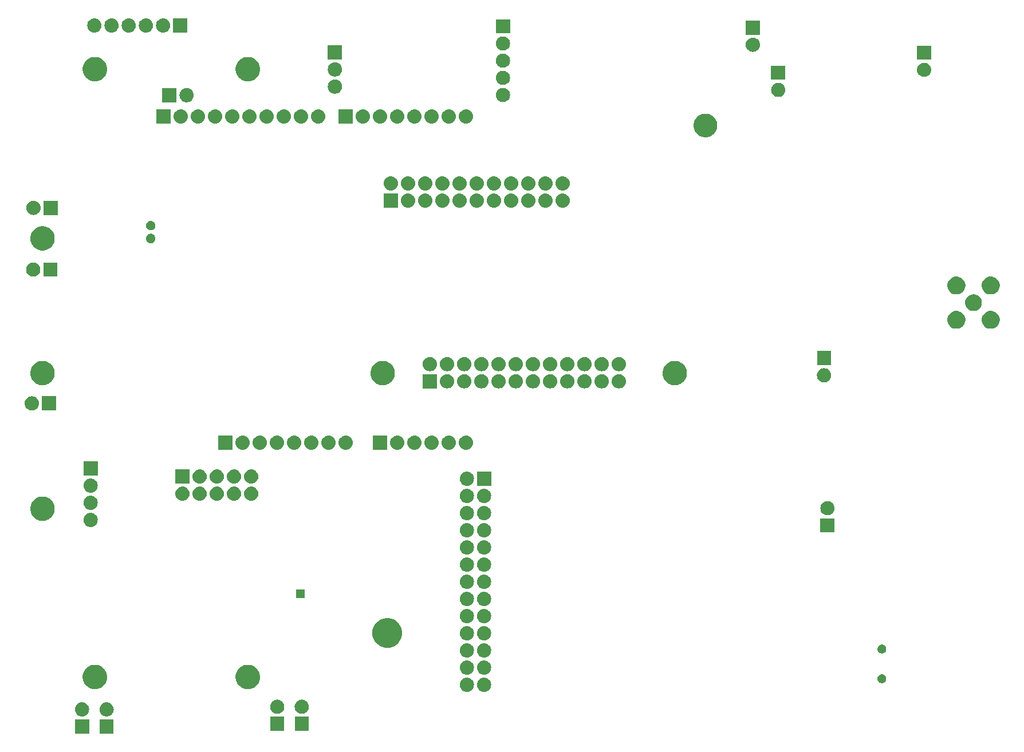
<source format=gbr>
G04 #@! TF.GenerationSoftware,KiCad,Pcbnew,5.0.2-bee76a0~70~ubuntu18.04.1*
G04 #@! TF.CreationDate,2019-03-08T13:42:59+01:00*
G04 #@! TF.ProjectId,BaseCircuit_V2,42617365-4369-4726-9375-69745f56322e,V1*
G04 #@! TF.SameCoordinates,Original*
G04 #@! TF.FileFunction,Soldermask,Bot*
G04 #@! TF.FilePolarity,Negative*
%FSLAX46Y46*%
G04 Gerber Fmt 4.6, Leading zero omitted, Abs format (unit mm)*
G04 Created by KiCad (PCBNEW 5.0.2-bee76a0~70~ubuntu18.04.1) date Fr 08 Mär 2019 13:42:59 CET*
%MOMM*%
%LPD*%
G01*
G04 APERTURE LIST*
%ADD10C,0.100000*%
G04 APERTURE END LIST*
D10*
G36*
X31350000Y-123080000D02*
X29250000Y-123080000D01*
X29250000Y-120980000D01*
X31350000Y-120980000D01*
X31350000Y-123080000D01*
X31350000Y-123080000D01*
G37*
G36*
X27720000Y-123060000D02*
X25620000Y-123060000D01*
X25620000Y-120960000D01*
X27720000Y-120960000D01*
X27720000Y-123060000D01*
X27720000Y-123060000D01*
G37*
G36*
X56580000Y-122670000D02*
X54480000Y-122670000D01*
X54480000Y-120570000D01*
X56580000Y-120570000D01*
X56580000Y-122670000D01*
X56580000Y-122670000D01*
G37*
G36*
X60210000Y-122670000D02*
X58110000Y-122670000D01*
X58110000Y-120570000D01*
X60210000Y-120570000D01*
X60210000Y-122670000D01*
X60210000Y-122670000D01*
G37*
G36*
X30428707Y-118447596D02*
X30505836Y-118455193D01*
X30633199Y-118493828D01*
X30703763Y-118515233D01*
X30886172Y-118612733D01*
X31046054Y-118743946D01*
X31177267Y-118903828D01*
X31274767Y-119086237D01*
X31274767Y-119086238D01*
X31334807Y-119284164D01*
X31355080Y-119490000D01*
X31334807Y-119695836D01*
X31295306Y-119826054D01*
X31274767Y-119893763D01*
X31177267Y-120076172D01*
X31046054Y-120236054D01*
X30886172Y-120367267D01*
X30703763Y-120464767D01*
X30637787Y-120484780D01*
X30505836Y-120524807D01*
X30428707Y-120532403D01*
X30351580Y-120540000D01*
X30248420Y-120540000D01*
X30171293Y-120532403D01*
X30094164Y-120524807D01*
X29962213Y-120484780D01*
X29896237Y-120464767D01*
X29713828Y-120367267D01*
X29553946Y-120236054D01*
X29422733Y-120076172D01*
X29325233Y-119893763D01*
X29304694Y-119826054D01*
X29265193Y-119695836D01*
X29244920Y-119490000D01*
X29265193Y-119284164D01*
X29325233Y-119086238D01*
X29325233Y-119086237D01*
X29422733Y-118903828D01*
X29553946Y-118743946D01*
X29713828Y-118612733D01*
X29896237Y-118515233D01*
X29966801Y-118493828D01*
X30094164Y-118455193D01*
X30171293Y-118447596D01*
X30248420Y-118440000D01*
X30351580Y-118440000D01*
X30428707Y-118447596D01*
X30428707Y-118447596D01*
G37*
G36*
X26798707Y-118427596D02*
X26875836Y-118435193D01*
X27007787Y-118475220D01*
X27073763Y-118495233D01*
X27256172Y-118592733D01*
X27416054Y-118723946D01*
X27547267Y-118883828D01*
X27644767Y-119066237D01*
X27644767Y-119066238D01*
X27704807Y-119264164D01*
X27725080Y-119470000D01*
X27704807Y-119675836D01*
X27698740Y-119695836D01*
X27644767Y-119873763D01*
X27547267Y-120056172D01*
X27416054Y-120216054D01*
X27256172Y-120347267D01*
X27073763Y-120444767D01*
X27007831Y-120464767D01*
X26875836Y-120504807D01*
X26798707Y-120512403D01*
X26721580Y-120520000D01*
X26618420Y-120520000D01*
X26541293Y-120512403D01*
X26464164Y-120504807D01*
X26332169Y-120464767D01*
X26266237Y-120444767D01*
X26083828Y-120347267D01*
X25923946Y-120216054D01*
X25792733Y-120056172D01*
X25695233Y-119873763D01*
X25641260Y-119695836D01*
X25635193Y-119675836D01*
X25614920Y-119470000D01*
X25635193Y-119264164D01*
X25695233Y-119066238D01*
X25695233Y-119066237D01*
X25792733Y-118883828D01*
X25923946Y-118723946D01*
X26083828Y-118592733D01*
X26266237Y-118495233D01*
X26332213Y-118475220D01*
X26464164Y-118435193D01*
X26541293Y-118427596D01*
X26618420Y-118420000D01*
X26721580Y-118420000D01*
X26798707Y-118427596D01*
X26798707Y-118427596D01*
G37*
G36*
X55658707Y-118037597D02*
X55735836Y-118045193D01*
X55867787Y-118085220D01*
X55933763Y-118105233D01*
X56116172Y-118202733D01*
X56276054Y-118333946D01*
X56407267Y-118493828D01*
X56504767Y-118676237D01*
X56504767Y-118676238D01*
X56564807Y-118874164D01*
X56585080Y-119080000D01*
X56564807Y-119285836D01*
X56524780Y-119417787D01*
X56504767Y-119483763D01*
X56407267Y-119666172D01*
X56276054Y-119826054D01*
X56116172Y-119957267D01*
X55933763Y-120054767D01*
X55867787Y-120074780D01*
X55735836Y-120114807D01*
X55658707Y-120122404D01*
X55581580Y-120130000D01*
X55478420Y-120130000D01*
X55401293Y-120122404D01*
X55324164Y-120114807D01*
X55192213Y-120074780D01*
X55126237Y-120054767D01*
X54943828Y-119957267D01*
X54783946Y-119826054D01*
X54652733Y-119666172D01*
X54555233Y-119483763D01*
X54535220Y-119417787D01*
X54495193Y-119285836D01*
X54474920Y-119080000D01*
X54495193Y-118874164D01*
X54555233Y-118676238D01*
X54555233Y-118676237D01*
X54652733Y-118493828D01*
X54783946Y-118333946D01*
X54943828Y-118202733D01*
X55126237Y-118105233D01*
X55192213Y-118085220D01*
X55324164Y-118045193D01*
X55401293Y-118037597D01*
X55478420Y-118030000D01*
X55581580Y-118030000D01*
X55658707Y-118037597D01*
X55658707Y-118037597D01*
G37*
G36*
X59288707Y-118037597D02*
X59365836Y-118045193D01*
X59497787Y-118085220D01*
X59563763Y-118105233D01*
X59746172Y-118202733D01*
X59906054Y-118333946D01*
X60037267Y-118493828D01*
X60134767Y-118676237D01*
X60134767Y-118676238D01*
X60194807Y-118874164D01*
X60215080Y-119080000D01*
X60194807Y-119285836D01*
X60154780Y-119417787D01*
X60134767Y-119483763D01*
X60037267Y-119666172D01*
X59906054Y-119826054D01*
X59746172Y-119957267D01*
X59563763Y-120054767D01*
X59497787Y-120074780D01*
X59365836Y-120114807D01*
X59288707Y-120122404D01*
X59211580Y-120130000D01*
X59108420Y-120130000D01*
X59031293Y-120122404D01*
X58954164Y-120114807D01*
X58822213Y-120074780D01*
X58756237Y-120054767D01*
X58573828Y-119957267D01*
X58413946Y-119826054D01*
X58282733Y-119666172D01*
X58185233Y-119483763D01*
X58165220Y-119417787D01*
X58125193Y-119285836D01*
X58104920Y-119080000D01*
X58125193Y-118874164D01*
X58185233Y-118676238D01*
X58185233Y-118676237D01*
X58282733Y-118493828D01*
X58413946Y-118333946D01*
X58573828Y-118202733D01*
X58756237Y-118105233D01*
X58822213Y-118085220D01*
X58954164Y-118045193D01*
X59031293Y-118037597D01*
X59108420Y-118030000D01*
X59211580Y-118030000D01*
X59288707Y-118037597D01*
X59288707Y-118037597D01*
G37*
G36*
X83694707Y-114781596D02*
X83771836Y-114789193D01*
X83903787Y-114829220D01*
X83969763Y-114849233D01*
X84152172Y-114946733D01*
X84312054Y-115077946D01*
X84443267Y-115237828D01*
X84540767Y-115420237D01*
X84540767Y-115420238D01*
X84600807Y-115618164D01*
X84621080Y-115824000D01*
X84600807Y-116029836D01*
X84560780Y-116161787D01*
X84540767Y-116227763D01*
X84443267Y-116410172D01*
X84312054Y-116570054D01*
X84152172Y-116701267D01*
X83969763Y-116798767D01*
X83903787Y-116818780D01*
X83771836Y-116858807D01*
X83694707Y-116866403D01*
X83617580Y-116874000D01*
X83514420Y-116874000D01*
X83437293Y-116866403D01*
X83360164Y-116858807D01*
X83228213Y-116818780D01*
X83162237Y-116798767D01*
X82979828Y-116701267D01*
X82819946Y-116570054D01*
X82688733Y-116410172D01*
X82591233Y-116227763D01*
X82571220Y-116161787D01*
X82531193Y-116029836D01*
X82510920Y-115824000D01*
X82531193Y-115618164D01*
X82591233Y-115420238D01*
X82591233Y-115420237D01*
X82688733Y-115237828D01*
X82819946Y-115077946D01*
X82979828Y-114946733D01*
X83162237Y-114849233D01*
X83228213Y-114829220D01*
X83360164Y-114789193D01*
X83437293Y-114781596D01*
X83514420Y-114774000D01*
X83617580Y-114774000D01*
X83694707Y-114781596D01*
X83694707Y-114781596D01*
G37*
G36*
X86234707Y-114781596D02*
X86311836Y-114789193D01*
X86443787Y-114829220D01*
X86509763Y-114849233D01*
X86692172Y-114946733D01*
X86852054Y-115077946D01*
X86983267Y-115237828D01*
X87080767Y-115420237D01*
X87080767Y-115420238D01*
X87140807Y-115618164D01*
X87161080Y-115824000D01*
X87140807Y-116029836D01*
X87100780Y-116161787D01*
X87080767Y-116227763D01*
X86983267Y-116410172D01*
X86852054Y-116570054D01*
X86692172Y-116701267D01*
X86509763Y-116798767D01*
X86443787Y-116818780D01*
X86311836Y-116858807D01*
X86234707Y-116866403D01*
X86157580Y-116874000D01*
X86054420Y-116874000D01*
X85977293Y-116866403D01*
X85900164Y-116858807D01*
X85768213Y-116818780D01*
X85702237Y-116798767D01*
X85519828Y-116701267D01*
X85359946Y-116570054D01*
X85228733Y-116410172D01*
X85131233Y-116227763D01*
X85111220Y-116161787D01*
X85071193Y-116029836D01*
X85050920Y-115824000D01*
X85071193Y-115618164D01*
X85131233Y-115420238D01*
X85131233Y-115420237D01*
X85228733Y-115237828D01*
X85359946Y-115077946D01*
X85519828Y-114946733D01*
X85702237Y-114849233D01*
X85768213Y-114829220D01*
X85900164Y-114789193D01*
X85977293Y-114781596D01*
X86054420Y-114774000D01*
X86157580Y-114774000D01*
X86234707Y-114781596D01*
X86234707Y-114781596D01*
G37*
G36*
X28984122Y-112927115D02*
X29100041Y-112950173D01*
X29427620Y-113085861D01*
X29718511Y-113280228D01*
X29722436Y-113282851D01*
X29973149Y-113533564D01*
X29973151Y-113533567D01*
X30076182Y-113687763D01*
X30170140Y-113828382D01*
X30305827Y-114155960D01*
X30375000Y-114503714D01*
X30375000Y-114858286D01*
X30348297Y-114992528D01*
X30305827Y-115206041D01*
X30170139Y-115533620D01*
X30140145Y-115578509D01*
X29973149Y-115828436D01*
X29722436Y-116079149D01*
X29722433Y-116079151D01*
X29427620Y-116276139D01*
X29100041Y-116411827D01*
X28984122Y-116434885D01*
X28752286Y-116481000D01*
X28397714Y-116481000D01*
X28165878Y-116434885D01*
X28049959Y-116411827D01*
X27722380Y-116276139D01*
X27427567Y-116079151D01*
X27427564Y-116079149D01*
X27176851Y-115828436D01*
X27009855Y-115578509D01*
X26979861Y-115533620D01*
X26844173Y-115206041D01*
X26801703Y-114992528D01*
X26775000Y-114858286D01*
X26775000Y-114503714D01*
X26844173Y-114155960D01*
X26979860Y-113828382D01*
X27073819Y-113687763D01*
X27176849Y-113533567D01*
X27176851Y-113533564D01*
X27427564Y-113282851D01*
X27431489Y-113280228D01*
X27722380Y-113085861D01*
X28049959Y-112950173D01*
X28165878Y-112927115D01*
X28397714Y-112881000D01*
X28752286Y-112881000D01*
X28984122Y-112927115D01*
X28984122Y-112927115D01*
G37*
G36*
X51590122Y-112927115D02*
X51706041Y-112950173D01*
X52033620Y-113085861D01*
X52324511Y-113280228D01*
X52328436Y-113282851D01*
X52579149Y-113533564D01*
X52579151Y-113533567D01*
X52682182Y-113687763D01*
X52776140Y-113828382D01*
X52911827Y-114155960D01*
X52981000Y-114503714D01*
X52981000Y-114858286D01*
X52954297Y-114992528D01*
X52911827Y-115206041D01*
X52776139Y-115533620D01*
X52746145Y-115578509D01*
X52579149Y-115828436D01*
X52328436Y-116079149D01*
X52328433Y-116079151D01*
X52033620Y-116276139D01*
X51706041Y-116411827D01*
X51590122Y-116434885D01*
X51358286Y-116481000D01*
X51003714Y-116481000D01*
X50771878Y-116434885D01*
X50655959Y-116411827D01*
X50328380Y-116276139D01*
X50033567Y-116079151D01*
X50033564Y-116079149D01*
X49782851Y-115828436D01*
X49615855Y-115578509D01*
X49585861Y-115533620D01*
X49450173Y-115206041D01*
X49407703Y-114992528D01*
X49381000Y-114858286D01*
X49381000Y-114503714D01*
X49450173Y-114155960D01*
X49585860Y-113828382D01*
X49679819Y-113687763D01*
X49782849Y-113533567D01*
X49782851Y-113533564D01*
X50033564Y-113282851D01*
X50037489Y-113280228D01*
X50328380Y-113085861D01*
X50655959Y-112950173D01*
X50771878Y-112927115D01*
X51003714Y-112881000D01*
X51358286Y-112881000D01*
X51590122Y-112927115D01*
X51590122Y-112927115D01*
G37*
G36*
X145065594Y-114295162D02*
X145107454Y-114303488D01*
X145142101Y-114317839D01*
X145225746Y-114352486D01*
X145332210Y-114423623D01*
X145422742Y-114514155D01*
X145493879Y-114620619D01*
X145542877Y-114738912D01*
X145567856Y-114864488D01*
X145567856Y-114992530D01*
X145542877Y-115118106D01*
X145493879Y-115236399D01*
X145422742Y-115342863D01*
X145332210Y-115433395D01*
X145225746Y-115504532D01*
X145142101Y-115539179D01*
X145107454Y-115553530D01*
X145065594Y-115561856D01*
X144981877Y-115578509D01*
X144853835Y-115578509D01*
X144770118Y-115561856D01*
X144728258Y-115553530D01*
X144693611Y-115539179D01*
X144609966Y-115504532D01*
X144503502Y-115433395D01*
X144412970Y-115342863D01*
X144341833Y-115236399D01*
X144292835Y-115118106D01*
X144267856Y-114992530D01*
X144267856Y-114864488D01*
X144292835Y-114738912D01*
X144341833Y-114620619D01*
X144412970Y-114514155D01*
X144503502Y-114423623D01*
X144609966Y-114352486D01*
X144693611Y-114317839D01*
X144728258Y-114303488D01*
X144770118Y-114295162D01*
X144853835Y-114278509D01*
X144981877Y-114278509D01*
X145065594Y-114295162D01*
X145065594Y-114295162D01*
G37*
G36*
X86234707Y-112241596D02*
X86311836Y-112249193D01*
X86443787Y-112289220D01*
X86509763Y-112309233D01*
X86692172Y-112406733D01*
X86852054Y-112537946D01*
X86983267Y-112697828D01*
X87080767Y-112880237D01*
X87080767Y-112880238D01*
X87140807Y-113078164D01*
X87161080Y-113284000D01*
X87140807Y-113489836D01*
X87127542Y-113533564D01*
X87080767Y-113687763D01*
X86983267Y-113870172D01*
X86852054Y-114030054D01*
X86692172Y-114161267D01*
X86509763Y-114258767D01*
X86444681Y-114278509D01*
X86311836Y-114318807D01*
X86234707Y-114326403D01*
X86157580Y-114334000D01*
X86054420Y-114334000D01*
X85977293Y-114326403D01*
X85900164Y-114318807D01*
X85767319Y-114278509D01*
X85702237Y-114258767D01*
X85519828Y-114161267D01*
X85359946Y-114030054D01*
X85228733Y-113870172D01*
X85131233Y-113687763D01*
X85084458Y-113533564D01*
X85071193Y-113489836D01*
X85050920Y-113284000D01*
X85071193Y-113078164D01*
X85131233Y-112880238D01*
X85131233Y-112880237D01*
X85228733Y-112697828D01*
X85359946Y-112537946D01*
X85519828Y-112406733D01*
X85702237Y-112309233D01*
X85768213Y-112289220D01*
X85900164Y-112249193D01*
X85977293Y-112241596D01*
X86054420Y-112234000D01*
X86157580Y-112234000D01*
X86234707Y-112241596D01*
X86234707Y-112241596D01*
G37*
G36*
X83694707Y-112241596D02*
X83771836Y-112249193D01*
X83903787Y-112289220D01*
X83969763Y-112309233D01*
X84152172Y-112406733D01*
X84312054Y-112537946D01*
X84443267Y-112697828D01*
X84540767Y-112880237D01*
X84540767Y-112880238D01*
X84600807Y-113078164D01*
X84621080Y-113284000D01*
X84600807Y-113489836D01*
X84587542Y-113533564D01*
X84540767Y-113687763D01*
X84443267Y-113870172D01*
X84312054Y-114030054D01*
X84152172Y-114161267D01*
X83969763Y-114258767D01*
X83904681Y-114278509D01*
X83771836Y-114318807D01*
X83694707Y-114326403D01*
X83617580Y-114334000D01*
X83514420Y-114334000D01*
X83437293Y-114326403D01*
X83360164Y-114318807D01*
X83227319Y-114278509D01*
X83162237Y-114258767D01*
X82979828Y-114161267D01*
X82819946Y-114030054D01*
X82688733Y-113870172D01*
X82591233Y-113687763D01*
X82544458Y-113533564D01*
X82531193Y-113489836D01*
X82510920Y-113284000D01*
X82531193Y-113078164D01*
X82591233Y-112880238D01*
X82591233Y-112880237D01*
X82688733Y-112697828D01*
X82819946Y-112537946D01*
X82979828Y-112406733D01*
X83162237Y-112309233D01*
X83228213Y-112289220D01*
X83360164Y-112249193D01*
X83437293Y-112241596D01*
X83514420Y-112234000D01*
X83617580Y-112234000D01*
X83694707Y-112241596D01*
X83694707Y-112241596D01*
G37*
G36*
X86234707Y-109701596D02*
X86311836Y-109709193D01*
X86443787Y-109749220D01*
X86509763Y-109769233D01*
X86692172Y-109866733D01*
X86852054Y-109997946D01*
X86983267Y-110157828D01*
X87080767Y-110340237D01*
X87080767Y-110340238D01*
X87140807Y-110538164D01*
X87161080Y-110744000D01*
X87140807Y-110949836D01*
X87115460Y-111033395D01*
X87080767Y-111147763D01*
X86983267Y-111330172D01*
X86852054Y-111490054D01*
X86692172Y-111621267D01*
X86509763Y-111718767D01*
X86443787Y-111738780D01*
X86311836Y-111778807D01*
X86234707Y-111786404D01*
X86157580Y-111794000D01*
X86054420Y-111794000D01*
X85977293Y-111786404D01*
X85900164Y-111778807D01*
X85768213Y-111738780D01*
X85702237Y-111718767D01*
X85519828Y-111621267D01*
X85359946Y-111490054D01*
X85228733Y-111330172D01*
X85131233Y-111147763D01*
X85096540Y-111033395D01*
X85071193Y-110949836D01*
X85050920Y-110744000D01*
X85071193Y-110538164D01*
X85131233Y-110340238D01*
X85131233Y-110340237D01*
X85228733Y-110157828D01*
X85359946Y-109997946D01*
X85519828Y-109866733D01*
X85702237Y-109769233D01*
X85768213Y-109749220D01*
X85900164Y-109709193D01*
X85977293Y-109701596D01*
X86054420Y-109694000D01*
X86157580Y-109694000D01*
X86234707Y-109701596D01*
X86234707Y-109701596D01*
G37*
G36*
X83694707Y-109701596D02*
X83771836Y-109709193D01*
X83903787Y-109749220D01*
X83969763Y-109769233D01*
X84152172Y-109866733D01*
X84312054Y-109997946D01*
X84443267Y-110157828D01*
X84540767Y-110340237D01*
X84540767Y-110340238D01*
X84600807Y-110538164D01*
X84621080Y-110744000D01*
X84600807Y-110949836D01*
X84575460Y-111033395D01*
X84540767Y-111147763D01*
X84443267Y-111330172D01*
X84312054Y-111490054D01*
X84152172Y-111621267D01*
X83969763Y-111718767D01*
X83903787Y-111738780D01*
X83771836Y-111778807D01*
X83694707Y-111786404D01*
X83617580Y-111794000D01*
X83514420Y-111794000D01*
X83437293Y-111786404D01*
X83360164Y-111778807D01*
X83228213Y-111738780D01*
X83162237Y-111718767D01*
X82979828Y-111621267D01*
X82819946Y-111490054D01*
X82688733Y-111330172D01*
X82591233Y-111147763D01*
X82556540Y-111033395D01*
X82531193Y-110949836D01*
X82510920Y-110744000D01*
X82531193Y-110538164D01*
X82591233Y-110340238D01*
X82591233Y-110340237D01*
X82688733Y-110157828D01*
X82819946Y-109997946D01*
X82979828Y-109866733D01*
X83162237Y-109769233D01*
X83228213Y-109749220D01*
X83360164Y-109709193D01*
X83437293Y-109701596D01*
X83514420Y-109694000D01*
X83617580Y-109694000D01*
X83694707Y-109701596D01*
X83694707Y-109701596D01*
G37*
G36*
X145065594Y-109895162D02*
X145107454Y-109903488D01*
X145142101Y-109917839D01*
X145225746Y-109952486D01*
X145332210Y-110023623D01*
X145422742Y-110114155D01*
X145493879Y-110220619D01*
X145519492Y-110282455D01*
X145542877Y-110338911D01*
X145567856Y-110464490D01*
X145567856Y-110592528D01*
X145542877Y-110718107D01*
X145528526Y-110752754D01*
X145493879Y-110836399D01*
X145422742Y-110942863D01*
X145332210Y-111033395D01*
X145225746Y-111104532D01*
X145142101Y-111139179D01*
X145107454Y-111153530D01*
X145065594Y-111161856D01*
X144981877Y-111178509D01*
X144853835Y-111178509D01*
X144770118Y-111161856D01*
X144728258Y-111153530D01*
X144693611Y-111139179D01*
X144609966Y-111104532D01*
X144503502Y-111033395D01*
X144412970Y-110942863D01*
X144341833Y-110836399D01*
X144307186Y-110752754D01*
X144292835Y-110718107D01*
X144267856Y-110592528D01*
X144267856Y-110464490D01*
X144292835Y-110338911D01*
X144316220Y-110282455D01*
X144341833Y-110220619D01*
X144412970Y-110114155D01*
X144503502Y-110023623D01*
X144609966Y-109952486D01*
X144693611Y-109917839D01*
X144728258Y-109903488D01*
X144770118Y-109895162D01*
X144853835Y-109878509D01*
X144981877Y-109878509D01*
X145065594Y-109895162D01*
X145065594Y-109895162D01*
G37*
G36*
X72442716Y-106051544D02*
X72843090Y-106217384D01*
X73203421Y-106458150D01*
X73509850Y-106764579D01*
X73750616Y-107124910D01*
X73916456Y-107525284D01*
X74001000Y-107950317D01*
X74001000Y-108383683D01*
X73916456Y-108808716D01*
X73750616Y-109209090D01*
X73509850Y-109569421D01*
X73203421Y-109875850D01*
X72843090Y-110116616D01*
X72442716Y-110282456D01*
X72017683Y-110367000D01*
X71584317Y-110367000D01*
X71159284Y-110282456D01*
X70758910Y-110116616D01*
X70398579Y-109875850D01*
X70092150Y-109569421D01*
X69851384Y-109209090D01*
X69685544Y-108808716D01*
X69601000Y-108383683D01*
X69601000Y-107950317D01*
X69685544Y-107525284D01*
X69851384Y-107124910D01*
X70092150Y-106764579D01*
X70398579Y-106458150D01*
X70758910Y-106217384D01*
X71159284Y-106051544D01*
X71584317Y-105967000D01*
X72017683Y-105967000D01*
X72442716Y-106051544D01*
X72442716Y-106051544D01*
G37*
G36*
X83694707Y-107161596D02*
X83771836Y-107169193D01*
X83903787Y-107209220D01*
X83969763Y-107229233D01*
X84152172Y-107326733D01*
X84312054Y-107457946D01*
X84443267Y-107617828D01*
X84540767Y-107800237D01*
X84540767Y-107800238D01*
X84600807Y-107998164D01*
X84621080Y-108204000D01*
X84600807Y-108409836D01*
X84560780Y-108541787D01*
X84540767Y-108607763D01*
X84443267Y-108790172D01*
X84312054Y-108950054D01*
X84152172Y-109081267D01*
X83969763Y-109178767D01*
X83903787Y-109198780D01*
X83771836Y-109238807D01*
X83694707Y-109246404D01*
X83617580Y-109254000D01*
X83514420Y-109254000D01*
X83437293Y-109246404D01*
X83360164Y-109238807D01*
X83228213Y-109198780D01*
X83162237Y-109178767D01*
X82979828Y-109081267D01*
X82819946Y-108950054D01*
X82688733Y-108790172D01*
X82591233Y-108607763D01*
X82571220Y-108541787D01*
X82531193Y-108409836D01*
X82510920Y-108204000D01*
X82531193Y-107998164D01*
X82591233Y-107800238D01*
X82591233Y-107800237D01*
X82688733Y-107617828D01*
X82819946Y-107457946D01*
X82979828Y-107326733D01*
X83162237Y-107229233D01*
X83228213Y-107209220D01*
X83360164Y-107169193D01*
X83437293Y-107161596D01*
X83514420Y-107154000D01*
X83617580Y-107154000D01*
X83694707Y-107161596D01*
X83694707Y-107161596D01*
G37*
G36*
X86234707Y-107161596D02*
X86311836Y-107169193D01*
X86443787Y-107209220D01*
X86509763Y-107229233D01*
X86692172Y-107326733D01*
X86852054Y-107457946D01*
X86983267Y-107617828D01*
X87080767Y-107800237D01*
X87080767Y-107800238D01*
X87140807Y-107998164D01*
X87161080Y-108204000D01*
X87140807Y-108409836D01*
X87100780Y-108541787D01*
X87080767Y-108607763D01*
X86983267Y-108790172D01*
X86852054Y-108950054D01*
X86692172Y-109081267D01*
X86509763Y-109178767D01*
X86443787Y-109198780D01*
X86311836Y-109238807D01*
X86234707Y-109246404D01*
X86157580Y-109254000D01*
X86054420Y-109254000D01*
X85977293Y-109246404D01*
X85900164Y-109238807D01*
X85768213Y-109198780D01*
X85702237Y-109178767D01*
X85519828Y-109081267D01*
X85359946Y-108950054D01*
X85228733Y-108790172D01*
X85131233Y-108607763D01*
X85111220Y-108541787D01*
X85071193Y-108409836D01*
X85050920Y-108204000D01*
X85071193Y-107998164D01*
X85131233Y-107800238D01*
X85131233Y-107800237D01*
X85228733Y-107617828D01*
X85359946Y-107457946D01*
X85519828Y-107326733D01*
X85702237Y-107229233D01*
X85768213Y-107209220D01*
X85900164Y-107169193D01*
X85977293Y-107161596D01*
X86054420Y-107154000D01*
X86157580Y-107154000D01*
X86234707Y-107161596D01*
X86234707Y-107161596D01*
G37*
G36*
X86234707Y-104621596D02*
X86311836Y-104629193D01*
X86443787Y-104669220D01*
X86509763Y-104689233D01*
X86692172Y-104786733D01*
X86852054Y-104917946D01*
X86983267Y-105077828D01*
X87080767Y-105260237D01*
X87080767Y-105260238D01*
X87140807Y-105458164D01*
X87161080Y-105664000D01*
X87140807Y-105869836D01*
X87111333Y-105967000D01*
X87080767Y-106067763D01*
X86983267Y-106250172D01*
X86852054Y-106410054D01*
X86692172Y-106541267D01*
X86509763Y-106638767D01*
X86443787Y-106658780D01*
X86311836Y-106698807D01*
X86234707Y-106706403D01*
X86157580Y-106714000D01*
X86054420Y-106714000D01*
X85977293Y-106706403D01*
X85900164Y-106698807D01*
X85768213Y-106658780D01*
X85702237Y-106638767D01*
X85519828Y-106541267D01*
X85359946Y-106410054D01*
X85228733Y-106250172D01*
X85131233Y-106067763D01*
X85100667Y-105967000D01*
X85071193Y-105869836D01*
X85050920Y-105664000D01*
X85071193Y-105458164D01*
X85131233Y-105260238D01*
X85131233Y-105260237D01*
X85228733Y-105077828D01*
X85359946Y-104917946D01*
X85519828Y-104786733D01*
X85702237Y-104689233D01*
X85768213Y-104669220D01*
X85900164Y-104629193D01*
X85977293Y-104621596D01*
X86054420Y-104614000D01*
X86157580Y-104614000D01*
X86234707Y-104621596D01*
X86234707Y-104621596D01*
G37*
G36*
X83694707Y-104621596D02*
X83771836Y-104629193D01*
X83903787Y-104669220D01*
X83969763Y-104689233D01*
X84152172Y-104786733D01*
X84312054Y-104917946D01*
X84443267Y-105077828D01*
X84540767Y-105260237D01*
X84540767Y-105260238D01*
X84600807Y-105458164D01*
X84621080Y-105664000D01*
X84600807Y-105869836D01*
X84571333Y-105967000D01*
X84540767Y-106067763D01*
X84443267Y-106250172D01*
X84312054Y-106410054D01*
X84152172Y-106541267D01*
X83969763Y-106638767D01*
X83903787Y-106658780D01*
X83771836Y-106698807D01*
X83694707Y-106706403D01*
X83617580Y-106714000D01*
X83514420Y-106714000D01*
X83437293Y-106706403D01*
X83360164Y-106698807D01*
X83228213Y-106658780D01*
X83162237Y-106638767D01*
X82979828Y-106541267D01*
X82819946Y-106410054D01*
X82688733Y-106250172D01*
X82591233Y-106067763D01*
X82560667Y-105967000D01*
X82531193Y-105869836D01*
X82510920Y-105664000D01*
X82531193Y-105458164D01*
X82591233Y-105260238D01*
X82591233Y-105260237D01*
X82688733Y-105077828D01*
X82819946Y-104917946D01*
X82979828Y-104786733D01*
X83162237Y-104689233D01*
X83228213Y-104669220D01*
X83360164Y-104629193D01*
X83437293Y-104621596D01*
X83514420Y-104614000D01*
X83617580Y-104614000D01*
X83694707Y-104621596D01*
X83694707Y-104621596D01*
G37*
G36*
X86234707Y-102081596D02*
X86311836Y-102089193D01*
X86443787Y-102129220D01*
X86509763Y-102149233D01*
X86692172Y-102246733D01*
X86852054Y-102377946D01*
X86983267Y-102537828D01*
X87080767Y-102720237D01*
X87080767Y-102720238D01*
X87140807Y-102918164D01*
X87161080Y-103124000D01*
X87140807Y-103329836D01*
X87100780Y-103461787D01*
X87080767Y-103527763D01*
X86983267Y-103710172D01*
X86852054Y-103870054D01*
X86692172Y-104001267D01*
X86509763Y-104098767D01*
X86443787Y-104118780D01*
X86311836Y-104158807D01*
X86234707Y-104166403D01*
X86157580Y-104174000D01*
X86054420Y-104174000D01*
X85977293Y-104166403D01*
X85900164Y-104158807D01*
X85768213Y-104118780D01*
X85702237Y-104098767D01*
X85519828Y-104001267D01*
X85359946Y-103870054D01*
X85228733Y-103710172D01*
X85131233Y-103527763D01*
X85111220Y-103461787D01*
X85071193Y-103329836D01*
X85050920Y-103124000D01*
X85071193Y-102918164D01*
X85131233Y-102720238D01*
X85131233Y-102720237D01*
X85228733Y-102537828D01*
X85359946Y-102377946D01*
X85519828Y-102246733D01*
X85702237Y-102149233D01*
X85768213Y-102129220D01*
X85900164Y-102089193D01*
X85977293Y-102081597D01*
X86054420Y-102074000D01*
X86157580Y-102074000D01*
X86234707Y-102081596D01*
X86234707Y-102081596D01*
G37*
G36*
X83694707Y-102081596D02*
X83771836Y-102089193D01*
X83903787Y-102129220D01*
X83969763Y-102149233D01*
X84152172Y-102246733D01*
X84312054Y-102377946D01*
X84443267Y-102537828D01*
X84540767Y-102720237D01*
X84540767Y-102720238D01*
X84600807Y-102918164D01*
X84621080Y-103124000D01*
X84600807Y-103329836D01*
X84560780Y-103461787D01*
X84540767Y-103527763D01*
X84443267Y-103710172D01*
X84312054Y-103870054D01*
X84152172Y-104001267D01*
X83969763Y-104098767D01*
X83903787Y-104118780D01*
X83771836Y-104158807D01*
X83694707Y-104166403D01*
X83617580Y-104174000D01*
X83514420Y-104174000D01*
X83437293Y-104166403D01*
X83360164Y-104158807D01*
X83228213Y-104118780D01*
X83162237Y-104098767D01*
X82979828Y-104001267D01*
X82819946Y-103870054D01*
X82688733Y-103710172D01*
X82591233Y-103527763D01*
X82571220Y-103461787D01*
X82531193Y-103329836D01*
X82510920Y-103124000D01*
X82531193Y-102918164D01*
X82591233Y-102720238D01*
X82591233Y-102720237D01*
X82688733Y-102537828D01*
X82819946Y-102377946D01*
X82979828Y-102246733D01*
X83162237Y-102149233D01*
X83228213Y-102129220D01*
X83360164Y-102089193D01*
X83437293Y-102081597D01*
X83514420Y-102074000D01*
X83617580Y-102074000D01*
X83694707Y-102081596D01*
X83694707Y-102081596D01*
G37*
G36*
X59553000Y-102987000D02*
X58303000Y-102987000D01*
X58303000Y-101737000D01*
X59553000Y-101737000D01*
X59553000Y-102987000D01*
X59553000Y-102987000D01*
G37*
G36*
X83694707Y-99541596D02*
X83771836Y-99549193D01*
X83903787Y-99589220D01*
X83969763Y-99609233D01*
X84152172Y-99706733D01*
X84312054Y-99837946D01*
X84443267Y-99997828D01*
X84540767Y-100180237D01*
X84540767Y-100180238D01*
X84600807Y-100378164D01*
X84621080Y-100584000D01*
X84600807Y-100789836D01*
X84560780Y-100921787D01*
X84540767Y-100987763D01*
X84443267Y-101170172D01*
X84312054Y-101330054D01*
X84152172Y-101461267D01*
X83969763Y-101558767D01*
X83903787Y-101578780D01*
X83771836Y-101618807D01*
X83694707Y-101626404D01*
X83617580Y-101634000D01*
X83514420Y-101634000D01*
X83437293Y-101626404D01*
X83360164Y-101618807D01*
X83228213Y-101578780D01*
X83162237Y-101558767D01*
X82979828Y-101461267D01*
X82819946Y-101330054D01*
X82688733Y-101170172D01*
X82591233Y-100987763D01*
X82571220Y-100921787D01*
X82531193Y-100789836D01*
X82510920Y-100584000D01*
X82531193Y-100378164D01*
X82591233Y-100180238D01*
X82591233Y-100180237D01*
X82688733Y-99997828D01*
X82819946Y-99837946D01*
X82979828Y-99706733D01*
X83162237Y-99609233D01*
X83228213Y-99589220D01*
X83360164Y-99549193D01*
X83437293Y-99541596D01*
X83514420Y-99534000D01*
X83617580Y-99534000D01*
X83694707Y-99541596D01*
X83694707Y-99541596D01*
G37*
G36*
X86234707Y-99541596D02*
X86311836Y-99549193D01*
X86443787Y-99589220D01*
X86509763Y-99609233D01*
X86692172Y-99706733D01*
X86852054Y-99837946D01*
X86983267Y-99997828D01*
X87080767Y-100180237D01*
X87080767Y-100180238D01*
X87140807Y-100378164D01*
X87161080Y-100584000D01*
X87140807Y-100789836D01*
X87100780Y-100921787D01*
X87080767Y-100987763D01*
X86983267Y-101170172D01*
X86852054Y-101330054D01*
X86692172Y-101461267D01*
X86509763Y-101558767D01*
X86443787Y-101578780D01*
X86311836Y-101618807D01*
X86234707Y-101626404D01*
X86157580Y-101634000D01*
X86054420Y-101634000D01*
X85977293Y-101626404D01*
X85900164Y-101618807D01*
X85768213Y-101578780D01*
X85702237Y-101558767D01*
X85519828Y-101461267D01*
X85359946Y-101330054D01*
X85228733Y-101170172D01*
X85131233Y-100987763D01*
X85111220Y-100921787D01*
X85071193Y-100789836D01*
X85050920Y-100584000D01*
X85071193Y-100378164D01*
X85131233Y-100180238D01*
X85131233Y-100180237D01*
X85228733Y-99997828D01*
X85359946Y-99837946D01*
X85519828Y-99706733D01*
X85702237Y-99609233D01*
X85768213Y-99589220D01*
X85900164Y-99549193D01*
X85977293Y-99541596D01*
X86054420Y-99534000D01*
X86157580Y-99534000D01*
X86234707Y-99541596D01*
X86234707Y-99541596D01*
G37*
G36*
X86234707Y-97001597D02*
X86311836Y-97009193D01*
X86443787Y-97049220D01*
X86509763Y-97069233D01*
X86692172Y-97166733D01*
X86852054Y-97297946D01*
X86983267Y-97457828D01*
X87080767Y-97640237D01*
X87080767Y-97640238D01*
X87140807Y-97838164D01*
X87161080Y-98044000D01*
X87140807Y-98249836D01*
X87100780Y-98381787D01*
X87080767Y-98447763D01*
X86983267Y-98630172D01*
X86852054Y-98790054D01*
X86692172Y-98921267D01*
X86509763Y-99018767D01*
X86443787Y-99038780D01*
X86311836Y-99078807D01*
X86234707Y-99086403D01*
X86157580Y-99094000D01*
X86054420Y-99094000D01*
X85977293Y-99086404D01*
X85900164Y-99078807D01*
X85768213Y-99038780D01*
X85702237Y-99018767D01*
X85519828Y-98921267D01*
X85359946Y-98790054D01*
X85228733Y-98630172D01*
X85131233Y-98447763D01*
X85111220Y-98381787D01*
X85071193Y-98249836D01*
X85050920Y-98044000D01*
X85071193Y-97838164D01*
X85131233Y-97640238D01*
X85131233Y-97640237D01*
X85228733Y-97457828D01*
X85359946Y-97297946D01*
X85519828Y-97166733D01*
X85702237Y-97069233D01*
X85768213Y-97049220D01*
X85900164Y-97009193D01*
X85977293Y-97001597D01*
X86054420Y-96994000D01*
X86157580Y-96994000D01*
X86234707Y-97001597D01*
X86234707Y-97001597D01*
G37*
G36*
X83694707Y-97001597D02*
X83771836Y-97009193D01*
X83903787Y-97049220D01*
X83969763Y-97069233D01*
X84152172Y-97166733D01*
X84312054Y-97297946D01*
X84443267Y-97457828D01*
X84540767Y-97640237D01*
X84540767Y-97640238D01*
X84600807Y-97838164D01*
X84621080Y-98044000D01*
X84600807Y-98249836D01*
X84560780Y-98381787D01*
X84540767Y-98447763D01*
X84443267Y-98630172D01*
X84312054Y-98790054D01*
X84152172Y-98921267D01*
X83969763Y-99018767D01*
X83903787Y-99038780D01*
X83771836Y-99078807D01*
X83694707Y-99086403D01*
X83617580Y-99094000D01*
X83514420Y-99094000D01*
X83437293Y-99086404D01*
X83360164Y-99078807D01*
X83228213Y-99038780D01*
X83162237Y-99018767D01*
X82979828Y-98921267D01*
X82819946Y-98790054D01*
X82688733Y-98630172D01*
X82591233Y-98447763D01*
X82571220Y-98381787D01*
X82531193Y-98249836D01*
X82510920Y-98044000D01*
X82531193Y-97838164D01*
X82591233Y-97640238D01*
X82591233Y-97640237D01*
X82688733Y-97457828D01*
X82819946Y-97297946D01*
X82979828Y-97166733D01*
X83162237Y-97069233D01*
X83228213Y-97049220D01*
X83360164Y-97009193D01*
X83437293Y-97001597D01*
X83514420Y-96994000D01*
X83617580Y-96994000D01*
X83694707Y-97001597D01*
X83694707Y-97001597D01*
G37*
G36*
X86234707Y-94461596D02*
X86311836Y-94469193D01*
X86443787Y-94509220D01*
X86509763Y-94529233D01*
X86692172Y-94626733D01*
X86852054Y-94757946D01*
X86983267Y-94917828D01*
X87080767Y-95100237D01*
X87080767Y-95100238D01*
X87140807Y-95298164D01*
X87161080Y-95504000D01*
X87140807Y-95709836D01*
X87100780Y-95841787D01*
X87080767Y-95907763D01*
X86983267Y-96090172D01*
X86852054Y-96250054D01*
X86692172Y-96381267D01*
X86509763Y-96478767D01*
X86443787Y-96498780D01*
X86311836Y-96538807D01*
X86234707Y-96546403D01*
X86157580Y-96554000D01*
X86054420Y-96554000D01*
X85977293Y-96546403D01*
X85900164Y-96538807D01*
X85768213Y-96498780D01*
X85702237Y-96478767D01*
X85519828Y-96381267D01*
X85359946Y-96250054D01*
X85228733Y-96090172D01*
X85131233Y-95907763D01*
X85111220Y-95841787D01*
X85071193Y-95709836D01*
X85050920Y-95504000D01*
X85071193Y-95298164D01*
X85131233Y-95100238D01*
X85131233Y-95100237D01*
X85228733Y-94917828D01*
X85359946Y-94757946D01*
X85519828Y-94626733D01*
X85702237Y-94529233D01*
X85768213Y-94509220D01*
X85900164Y-94469193D01*
X85977293Y-94461596D01*
X86054420Y-94454000D01*
X86157580Y-94454000D01*
X86234707Y-94461596D01*
X86234707Y-94461596D01*
G37*
G36*
X83694707Y-94461596D02*
X83771836Y-94469193D01*
X83903787Y-94509220D01*
X83969763Y-94529233D01*
X84152172Y-94626733D01*
X84312054Y-94757946D01*
X84443267Y-94917828D01*
X84540767Y-95100237D01*
X84540767Y-95100238D01*
X84600807Y-95298164D01*
X84621080Y-95504000D01*
X84600807Y-95709836D01*
X84560780Y-95841787D01*
X84540767Y-95907763D01*
X84443267Y-96090172D01*
X84312054Y-96250054D01*
X84152172Y-96381267D01*
X83969763Y-96478767D01*
X83903787Y-96498780D01*
X83771836Y-96538807D01*
X83694707Y-96546403D01*
X83617580Y-96554000D01*
X83514420Y-96554000D01*
X83437293Y-96546403D01*
X83360164Y-96538807D01*
X83228213Y-96498780D01*
X83162237Y-96478767D01*
X82979828Y-96381267D01*
X82819946Y-96250054D01*
X82688733Y-96090172D01*
X82591233Y-95907763D01*
X82571220Y-95841787D01*
X82531193Y-95709836D01*
X82510920Y-95504000D01*
X82531193Y-95298164D01*
X82591233Y-95100238D01*
X82591233Y-95100237D01*
X82688733Y-94917828D01*
X82819946Y-94757946D01*
X82979828Y-94626733D01*
X83162237Y-94529233D01*
X83228213Y-94509220D01*
X83360164Y-94469193D01*
X83437293Y-94461596D01*
X83514420Y-94454000D01*
X83617580Y-94454000D01*
X83694707Y-94461596D01*
X83694707Y-94461596D01*
G37*
G36*
X83694707Y-91921597D02*
X83771836Y-91929193D01*
X83903787Y-91969220D01*
X83969763Y-91989233D01*
X84152172Y-92086733D01*
X84312054Y-92217946D01*
X84443267Y-92377828D01*
X84540767Y-92560237D01*
X84540767Y-92560238D01*
X84600807Y-92758164D01*
X84621080Y-92964000D01*
X84600807Y-93169836D01*
X84561322Y-93300000D01*
X84540767Y-93367763D01*
X84443267Y-93550172D01*
X84312054Y-93710054D01*
X84152172Y-93841267D01*
X83969763Y-93938767D01*
X83903787Y-93958780D01*
X83771836Y-93998807D01*
X83694707Y-94006404D01*
X83617580Y-94014000D01*
X83514420Y-94014000D01*
X83437293Y-94006404D01*
X83360164Y-93998807D01*
X83228213Y-93958780D01*
X83162237Y-93938767D01*
X82979828Y-93841267D01*
X82819946Y-93710054D01*
X82688733Y-93550172D01*
X82591233Y-93367763D01*
X82570678Y-93300000D01*
X82531193Y-93169836D01*
X82510920Y-92964000D01*
X82531193Y-92758164D01*
X82591233Y-92560238D01*
X82591233Y-92560237D01*
X82688733Y-92377828D01*
X82819946Y-92217946D01*
X82979828Y-92086733D01*
X83162237Y-91989233D01*
X83228213Y-91969220D01*
X83360164Y-91929193D01*
X83437293Y-91921597D01*
X83514420Y-91914000D01*
X83617580Y-91914000D01*
X83694707Y-91921597D01*
X83694707Y-91921597D01*
G37*
G36*
X86234707Y-91921597D02*
X86311836Y-91929193D01*
X86443787Y-91969220D01*
X86509763Y-91989233D01*
X86692172Y-92086733D01*
X86852054Y-92217946D01*
X86983267Y-92377828D01*
X87080767Y-92560237D01*
X87080767Y-92560238D01*
X87140807Y-92758164D01*
X87161080Y-92964000D01*
X87140807Y-93169836D01*
X87101322Y-93300000D01*
X87080767Y-93367763D01*
X86983267Y-93550172D01*
X86852054Y-93710054D01*
X86692172Y-93841267D01*
X86509763Y-93938767D01*
X86443787Y-93958780D01*
X86311836Y-93998807D01*
X86234707Y-94006404D01*
X86157580Y-94014000D01*
X86054420Y-94014000D01*
X85977293Y-94006404D01*
X85900164Y-93998807D01*
X85768213Y-93958780D01*
X85702237Y-93938767D01*
X85519828Y-93841267D01*
X85359946Y-93710054D01*
X85228733Y-93550172D01*
X85131233Y-93367763D01*
X85110678Y-93300000D01*
X85071193Y-93169836D01*
X85050920Y-92964000D01*
X85071193Y-92758164D01*
X85131233Y-92560238D01*
X85131233Y-92560237D01*
X85228733Y-92377828D01*
X85359946Y-92217946D01*
X85519828Y-92086733D01*
X85702237Y-91989233D01*
X85768213Y-91969220D01*
X85900164Y-91929193D01*
X85977293Y-91921597D01*
X86054420Y-91914000D01*
X86157580Y-91914000D01*
X86234707Y-91921597D01*
X86234707Y-91921597D01*
G37*
G36*
X137920000Y-93300000D02*
X135820000Y-93300000D01*
X135820000Y-91200000D01*
X137920000Y-91200000D01*
X137920000Y-93300000D01*
X137920000Y-93300000D01*
G37*
G36*
X28068707Y-90397597D02*
X28145836Y-90405193D01*
X28277787Y-90445220D01*
X28343763Y-90465233D01*
X28526172Y-90562733D01*
X28686054Y-90693946D01*
X28817267Y-90853828D01*
X28914767Y-91036237D01*
X28914767Y-91036238D01*
X28974807Y-91234164D01*
X28995080Y-91440000D01*
X28974807Y-91645836D01*
X28934780Y-91777787D01*
X28914767Y-91843763D01*
X28817267Y-92026172D01*
X28686054Y-92186054D01*
X28526172Y-92317267D01*
X28343763Y-92414767D01*
X28277787Y-92434780D01*
X28145836Y-92474807D01*
X28068707Y-92482404D01*
X27991580Y-92490000D01*
X27888420Y-92490000D01*
X27811293Y-92482404D01*
X27734164Y-92474807D01*
X27602213Y-92434780D01*
X27536237Y-92414767D01*
X27353828Y-92317267D01*
X27193946Y-92186054D01*
X27062733Y-92026172D01*
X26965233Y-91843763D01*
X26945220Y-91777787D01*
X26905193Y-91645836D01*
X26884920Y-91440000D01*
X26905193Y-91234164D01*
X26965233Y-91036238D01*
X26965233Y-91036237D01*
X27062733Y-90853828D01*
X27193946Y-90693946D01*
X27353828Y-90562733D01*
X27536237Y-90465233D01*
X27602213Y-90445220D01*
X27734164Y-90405193D01*
X27811293Y-90397597D01*
X27888420Y-90390000D01*
X27991580Y-90390000D01*
X28068707Y-90397597D01*
X28068707Y-90397597D01*
G37*
G36*
X21174872Y-88022733D02*
X21353041Y-88058173D01*
X21680620Y-88193861D01*
X21971511Y-88388228D01*
X21975436Y-88390851D01*
X22226149Y-88641564D01*
X22226151Y-88641567D01*
X22423139Y-88936380D01*
X22558827Y-89263959D01*
X22628000Y-89611716D01*
X22628000Y-89966284D01*
X22558827Y-90314041D01*
X22423139Y-90641620D01*
X22344040Y-90760000D01*
X22226149Y-90936436D01*
X21975436Y-91187149D01*
X21975433Y-91187151D01*
X21680620Y-91384139D01*
X21353041Y-91519827D01*
X21237122Y-91542885D01*
X21005286Y-91589000D01*
X20650714Y-91589000D01*
X20418878Y-91542885D01*
X20302959Y-91519827D01*
X19975380Y-91384139D01*
X19680567Y-91187151D01*
X19680564Y-91187149D01*
X19429851Y-90936436D01*
X19311960Y-90760000D01*
X19232861Y-90641620D01*
X19097173Y-90314041D01*
X19028000Y-89966284D01*
X19028000Y-89611716D01*
X19097173Y-89263959D01*
X19232861Y-88936380D01*
X19429849Y-88641567D01*
X19429851Y-88641564D01*
X19680564Y-88390851D01*
X19684489Y-88388228D01*
X19975380Y-88193861D01*
X20302959Y-88058173D01*
X20481128Y-88022733D01*
X20650714Y-87989000D01*
X21005286Y-87989000D01*
X21174872Y-88022733D01*
X21174872Y-88022733D01*
G37*
G36*
X83694707Y-89381596D02*
X83771836Y-89389193D01*
X83903787Y-89429220D01*
X83969763Y-89449233D01*
X84152172Y-89546733D01*
X84312054Y-89677946D01*
X84443267Y-89837828D01*
X84540767Y-90020237D01*
X84540767Y-90020238D01*
X84600807Y-90218164D01*
X84621080Y-90424000D01*
X84600807Y-90629836D01*
X84565931Y-90744807D01*
X84540767Y-90827763D01*
X84443267Y-91010172D01*
X84312054Y-91170054D01*
X84152172Y-91301267D01*
X83969763Y-91398767D01*
X83903787Y-91418780D01*
X83771836Y-91458807D01*
X83694707Y-91466403D01*
X83617580Y-91474000D01*
X83514420Y-91474000D01*
X83437293Y-91466403D01*
X83360164Y-91458807D01*
X83228213Y-91418780D01*
X83162237Y-91398767D01*
X82979828Y-91301267D01*
X82819946Y-91170054D01*
X82688733Y-91010172D01*
X82591233Y-90827763D01*
X82566069Y-90744807D01*
X82531193Y-90629836D01*
X82510920Y-90424000D01*
X82531193Y-90218164D01*
X82591233Y-90020238D01*
X82591233Y-90020237D01*
X82688733Y-89837828D01*
X82819946Y-89677946D01*
X82979828Y-89546733D01*
X83162237Y-89449233D01*
X83228213Y-89429220D01*
X83360164Y-89389193D01*
X83437293Y-89381596D01*
X83514420Y-89374000D01*
X83617580Y-89374000D01*
X83694707Y-89381596D01*
X83694707Y-89381596D01*
G37*
G36*
X86234707Y-89381596D02*
X86311836Y-89389193D01*
X86443787Y-89429220D01*
X86509763Y-89449233D01*
X86692172Y-89546733D01*
X86852054Y-89677946D01*
X86983267Y-89837828D01*
X87080767Y-90020237D01*
X87080767Y-90020238D01*
X87140807Y-90218164D01*
X87161080Y-90424000D01*
X87140807Y-90629836D01*
X87105931Y-90744807D01*
X87080767Y-90827763D01*
X86983267Y-91010172D01*
X86852054Y-91170054D01*
X86692172Y-91301267D01*
X86509763Y-91398767D01*
X86443787Y-91418780D01*
X86311836Y-91458807D01*
X86234707Y-91466403D01*
X86157580Y-91474000D01*
X86054420Y-91474000D01*
X85977293Y-91466403D01*
X85900164Y-91458807D01*
X85768213Y-91418780D01*
X85702237Y-91398767D01*
X85519828Y-91301267D01*
X85359946Y-91170054D01*
X85228733Y-91010172D01*
X85131233Y-90827763D01*
X85106069Y-90744807D01*
X85071193Y-90629836D01*
X85050920Y-90424000D01*
X85071193Y-90218164D01*
X85131233Y-90020238D01*
X85131233Y-90020237D01*
X85228733Y-89837828D01*
X85359946Y-89677946D01*
X85519828Y-89546733D01*
X85702237Y-89449233D01*
X85768213Y-89429220D01*
X85900164Y-89389193D01*
X85977293Y-89381596D01*
X86054420Y-89374000D01*
X86157580Y-89374000D01*
X86234707Y-89381596D01*
X86234707Y-89381596D01*
G37*
G36*
X136998707Y-88667597D02*
X137075836Y-88675193D01*
X137207787Y-88715220D01*
X137273763Y-88735233D01*
X137456172Y-88832733D01*
X137616054Y-88963946D01*
X137747267Y-89123828D01*
X137844767Y-89306237D01*
X137844767Y-89306238D01*
X137904807Y-89504164D01*
X137925080Y-89710000D01*
X137904807Y-89915836D01*
X137889503Y-89966286D01*
X137844767Y-90113763D01*
X137747267Y-90296172D01*
X137616054Y-90456054D01*
X137456172Y-90587267D01*
X137273763Y-90684767D01*
X137243503Y-90693946D01*
X137075836Y-90744807D01*
X136998707Y-90752403D01*
X136921580Y-90760000D01*
X136818420Y-90760000D01*
X136741293Y-90752403D01*
X136664164Y-90744807D01*
X136496497Y-90693946D01*
X136466237Y-90684767D01*
X136283828Y-90587267D01*
X136123946Y-90456054D01*
X135992733Y-90296172D01*
X135895233Y-90113763D01*
X135850497Y-89966286D01*
X135835193Y-89915836D01*
X135814920Y-89710000D01*
X135835193Y-89504164D01*
X135895233Y-89306238D01*
X135895233Y-89306237D01*
X135992733Y-89123828D01*
X136123946Y-88963946D01*
X136283828Y-88832733D01*
X136466237Y-88735233D01*
X136532213Y-88715220D01*
X136664164Y-88675193D01*
X136741293Y-88667597D01*
X136818420Y-88660000D01*
X136921580Y-88660000D01*
X136998707Y-88667597D01*
X136998707Y-88667597D01*
G37*
G36*
X28068707Y-87857596D02*
X28145836Y-87865193D01*
X28277787Y-87905220D01*
X28343763Y-87925233D01*
X28526172Y-88022733D01*
X28686054Y-88153946D01*
X28817267Y-88313828D01*
X28914767Y-88496237D01*
X28914767Y-88496238D01*
X28974807Y-88694164D01*
X28995080Y-88900000D01*
X28974807Y-89105836D01*
X28934780Y-89237787D01*
X28914767Y-89303763D01*
X28817267Y-89486172D01*
X28686054Y-89646054D01*
X28526172Y-89777267D01*
X28343763Y-89874767D01*
X28277787Y-89894780D01*
X28145836Y-89934807D01*
X28068707Y-89942403D01*
X27991580Y-89950000D01*
X27888420Y-89950000D01*
X27811293Y-89942403D01*
X27734164Y-89934807D01*
X27602213Y-89894780D01*
X27536237Y-89874767D01*
X27353828Y-89777267D01*
X27193946Y-89646054D01*
X27062733Y-89486172D01*
X26965233Y-89303763D01*
X26945220Y-89237787D01*
X26905193Y-89105836D01*
X26884920Y-88900000D01*
X26905193Y-88694164D01*
X26965233Y-88496238D01*
X26965233Y-88496237D01*
X27062733Y-88313828D01*
X27193946Y-88153946D01*
X27353828Y-88022733D01*
X27536237Y-87925233D01*
X27602213Y-87905220D01*
X27734164Y-87865193D01*
X27811293Y-87857596D01*
X27888420Y-87850000D01*
X27991580Y-87850000D01*
X28068707Y-87857596D01*
X28068707Y-87857596D01*
G37*
G36*
X86234707Y-86841597D02*
X86311836Y-86849193D01*
X86443787Y-86889220D01*
X86509763Y-86909233D01*
X86692172Y-87006733D01*
X86852054Y-87137946D01*
X86983267Y-87297828D01*
X87080767Y-87480237D01*
X87080767Y-87480238D01*
X87140807Y-87678164D01*
X87161080Y-87884000D01*
X87140807Y-88089836D01*
X87109252Y-88193860D01*
X87080767Y-88287763D01*
X86983267Y-88470172D01*
X86852054Y-88630054D01*
X86692172Y-88761267D01*
X86509763Y-88858767D01*
X86443787Y-88878780D01*
X86311836Y-88918807D01*
X86234707Y-88926404D01*
X86157580Y-88934000D01*
X86054420Y-88934000D01*
X85977293Y-88926404D01*
X85900164Y-88918807D01*
X85768213Y-88878780D01*
X85702237Y-88858767D01*
X85519828Y-88761267D01*
X85359946Y-88630054D01*
X85228733Y-88470172D01*
X85131233Y-88287763D01*
X85102748Y-88193860D01*
X85071193Y-88089836D01*
X85050920Y-87884000D01*
X85071193Y-87678164D01*
X85131233Y-87480238D01*
X85131233Y-87480237D01*
X85228733Y-87297828D01*
X85359946Y-87137946D01*
X85519828Y-87006733D01*
X85702237Y-86909233D01*
X85768213Y-86889220D01*
X85900164Y-86849193D01*
X85977293Y-86841597D01*
X86054420Y-86834000D01*
X86157580Y-86834000D01*
X86234707Y-86841597D01*
X86234707Y-86841597D01*
G37*
G36*
X83694707Y-86841597D02*
X83771836Y-86849193D01*
X83903787Y-86889220D01*
X83969763Y-86909233D01*
X84152172Y-87006733D01*
X84312054Y-87137946D01*
X84443267Y-87297828D01*
X84540767Y-87480237D01*
X84540767Y-87480238D01*
X84600807Y-87678164D01*
X84621080Y-87884000D01*
X84600807Y-88089836D01*
X84569252Y-88193860D01*
X84540767Y-88287763D01*
X84443267Y-88470172D01*
X84312054Y-88630054D01*
X84152172Y-88761267D01*
X83969763Y-88858767D01*
X83903787Y-88878780D01*
X83771836Y-88918807D01*
X83694707Y-88926404D01*
X83617580Y-88934000D01*
X83514420Y-88934000D01*
X83437293Y-88926404D01*
X83360164Y-88918807D01*
X83228213Y-88878780D01*
X83162237Y-88858767D01*
X82979828Y-88761267D01*
X82819946Y-88630054D01*
X82688733Y-88470172D01*
X82591233Y-88287763D01*
X82562748Y-88193860D01*
X82531193Y-88089836D01*
X82510920Y-87884000D01*
X82531193Y-87678164D01*
X82591233Y-87480238D01*
X82591233Y-87480237D01*
X82688733Y-87297828D01*
X82819946Y-87137946D01*
X82979828Y-87006733D01*
X83162237Y-86909233D01*
X83228213Y-86889220D01*
X83360164Y-86849193D01*
X83437293Y-86841597D01*
X83514420Y-86834000D01*
X83617580Y-86834000D01*
X83694707Y-86841597D01*
X83694707Y-86841597D01*
G37*
G36*
X41657707Y-86524097D02*
X41734836Y-86531693D01*
X41866787Y-86571720D01*
X41932763Y-86591733D01*
X42115172Y-86689233D01*
X42275054Y-86820446D01*
X42406267Y-86980328D01*
X42503767Y-87162737D01*
X42503767Y-87162738D01*
X42563807Y-87360664D01*
X42584080Y-87566500D01*
X42563807Y-87772336D01*
X42540248Y-87850000D01*
X42503767Y-87970263D01*
X42406267Y-88152672D01*
X42275054Y-88312554D01*
X42115172Y-88443767D01*
X41932763Y-88541267D01*
X41866787Y-88561280D01*
X41734836Y-88601307D01*
X41657707Y-88608904D01*
X41580580Y-88616500D01*
X41477420Y-88616500D01*
X41400293Y-88608904D01*
X41323164Y-88601307D01*
X41191213Y-88561280D01*
X41125237Y-88541267D01*
X40942828Y-88443767D01*
X40782946Y-88312554D01*
X40651733Y-88152672D01*
X40554233Y-87970263D01*
X40517752Y-87850000D01*
X40494193Y-87772336D01*
X40473920Y-87566500D01*
X40494193Y-87360664D01*
X40554233Y-87162738D01*
X40554233Y-87162737D01*
X40651733Y-86980328D01*
X40782946Y-86820446D01*
X40942828Y-86689233D01*
X41125237Y-86591733D01*
X41191213Y-86571720D01*
X41323164Y-86531693D01*
X41400293Y-86524097D01*
X41477420Y-86516500D01*
X41580580Y-86516500D01*
X41657707Y-86524097D01*
X41657707Y-86524097D01*
G37*
G36*
X44197707Y-86524097D02*
X44274836Y-86531693D01*
X44406787Y-86571720D01*
X44472763Y-86591733D01*
X44655172Y-86689233D01*
X44815054Y-86820446D01*
X44946267Y-86980328D01*
X45043767Y-87162737D01*
X45043767Y-87162738D01*
X45103807Y-87360664D01*
X45124080Y-87566500D01*
X45103807Y-87772336D01*
X45080248Y-87850000D01*
X45043767Y-87970263D01*
X44946267Y-88152672D01*
X44815054Y-88312554D01*
X44655172Y-88443767D01*
X44472763Y-88541267D01*
X44406787Y-88561280D01*
X44274836Y-88601307D01*
X44197707Y-88608904D01*
X44120580Y-88616500D01*
X44017420Y-88616500D01*
X43940293Y-88608904D01*
X43863164Y-88601307D01*
X43731213Y-88561280D01*
X43665237Y-88541267D01*
X43482828Y-88443767D01*
X43322946Y-88312554D01*
X43191733Y-88152672D01*
X43094233Y-87970263D01*
X43057752Y-87850000D01*
X43034193Y-87772336D01*
X43013920Y-87566500D01*
X43034193Y-87360664D01*
X43094233Y-87162738D01*
X43094233Y-87162737D01*
X43191733Y-86980328D01*
X43322946Y-86820446D01*
X43482828Y-86689233D01*
X43665237Y-86591733D01*
X43731213Y-86571720D01*
X43863164Y-86531693D01*
X43940293Y-86524097D01*
X44017420Y-86516500D01*
X44120580Y-86516500D01*
X44197707Y-86524097D01*
X44197707Y-86524097D01*
G37*
G36*
X49277707Y-86524097D02*
X49354836Y-86531693D01*
X49486787Y-86571720D01*
X49552763Y-86591733D01*
X49735172Y-86689233D01*
X49895054Y-86820446D01*
X50026267Y-86980328D01*
X50123767Y-87162737D01*
X50123767Y-87162738D01*
X50183807Y-87360664D01*
X50204080Y-87566500D01*
X50183807Y-87772336D01*
X50160248Y-87850000D01*
X50123767Y-87970263D01*
X50026267Y-88152672D01*
X49895054Y-88312554D01*
X49735172Y-88443767D01*
X49552763Y-88541267D01*
X49486787Y-88561280D01*
X49354836Y-88601307D01*
X49277707Y-88608904D01*
X49200580Y-88616500D01*
X49097420Y-88616500D01*
X49020293Y-88608904D01*
X48943164Y-88601307D01*
X48811213Y-88561280D01*
X48745237Y-88541267D01*
X48562828Y-88443767D01*
X48402946Y-88312554D01*
X48271733Y-88152672D01*
X48174233Y-87970263D01*
X48137752Y-87850000D01*
X48114193Y-87772336D01*
X48093920Y-87566500D01*
X48114193Y-87360664D01*
X48174233Y-87162738D01*
X48174233Y-87162737D01*
X48271733Y-86980328D01*
X48402946Y-86820446D01*
X48562828Y-86689233D01*
X48745237Y-86591733D01*
X48811213Y-86571720D01*
X48943164Y-86531693D01*
X49020293Y-86524097D01*
X49097420Y-86516500D01*
X49200580Y-86516500D01*
X49277707Y-86524097D01*
X49277707Y-86524097D01*
G37*
G36*
X46737707Y-86524097D02*
X46814836Y-86531693D01*
X46946787Y-86571720D01*
X47012763Y-86591733D01*
X47195172Y-86689233D01*
X47355054Y-86820446D01*
X47486267Y-86980328D01*
X47583767Y-87162737D01*
X47583767Y-87162738D01*
X47643807Y-87360664D01*
X47664080Y-87566500D01*
X47643807Y-87772336D01*
X47620248Y-87850000D01*
X47583767Y-87970263D01*
X47486267Y-88152672D01*
X47355054Y-88312554D01*
X47195172Y-88443767D01*
X47012763Y-88541267D01*
X46946787Y-88561280D01*
X46814836Y-88601307D01*
X46737707Y-88608904D01*
X46660580Y-88616500D01*
X46557420Y-88616500D01*
X46480293Y-88608904D01*
X46403164Y-88601307D01*
X46271213Y-88561280D01*
X46205237Y-88541267D01*
X46022828Y-88443767D01*
X45862946Y-88312554D01*
X45731733Y-88152672D01*
X45634233Y-87970263D01*
X45597752Y-87850000D01*
X45574193Y-87772336D01*
X45553920Y-87566500D01*
X45574193Y-87360664D01*
X45634233Y-87162738D01*
X45634233Y-87162737D01*
X45731733Y-86980328D01*
X45862946Y-86820446D01*
X46022828Y-86689233D01*
X46205237Y-86591733D01*
X46271213Y-86571720D01*
X46403164Y-86531693D01*
X46480293Y-86524097D01*
X46557420Y-86516500D01*
X46660580Y-86516500D01*
X46737707Y-86524097D01*
X46737707Y-86524097D01*
G37*
G36*
X51817707Y-86524097D02*
X51894836Y-86531693D01*
X52026787Y-86571720D01*
X52092763Y-86591733D01*
X52275172Y-86689233D01*
X52435054Y-86820446D01*
X52566267Y-86980328D01*
X52663767Y-87162737D01*
X52663767Y-87162738D01*
X52723807Y-87360664D01*
X52744080Y-87566500D01*
X52723807Y-87772336D01*
X52700248Y-87850000D01*
X52663767Y-87970263D01*
X52566267Y-88152672D01*
X52435054Y-88312554D01*
X52275172Y-88443767D01*
X52092763Y-88541267D01*
X52026787Y-88561280D01*
X51894836Y-88601307D01*
X51817707Y-88608904D01*
X51740580Y-88616500D01*
X51637420Y-88616500D01*
X51560293Y-88608904D01*
X51483164Y-88601307D01*
X51351213Y-88561280D01*
X51285237Y-88541267D01*
X51102828Y-88443767D01*
X50942946Y-88312554D01*
X50811733Y-88152672D01*
X50714233Y-87970263D01*
X50677752Y-87850000D01*
X50654193Y-87772336D01*
X50633920Y-87566500D01*
X50654193Y-87360664D01*
X50714233Y-87162738D01*
X50714233Y-87162737D01*
X50811733Y-86980328D01*
X50942946Y-86820446D01*
X51102828Y-86689233D01*
X51285237Y-86591733D01*
X51351213Y-86571720D01*
X51483164Y-86531693D01*
X51560293Y-86524097D01*
X51637420Y-86516500D01*
X51740580Y-86516500D01*
X51817707Y-86524097D01*
X51817707Y-86524097D01*
G37*
G36*
X28068707Y-85317597D02*
X28145836Y-85325193D01*
X28277787Y-85365220D01*
X28343763Y-85385233D01*
X28526172Y-85482733D01*
X28686054Y-85613946D01*
X28817267Y-85773828D01*
X28914767Y-85956237D01*
X28914767Y-85956238D01*
X28974807Y-86154164D01*
X28995080Y-86360000D01*
X28974807Y-86565836D01*
X28966951Y-86591733D01*
X28914767Y-86763763D01*
X28817267Y-86946172D01*
X28686054Y-87106054D01*
X28526172Y-87237267D01*
X28343763Y-87334767D01*
X28277787Y-87354780D01*
X28145836Y-87394807D01*
X28068707Y-87402404D01*
X27991580Y-87410000D01*
X27888420Y-87410000D01*
X27811293Y-87402404D01*
X27734164Y-87394807D01*
X27602213Y-87354780D01*
X27536237Y-87334767D01*
X27353828Y-87237267D01*
X27193946Y-87106054D01*
X27062733Y-86946172D01*
X26965233Y-86763763D01*
X26913049Y-86591733D01*
X26905193Y-86565836D01*
X26884920Y-86360000D01*
X26905193Y-86154164D01*
X26965233Y-85956238D01*
X26965233Y-85956237D01*
X27062733Y-85773828D01*
X27193946Y-85613946D01*
X27353828Y-85482733D01*
X27536237Y-85385233D01*
X27602213Y-85365220D01*
X27734164Y-85325193D01*
X27811293Y-85317597D01*
X27888420Y-85310000D01*
X27991580Y-85310000D01*
X28068707Y-85317597D01*
X28068707Y-85317597D01*
G37*
G36*
X83694707Y-84301597D02*
X83771836Y-84309193D01*
X83903787Y-84349220D01*
X83969763Y-84369233D01*
X84152172Y-84466733D01*
X84312054Y-84597946D01*
X84443267Y-84757828D01*
X84540767Y-84940237D01*
X84540767Y-84940238D01*
X84600807Y-85138164D01*
X84621080Y-85344000D01*
X84600807Y-85549836D01*
X84560780Y-85681787D01*
X84540767Y-85747763D01*
X84443267Y-85930172D01*
X84312054Y-86090054D01*
X84152172Y-86221267D01*
X83969763Y-86318767D01*
X83903787Y-86338780D01*
X83771836Y-86378807D01*
X83694707Y-86386403D01*
X83617580Y-86394000D01*
X83514420Y-86394000D01*
X83437293Y-86386403D01*
X83360164Y-86378807D01*
X83228213Y-86338780D01*
X83162237Y-86318767D01*
X82979828Y-86221267D01*
X82819946Y-86090054D01*
X82688733Y-85930172D01*
X82591233Y-85747763D01*
X82571220Y-85681787D01*
X82531193Y-85549836D01*
X82510920Y-85344000D01*
X82531193Y-85138164D01*
X82591233Y-84940238D01*
X82591233Y-84940237D01*
X82688733Y-84757828D01*
X82819946Y-84597946D01*
X82979828Y-84466733D01*
X83162237Y-84369233D01*
X83228213Y-84349220D01*
X83360164Y-84309193D01*
X83437293Y-84301597D01*
X83514420Y-84294000D01*
X83617580Y-84294000D01*
X83694707Y-84301597D01*
X83694707Y-84301597D01*
G37*
G36*
X87156000Y-86394000D02*
X85056000Y-86394000D01*
X85056000Y-84294000D01*
X87156000Y-84294000D01*
X87156000Y-86394000D01*
X87156000Y-86394000D01*
G37*
G36*
X44197707Y-83984096D02*
X44274836Y-83991693D01*
X44406787Y-84031720D01*
X44472763Y-84051733D01*
X44655172Y-84149233D01*
X44815054Y-84280446D01*
X44946267Y-84440328D01*
X45043767Y-84622737D01*
X45043767Y-84622738D01*
X45103807Y-84820664D01*
X45124080Y-85026500D01*
X45103807Y-85232336D01*
X45080248Y-85310000D01*
X45043767Y-85430263D01*
X44946267Y-85612672D01*
X44815054Y-85772554D01*
X44655172Y-85903767D01*
X44472763Y-86001267D01*
X44406787Y-86021280D01*
X44274836Y-86061307D01*
X44197707Y-86068903D01*
X44120580Y-86076500D01*
X44017420Y-86076500D01*
X43940293Y-86068903D01*
X43863164Y-86061307D01*
X43731213Y-86021280D01*
X43665237Y-86001267D01*
X43482828Y-85903767D01*
X43322946Y-85772554D01*
X43191733Y-85612672D01*
X43094233Y-85430263D01*
X43057752Y-85310000D01*
X43034193Y-85232336D01*
X43013920Y-85026500D01*
X43034193Y-84820664D01*
X43094233Y-84622738D01*
X43094233Y-84622737D01*
X43191733Y-84440328D01*
X43322946Y-84280446D01*
X43482828Y-84149233D01*
X43665237Y-84051733D01*
X43731213Y-84031720D01*
X43863164Y-83991693D01*
X43940293Y-83984096D01*
X44017420Y-83976500D01*
X44120580Y-83976500D01*
X44197707Y-83984096D01*
X44197707Y-83984096D01*
G37*
G36*
X51817707Y-83984096D02*
X51894836Y-83991693D01*
X52026787Y-84031720D01*
X52092763Y-84051733D01*
X52275172Y-84149233D01*
X52435054Y-84280446D01*
X52566267Y-84440328D01*
X52663767Y-84622737D01*
X52663767Y-84622738D01*
X52723807Y-84820664D01*
X52744080Y-85026500D01*
X52723807Y-85232336D01*
X52700248Y-85310000D01*
X52663767Y-85430263D01*
X52566267Y-85612672D01*
X52435054Y-85772554D01*
X52275172Y-85903767D01*
X52092763Y-86001267D01*
X52026787Y-86021280D01*
X51894836Y-86061307D01*
X51817707Y-86068903D01*
X51740580Y-86076500D01*
X51637420Y-86076500D01*
X51560293Y-86068903D01*
X51483164Y-86061307D01*
X51351213Y-86021280D01*
X51285237Y-86001267D01*
X51102828Y-85903767D01*
X50942946Y-85772554D01*
X50811733Y-85612672D01*
X50714233Y-85430263D01*
X50677752Y-85310000D01*
X50654193Y-85232336D01*
X50633920Y-85026500D01*
X50654193Y-84820664D01*
X50714233Y-84622738D01*
X50714233Y-84622737D01*
X50811733Y-84440328D01*
X50942946Y-84280446D01*
X51102828Y-84149233D01*
X51285237Y-84051733D01*
X51351213Y-84031720D01*
X51483164Y-83991693D01*
X51560293Y-83984096D01*
X51637420Y-83976500D01*
X51740580Y-83976500D01*
X51817707Y-83984096D01*
X51817707Y-83984096D01*
G37*
G36*
X42579000Y-86076500D02*
X40479000Y-86076500D01*
X40479000Y-83976500D01*
X42579000Y-83976500D01*
X42579000Y-86076500D01*
X42579000Y-86076500D01*
G37*
G36*
X46737707Y-83984096D02*
X46814836Y-83991693D01*
X46946787Y-84031720D01*
X47012763Y-84051733D01*
X47195172Y-84149233D01*
X47355054Y-84280446D01*
X47486267Y-84440328D01*
X47583767Y-84622737D01*
X47583767Y-84622738D01*
X47643807Y-84820664D01*
X47664080Y-85026500D01*
X47643807Y-85232336D01*
X47620248Y-85310000D01*
X47583767Y-85430263D01*
X47486267Y-85612672D01*
X47355054Y-85772554D01*
X47195172Y-85903767D01*
X47012763Y-86001267D01*
X46946787Y-86021280D01*
X46814836Y-86061307D01*
X46737707Y-86068903D01*
X46660580Y-86076500D01*
X46557420Y-86076500D01*
X46480293Y-86068903D01*
X46403164Y-86061307D01*
X46271213Y-86021280D01*
X46205237Y-86001267D01*
X46022828Y-85903767D01*
X45862946Y-85772554D01*
X45731733Y-85612672D01*
X45634233Y-85430263D01*
X45597752Y-85310000D01*
X45574193Y-85232336D01*
X45553920Y-85026500D01*
X45574193Y-84820664D01*
X45634233Y-84622738D01*
X45634233Y-84622737D01*
X45731733Y-84440328D01*
X45862946Y-84280446D01*
X46022828Y-84149233D01*
X46205237Y-84051733D01*
X46271213Y-84031720D01*
X46403164Y-83991693D01*
X46480293Y-83984096D01*
X46557420Y-83976500D01*
X46660580Y-83976500D01*
X46737707Y-83984096D01*
X46737707Y-83984096D01*
G37*
G36*
X49277707Y-83984096D02*
X49354836Y-83991693D01*
X49486787Y-84031720D01*
X49552763Y-84051733D01*
X49735172Y-84149233D01*
X49895054Y-84280446D01*
X50026267Y-84440328D01*
X50123767Y-84622737D01*
X50123767Y-84622738D01*
X50183807Y-84820664D01*
X50204080Y-85026500D01*
X50183807Y-85232336D01*
X50160248Y-85310000D01*
X50123767Y-85430263D01*
X50026267Y-85612672D01*
X49895054Y-85772554D01*
X49735172Y-85903767D01*
X49552763Y-86001267D01*
X49486787Y-86021280D01*
X49354836Y-86061307D01*
X49277707Y-86068903D01*
X49200580Y-86076500D01*
X49097420Y-86076500D01*
X49020293Y-86068903D01*
X48943164Y-86061307D01*
X48811213Y-86021280D01*
X48745237Y-86001267D01*
X48562828Y-85903767D01*
X48402946Y-85772554D01*
X48271733Y-85612672D01*
X48174233Y-85430263D01*
X48137752Y-85310000D01*
X48114193Y-85232336D01*
X48093920Y-85026500D01*
X48114193Y-84820664D01*
X48174233Y-84622738D01*
X48174233Y-84622737D01*
X48271733Y-84440328D01*
X48402946Y-84280446D01*
X48562828Y-84149233D01*
X48745237Y-84051733D01*
X48811213Y-84031720D01*
X48943164Y-83991693D01*
X49020293Y-83984096D01*
X49097420Y-83976500D01*
X49200580Y-83976500D01*
X49277707Y-83984096D01*
X49277707Y-83984096D01*
G37*
G36*
X28990000Y-84870000D02*
X26890000Y-84870000D01*
X26890000Y-82770000D01*
X28990000Y-82770000D01*
X28990000Y-84870000D01*
X28990000Y-84870000D01*
G37*
G36*
X81027707Y-78967597D02*
X81104836Y-78975193D01*
X81236787Y-79015220D01*
X81302763Y-79035233D01*
X81485172Y-79132733D01*
X81645054Y-79263946D01*
X81776267Y-79423828D01*
X81873767Y-79606237D01*
X81873767Y-79606238D01*
X81933807Y-79804164D01*
X81954080Y-80010000D01*
X81933807Y-80215836D01*
X81893780Y-80347787D01*
X81873767Y-80413763D01*
X81776267Y-80596172D01*
X81645054Y-80756054D01*
X81485172Y-80887267D01*
X81302763Y-80984767D01*
X81236787Y-81004780D01*
X81104836Y-81044807D01*
X81027707Y-81052404D01*
X80950580Y-81060000D01*
X80847420Y-81060000D01*
X80770293Y-81052404D01*
X80693164Y-81044807D01*
X80561213Y-81004780D01*
X80495237Y-80984767D01*
X80312828Y-80887267D01*
X80152946Y-80756054D01*
X80021733Y-80596172D01*
X79924233Y-80413763D01*
X79904220Y-80347787D01*
X79864193Y-80215836D01*
X79843920Y-80010000D01*
X79864193Y-79804164D01*
X79924233Y-79606238D01*
X79924233Y-79606237D01*
X80021733Y-79423828D01*
X80152946Y-79263946D01*
X80312828Y-79132733D01*
X80495237Y-79035233D01*
X80561213Y-79015220D01*
X80693164Y-78975193D01*
X80770293Y-78967597D01*
X80847420Y-78960000D01*
X80950580Y-78960000D01*
X81027707Y-78967597D01*
X81027707Y-78967597D01*
G37*
G36*
X78487707Y-78967597D02*
X78564836Y-78975193D01*
X78696787Y-79015220D01*
X78762763Y-79035233D01*
X78945172Y-79132733D01*
X79105054Y-79263946D01*
X79236267Y-79423828D01*
X79333767Y-79606237D01*
X79333767Y-79606238D01*
X79393807Y-79804164D01*
X79414080Y-80010000D01*
X79393807Y-80215836D01*
X79353780Y-80347787D01*
X79333767Y-80413763D01*
X79236267Y-80596172D01*
X79105054Y-80756054D01*
X78945172Y-80887267D01*
X78762763Y-80984767D01*
X78696787Y-81004780D01*
X78564836Y-81044807D01*
X78487707Y-81052404D01*
X78410580Y-81060000D01*
X78307420Y-81060000D01*
X78230293Y-81052404D01*
X78153164Y-81044807D01*
X78021213Y-81004780D01*
X77955237Y-80984767D01*
X77772828Y-80887267D01*
X77612946Y-80756054D01*
X77481733Y-80596172D01*
X77384233Y-80413763D01*
X77364220Y-80347787D01*
X77324193Y-80215836D01*
X77303920Y-80010000D01*
X77324193Y-79804164D01*
X77384233Y-79606238D01*
X77384233Y-79606237D01*
X77481733Y-79423828D01*
X77612946Y-79263946D01*
X77772828Y-79132733D01*
X77955237Y-79035233D01*
X78021213Y-79015220D01*
X78153164Y-78975193D01*
X78230293Y-78967597D01*
X78307420Y-78960000D01*
X78410580Y-78960000D01*
X78487707Y-78967597D01*
X78487707Y-78967597D01*
G37*
G36*
X75947707Y-78967597D02*
X76024836Y-78975193D01*
X76156787Y-79015220D01*
X76222763Y-79035233D01*
X76405172Y-79132733D01*
X76565054Y-79263946D01*
X76696267Y-79423828D01*
X76793767Y-79606237D01*
X76793767Y-79606238D01*
X76853807Y-79804164D01*
X76874080Y-80010000D01*
X76853807Y-80215836D01*
X76813780Y-80347787D01*
X76793767Y-80413763D01*
X76696267Y-80596172D01*
X76565054Y-80756054D01*
X76405172Y-80887267D01*
X76222763Y-80984767D01*
X76156787Y-81004780D01*
X76024836Y-81044807D01*
X75947707Y-81052404D01*
X75870580Y-81060000D01*
X75767420Y-81060000D01*
X75690293Y-81052404D01*
X75613164Y-81044807D01*
X75481213Y-81004780D01*
X75415237Y-80984767D01*
X75232828Y-80887267D01*
X75072946Y-80756054D01*
X74941733Y-80596172D01*
X74844233Y-80413763D01*
X74824220Y-80347787D01*
X74784193Y-80215836D01*
X74763920Y-80010000D01*
X74784193Y-79804164D01*
X74844233Y-79606238D01*
X74844233Y-79606237D01*
X74941733Y-79423828D01*
X75072946Y-79263946D01*
X75232828Y-79132733D01*
X75415237Y-79035233D01*
X75481213Y-79015220D01*
X75613164Y-78975193D01*
X75690293Y-78967597D01*
X75767420Y-78960000D01*
X75870580Y-78960000D01*
X75947707Y-78967597D01*
X75947707Y-78967597D01*
G37*
G36*
X73407707Y-78967597D02*
X73484836Y-78975193D01*
X73616787Y-79015220D01*
X73682763Y-79035233D01*
X73865172Y-79132733D01*
X74025054Y-79263946D01*
X74156267Y-79423828D01*
X74253767Y-79606237D01*
X74253767Y-79606238D01*
X74313807Y-79804164D01*
X74334080Y-80010000D01*
X74313807Y-80215836D01*
X74273780Y-80347787D01*
X74253767Y-80413763D01*
X74156267Y-80596172D01*
X74025054Y-80756054D01*
X73865172Y-80887267D01*
X73682763Y-80984767D01*
X73616787Y-81004780D01*
X73484836Y-81044807D01*
X73407707Y-81052404D01*
X73330580Y-81060000D01*
X73227420Y-81060000D01*
X73150293Y-81052404D01*
X73073164Y-81044807D01*
X72941213Y-81004780D01*
X72875237Y-80984767D01*
X72692828Y-80887267D01*
X72532946Y-80756054D01*
X72401733Y-80596172D01*
X72304233Y-80413763D01*
X72284220Y-80347787D01*
X72244193Y-80215836D01*
X72223920Y-80010000D01*
X72244193Y-79804164D01*
X72304233Y-79606238D01*
X72304233Y-79606237D01*
X72401733Y-79423828D01*
X72532946Y-79263946D01*
X72692828Y-79132733D01*
X72875237Y-79035233D01*
X72941213Y-79015220D01*
X73073164Y-78975193D01*
X73150293Y-78967597D01*
X73227420Y-78960000D01*
X73330580Y-78960000D01*
X73407707Y-78967597D01*
X73407707Y-78967597D01*
G37*
G36*
X71789000Y-81060000D02*
X69689000Y-81060000D01*
X69689000Y-78960000D01*
X71789000Y-78960000D01*
X71789000Y-81060000D01*
X71789000Y-81060000D01*
G37*
G36*
X65787707Y-78967597D02*
X65864836Y-78975193D01*
X65996787Y-79015220D01*
X66062763Y-79035233D01*
X66245172Y-79132733D01*
X66405054Y-79263946D01*
X66536267Y-79423828D01*
X66633767Y-79606237D01*
X66633767Y-79606238D01*
X66693807Y-79804164D01*
X66714080Y-80010000D01*
X66693807Y-80215836D01*
X66653780Y-80347787D01*
X66633767Y-80413763D01*
X66536267Y-80596172D01*
X66405054Y-80756054D01*
X66245172Y-80887267D01*
X66062763Y-80984767D01*
X65996787Y-81004780D01*
X65864836Y-81044807D01*
X65787707Y-81052404D01*
X65710580Y-81060000D01*
X65607420Y-81060000D01*
X65530293Y-81052404D01*
X65453164Y-81044807D01*
X65321213Y-81004780D01*
X65255237Y-80984767D01*
X65072828Y-80887267D01*
X64912946Y-80756054D01*
X64781733Y-80596172D01*
X64684233Y-80413763D01*
X64664220Y-80347787D01*
X64624193Y-80215836D01*
X64603920Y-80010000D01*
X64624193Y-79804164D01*
X64684233Y-79606238D01*
X64684233Y-79606237D01*
X64781733Y-79423828D01*
X64912946Y-79263946D01*
X65072828Y-79132733D01*
X65255237Y-79035233D01*
X65321213Y-79015220D01*
X65453164Y-78975193D01*
X65530293Y-78967597D01*
X65607420Y-78960000D01*
X65710580Y-78960000D01*
X65787707Y-78967597D01*
X65787707Y-78967597D01*
G37*
G36*
X63247707Y-78967597D02*
X63324836Y-78975193D01*
X63456787Y-79015220D01*
X63522763Y-79035233D01*
X63705172Y-79132733D01*
X63865054Y-79263946D01*
X63996267Y-79423828D01*
X64093767Y-79606237D01*
X64093767Y-79606238D01*
X64153807Y-79804164D01*
X64174080Y-80010000D01*
X64153807Y-80215836D01*
X64113780Y-80347787D01*
X64093767Y-80413763D01*
X63996267Y-80596172D01*
X63865054Y-80756054D01*
X63705172Y-80887267D01*
X63522763Y-80984767D01*
X63456787Y-81004780D01*
X63324836Y-81044807D01*
X63247707Y-81052404D01*
X63170580Y-81060000D01*
X63067420Y-81060000D01*
X62990293Y-81052404D01*
X62913164Y-81044807D01*
X62781213Y-81004780D01*
X62715237Y-80984767D01*
X62532828Y-80887267D01*
X62372946Y-80756054D01*
X62241733Y-80596172D01*
X62144233Y-80413763D01*
X62124220Y-80347787D01*
X62084193Y-80215836D01*
X62063920Y-80010000D01*
X62084193Y-79804164D01*
X62144233Y-79606238D01*
X62144233Y-79606237D01*
X62241733Y-79423828D01*
X62372946Y-79263946D01*
X62532828Y-79132733D01*
X62715237Y-79035233D01*
X62781213Y-79015220D01*
X62913164Y-78975193D01*
X62990293Y-78967597D01*
X63067420Y-78960000D01*
X63170580Y-78960000D01*
X63247707Y-78967597D01*
X63247707Y-78967597D01*
G37*
G36*
X58167707Y-78967597D02*
X58244836Y-78975193D01*
X58376787Y-79015220D01*
X58442763Y-79035233D01*
X58625172Y-79132733D01*
X58785054Y-79263946D01*
X58916267Y-79423828D01*
X59013767Y-79606237D01*
X59013767Y-79606238D01*
X59073807Y-79804164D01*
X59094080Y-80010000D01*
X59073807Y-80215836D01*
X59033780Y-80347787D01*
X59013767Y-80413763D01*
X58916267Y-80596172D01*
X58785054Y-80756054D01*
X58625172Y-80887267D01*
X58442763Y-80984767D01*
X58376787Y-81004780D01*
X58244836Y-81044807D01*
X58167707Y-81052404D01*
X58090580Y-81060000D01*
X57987420Y-81060000D01*
X57910293Y-81052404D01*
X57833164Y-81044807D01*
X57701213Y-81004780D01*
X57635237Y-80984767D01*
X57452828Y-80887267D01*
X57292946Y-80756054D01*
X57161733Y-80596172D01*
X57064233Y-80413763D01*
X57044220Y-80347787D01*
X57004193Y-80215836D01*
X56983920Y-80010000D01*
X57004193Y-79804164D01*
X57064233Y-79606238D01*
X57064233Y-79606237D01*
X57161733Y-79423828D01*
X57292946Y-79263946D01*
X57452828Y-79132733D01*
X57635237Y-79035233D01*
X57701213Y-79015220D01*
X57833164Y-78975193D01*
X57910293Y-78967597D01*
X57987420Y-78960000D01*
X58090580Y-78960000D01*
X58167707Y-78967597D01*
X58167707Y-78967597D01*
G37*
G36*
X53087707Y-78967597D02*
X53164836Y-78975193D01*
X53296787Y-79015220D01*
X53362763Y-79035233D01*
X53545172Y-79132733D01*
X53705054Y-79263946D01*
X53836267Y-79423828D01*
X53933767Y-79606237D01*
X53933767Y-79606238D01*
X53993807Y-79804164D01*
X54014080Y-80010000D01*
X53993807Y-80215836D01*
X53953780Y-80347787D01*
X53933767Y-80413763D01*
X53836267Y-80596172D01*
X53705054Y-80756054D01*
X53545172Y-80887267D01*
X53362763Y-80984767D01*
X53296787Y-81004780D01*
X53164836Y-81044807D01*
X53087707Y-81052404D01*
X53010580Y-81060000D01*
X52907420Y-81060000D01*
X52830293Y-81052404D01*
X52753164Y-81044807D01*
X52621213Y-81004780D01*
X52555237Y-80984767D01*
X52372828Y-80887267D01*
X52212946Y-80756054D01*
X52081733Y-80596172D01*
X51984233Y-80413763D01*
X51964220Y-80347787D01*
X51924193Y-80215836D01*
X51903920Y-80010000D01*
X51924193Y-79804164D01*
X51984233Y-79606238D01*
X51984233Y-79606237D01*
X52081733Y-79423828D01*
X52212946Y-79263946D01*
X52372828Y-79132733D01*
X52555237Y-79035233D01*
X52621213Y-79015220D01*
X52753164Y-78975193D01*
X52830293Y-78967597D01*
X52907420Y-78960000D01*
X53010580Y-78960000D01*
X53087707Y-78967597D01*
X53087707Y-78967597D01*
G37*
G36*
X50547707Y-78967597D02*
X50624836Y-78975193D01*
X50756787Y-79015220D01*
X50822763Y-79035233D01*
X51005172Y-79132733D01*
X51165054Y-79263946D01*
X51296267Y-79423828D01*
X51393767Y-79606237D01*
X51393767Y-79606238D01*
X51453807Y-79804164D01*
X51474080Y-80010000D01*
X51453807Y-80215836D01*
X51413780Y-80347787D01*
X51393767Y-80413763D01*
X51296267Y-80596172D01*
X51165054Y-80756054D01*
X51005172Y-80887267D01*
X50822763Y-80984767D01*
X50756787Y-81004780D01*
X50624836Y-81044807D01*
X50547707Y-81052404D01*
X50470580Y-81060000D01*
X50367420Y-81060000D01*
X50290293Y-81052404D01*
X50213164Y-81044807D01*
X50081213Y-81004780D01*
X50015237Y-80984767D01*
X49832828Y-80887267D01*
X49672946Y-80756054D01*
X49541733Y-80596172D01*
X49444233Y-80413763D01*
X49424220Y-80347787D01*
X49384193Y-80215836D01*
X49363920Y-80010000D01*
X49384193Y-79804164D01*
X49444233Y-79606238D01*
X49444233Y-79606237D01*
X49541733Y-79423828D01*
X49672946Y-79263946D01*
X49832828Y-79132733D01*
X50015237Y-79035233D01*
X50081213Y-79015220D01*
X50213164Y-78975193D01*
X50290293Y-78967597D01*
X50367420Y-78960000D01*
X50470580Y-78960000D01*
X50547707Y-78967597D01*
X50547707Y-78967597D01*
G37*
G36*
X48929000Y-81060000D02*
X46829000Y-81060000D01*
X46829000Y-78960000D01*
X48929000Y-78960000D01*
X48929000Y-81060000D01*
X48929000Y-81060000D01*
G37*
G36*
X55627707Y-78967597D02*
X55704836Y-78975193D01*
X55836787Y-79015220D01*
X55902763Y-79035233D01*
X56085172Y-79132733D01*
X56245054Y-79263946D01*
X56376267Y-79423828D01*
X56473767Y-79606237D01*
X56473767Y-79606238D01*
X56533807Y-79804164D01*
X56554080Y-80010000D01*
X56533807Y-80215836D01*
X56493780Y-80347787D01*
X56473767Y-80413763D01*
X56376267Y-80596172D01*
X56245054Y-80756054D01*
X56085172Y-80887267D01*
X55902763Y-80984767D01*
X55836787Y-81004780D01*
X55704836Y-81044807D01*
X55627707Y-81052404D01*
X55550580Y-81060000D01*
X55447420Y-81060000D01*
X55370293Y-81052404D01*
X55293164Y-81044807D01*
X55161213Y-81004780D01*
X55095237Y-80984767D01*
X54912828Y-80887267D01*
X54752946Y-80756054D01*
X54621733Y-80596172D01*
X54524233Y-80413763D01*
X54504220Y-80347787D01*
X54464193Y-80215836D01*
X54443920Y-80010000D01*
X54464193Y-79804164D01*
X54524233Y-79606238D01*
X54524233Y-79606237D01*
X54621733Y-79423828D01*
X54752946Y-79263946D01*
X54912828Y-79132733D01*
X55095237Y-79035233D01*
X55161213Y-79015220D01*
X55293164Y-78975193D01*
X55370293Y-78967597D01*
X55447420Y-78960000D01*
X55550580Y-78960000D01*
X55627707Y-78967597D01*
X55627707Y-78967597D01*
G37*
G36*
X83567707Y-78967597D02*
X83644836Y-78975193D01*
X83776787Y-79015220D01*
X83842763Y-79035233D01*
X84025172Y-79132733D01*
X84185054Y-79263946D01*
X84316267Y-79423828D01*
X84413767Y-79606237D01*
X84413767Y-79606238D01*
X84473807Y-79804164D01*
X84494080Y-80010000D01*
X84473807Y-80215836D01*
X84433780Y-80347787D01*
X84413767Y-80413763D01*
X84316267Y-80596172D01*
X84185054Y-80756054D01*
X84025172Y-80887267D01*
X83842763Y-80984767D01*
X83776787Y-81004780D01*
X83644836Y-81044807D01*
X83567707Y-81052404D01*
X83490580Y-81060000D01*
X83387420Y-81060000D01*
X83310293Y-81052404D01*
X83233164Y-81044807D01*
X83101213Y-81004780D01*
X83035237Y-80984767D01*
X82852828Y-80887267D01*
X82692946Y-80756054D01*
X82561733Y-80596172D01*
X82464233Y-80413763D01*
X82444220Y-80347787D01*
X82404193Y-80215836D01*
X82383920Y-80010000D01*
X82404193Y-79804164D01*
X82464233Y-79606238D01*
X82464233Y-79606237D01*
X82561733Y-79423828D01*
X82692946Y-79263946D01*
X82852828Y-79132733D01*
X83035237Y-79035233D01*
X83101213Y-79015220D01*
X83233164Y-78975193D01*
X83310293Y-78967597D01*
X83387420Y-78960000D01*
X83490580Y-78960000D01*
X83567707Y-78967597D01*
X83567707Y-78967597D01*
G37*
G36*
X60707707Y-78967597D02*
X60784836Y-78975193D01*
X60916787Y-79015220D01*
X60982763Y-79035233D01*
X61165172Y-79132733D01*
X61325054Y-79263946D01*
X61456267Y-79423828D01*
X61553767Y-79606237D01*
X61553767Y-79606238D01*
X61613807Y-79804164D01*
X61634080Y-80010000D01*
X61613807Y-80215836D01*
X61573780Y-80347787D01*
X61553767Y-80413763D01*
X61456267Y-80596172D01*
X61325054Y-80756054D01*
X61165172Y-80887267D01*
X60982763Y-80984767D01*
X60916787Y-81004780D01*
X60784836Y-81044807D01*
X60707707Y-81052404D01*
X60630580Y-81060000D01*
X60527420Y-81060000D01*
X60450293Y-81052404D01*
X60373164Y-81044807D01*
X60241213Y-81004780D01*
X60175237Y-80984767D01*
X59992828Y-80887267D01*
X59832946Y-80756054D01*
X59701733Y-80596172D01*
X59604233Y-80413763D01*
X59584220Y-80347787D01*
X59544193Y-80215836D01*
X59523920Y-80010000D01*
X59544193Y-79804164D01*
X59604233Y-79606238D01*
X59604233Y-79606237D01*
X59701733Y-79423828D01*
X59832946Y-79263946D01*
X59992828Y-79132733D01*
X60175237Y-79035233D01*
X60241213Y-79015220D01*
X60373164Y-78975193D01*
X60450293Y-78967597D01*
X60527420Y-78960000D01*
X60630580Y-78960000D01*
X60707707Y-78967597D01*
X60707707Y-78967597D01*
G37*
G36*
X22850000Y-75250000D02*
X20750000Y-75250000D01*
X20750000Y-73150000D01*
X22850000Y-73150000D01*
X22850000Y-75250000D01*
X22850000Y-75250000D01*
G37*
G36*
X19388707Y-73157596D02*
X19465836Y-73165193D01*
X19597787Y-73205220D01*
X19663763Y-73225233D01*
X19846172Y-73322733D01*
X20006054Y-73453946D01*
X20137267Y-73613828D01*
X20234767Y-73796237D01*
X20234767Y-73796238D01*
X20294807Y-73994164D01*
X20315080Y-74200000D01*
X20294807Y-74405836D01*
X20254780Y-74537787D01*
X20234767Y-74603763D01*
X20137267Y-74786172D01*
X20006054Y-74946054D01*
X19846172Y-75077267D01*
X19663763Y-75174767D01*
X19597787Y-75194780D01*
X19465836Y-75234807D01*
X19388707Y-75242404D01*
X19311580Y-75250000D01*
X19208420Y-75250000D01*
X19131293Y-75242404D01*
X19054164Y-75234807D01*
X18922213Y-75194780D01*
X18856237Y-75174767D01*
X18673828Y-75077267D01*
X18513946Y-74946054D01*
X18382733Y-74786172D01*
X18285233Y-74603763D01*
X18265220Y-74537787D01*
X18225193Y-74405836D01*
X18204920Y-74200000D01*
X18225193Y-73994164D01*
X18285233Y-73796238D01*
X18285233Y-73796237D01*
X18382733Y-73613828D01*
X18513946Y-73453946D01*
X18673828Y-73322733D01*
X18856237Y-73225233D01*
X18922213Y-73205220D01*
X19054164Y-73165193D01*
X19131293Y-73157596D01*
X19208420Y-73150000D01*
X19311580Y-73150000D01*
X19388707Y-73157596D01*
X19388707Y-73157596D01*
G37*
G36*
X96013707Y-69887096D02*
X96090836Y-69894693D01*
X96222787Y-69934720D01*
X96288763Y-69954733D01*
X96471172Y-70052233D01*
X96631054Y-70183446D01*
X96762267Y-70343328D01*
X96859767Y-70525737D01*
X96879780Y-70591713D01*
X96919807Y-70723664D01*
X96940080Y-70929500D01*
X96919807Y-71135336D01*
X96879780Y-71267287D01*
X96859767Y-71333263D01*
X96762267Y-71515672D01*
X96631054Y-71675554D01*
X96471172Y-71806767D01*
X96288763Y-71904267D01*
X96222787Y-71924280D01*
X96090836Y-71964307D01*
X96013707Y-71971903D01*
X95936580Y-71979500D01*
X95833420Y-71979500D01*
X95756293Y-71971903D01*
X95679164Y-71964307D01*
X95547213Y-71924280D01*
X95481237Y-71904267D01*
X95298828Y-71806767D01*
X95138946Y-71675554D01*
X95007733Y-71515672D01*
X94910233Y-71333263D01*
X94890220Y-71267287D01*
X94850193Y-71135336D01*
X94829920Y-70929500D01*
X94850193Y-70723664D01*
X94890220Y-70591713D01*
X94910233Y-70525737D01*
X95007733Y-70343328D01*
X95138946Y-70183446D01*
X95298828Y-70052233D01*
X95481237Y-69954733D01*
X95547213Y-69934720D01*
X95679164Y-69894693D01*
X95756293Y-69887096D01*
X95833420Y-69879500D01*
X95936580Y-69879500D01*
X96013707Y-69887096D01*
X96013707Y-69887096D01*
G37*
G36*
X106173707Y-69887096D02*
X106250836Y-69894693D01*
X106382787Y-69934720D01*
X106448763Y-69954733D01*
X106631172Y-70052233D01*
X106791054Y-70183446D01*
X106922267Y-70343328D01*
X107019767Y-70525737D01*
X107039780Y-70591713D01*
X107079807Y-70723664D01*
X107100080Y-70929500D01*
X107079807Y-71135336D01*
X107039780Y-71267287D01*
X107019767Y-71333263D01*
X106922267Y-71515672D01*
X106791054Y-71675554D01*
X106631172Y-71806767D01*
X106448763Y-71904267D01*
X106382787Y-71924280D01*
X106250836Y-71964307D01*
X106173707Y-71971903D01*
X106096580Y-71979500D01*
X105993420Y-71979500D01*
X105916293Y-71971903D01*
X105839164Y-71964307D01*
X105707213Y-71924280D01*
X105641237Y-71904267D01*
X105458828Y-71806767D01*
X105298946Y-71675554D01*
X105167733Y-71515672D01*
X105070233Y-71333263D01*
X105050220Y-71267287D01*
X105010193Y-71135336D01*
X104989920Y-70929500D01*
X105010193Y-70723664D01*
X105050220Y-70591713D01*
X105070233Y-70525737D01*
X105167733Y-70343328D01*
X105298946Y-70183446D01*
X105458828Y-70052233D01*
X105641237Y-69954733D01*
X105707213Y-69934720D01*
X105839164Y-69894693D01*
X105916293Y-69887096D01*
X105993420Y-69879500D01*
X106096580Y-69879500D01*
X106173707Y-69887096D01*
X106173707Y-69887096D01*
G37*
G36*
X103633707Y-69887096D02*
X103710836Y-69894693D01*
X103842787Y-69934720D01*
X103908763Y-69954733D01*
X104091172Y-70052233D01*
X104251054Y-70183446D01*
X104382267Y-70343328D01*
X104479767Y-70525737D01*
X104499780Y-70591713D01*
X104539807Y-70723664D01*
X104560080Y-70929500D01*
X104539807Y-71135336D01*
X104499780Y-71267287D01*
X104479767Y-71333263D01*
X104382267Y-71515672D01*
X104251054Y-71675554D01*
X104091172Y-71806767D01*
X103908763Y-71904267D01*
X103842787Y-71924280D01*
X103710836Y-71964307D01*
X103633707Y-71971903D01*
X103556580Y-71979500D01*
X103453420Y-71979500D01*
X103376293Y-71971903D01*
X103299164Y-71964307D01*
X103167213Y-71924280D01*
X103101237Y-71904267D01*
X102918828Y-71806767D01*
X102758946Y-71675554D01*
X102627733Y-71515672D01*
X102530233Y-71333263D01*
X102510220Y-71267287D01*
X102470193Y-71135336D01*
X102449920Y-70929500D01*
X102470193Y-70723664D01*
X102510220Y-70591713D01*
X102530233Y-70525737D01*
X102627733Y-70343328D01*
X102758946Y-70183446D01*
X102918828Y-70052233D01*
X103101237Y-69954733D01*
X103167213Y-69934720D01*
X103299164Y-69894693D01*
X103376293Y-69887096D01*
X103453420Y-69879500D01*
X103556580Y-69879500D01*
X103633707Y-69887096D01*
X103633707Y-69887096D01*
G37*
G36*
X101093707Y-69887096D02*
X101170836Y-69894693D01*
X101302787Y-69934720D01*
X101368763Y-69954733D01*
X101551172Y-70052233D01*
X101711054Y-70183446D01*
X101842267Y-70343328D01*
X101939767Y-70525737D01*
X101959780Y-70591713D01*
X101999807Y-70723664D01*
X102020080Y-70929500D01*
X101999807Y-71135336D01*
X101959780Y-71267287D01*
X101939767Y-71333263D01*
X101842267Y-71515672D01*
X101711054Y-71675554D01*
X101551172Y-71806767D01*
X101368763Y-71904267D01*
X101302787Y-71924280D01*
X101170836Y-71964307D01*
X101093707Y-71971903D01*
X101016580Y-71979500D01*
X100913420Y-71979500D01*
X100836293Y-71971903D01*
X100759164Y-71964307D01*
X100627213Y-71924280D01*
X100561237Y-71904267D01*
X100378828Y-71806767D01*
X100218946Y-71675554D01*
X100087733Y-71515672D01*
X99990233Y-71333263D01*
X99970220Y-71267287D01*
X99930193Y-71135336D01*
X99909920Y-70929500D01*
X99930193Y-70723664D01*
X99970220Y-70591713D01*
X99990233Y-70525737D01*
X100087733Y-70343328D01*
X100218946Y-70183446D01*
X100378828Y-70052233D01*
X100561237Y-69954733D01*
X100627213Y-69934720D01*
X100759164Y-69894693D01*
X100836293Y-69887096D01*
X100913420Y-69879500D01*
X101016580Y-69879500D01*
X101093707Y-69887096D01*
X101093707Y-69887096D01*
G37*
G36*
X98553707Y-69887096D02*
X98630836Y-69894693D01*
X98762787Y-69934720D01*
X98828763Y-69954733D01*
X99011172Y-70052233D01*
X99171054Y-70183446D01*
X99302267Y-70343328D01*
X99399767Y-70525737D01*
X99419780Y-70591713D01*
X99459807Y-70723664D01*
X99480080Y-70929500D01*
X99459807Y-71135336D01*
X99419780Y-71267287D01*
X99399767Y-71333263D01*
X99302267Y-71515672D01*
X99171054Y-71675554D01*
X99011172Y-71806767D01*
X98828763Y-71904267D01*
X98762787Y-71924280D01*
X98630836Y-71964307D01*
X98553707Y-71971903D01*
X98476580Y-71979500D01*
X98373420Y-71979500D01*
X98296293Y-71971903D01*
X98219164Y-71964307D01*
X98087213Y-71924280D01*
X98021237Y-71904267D01*
X97838828Y-71806767D01*
X97678946Y-71675554D01*
X97547733Y-71515672D01*
X97450233Y-71333263D01*
X97430220Y-71267287D01*
X97390193Y-71135336D01*
X97369920Y-70929500D01*
X97390193Y-70723664D01*
X97430220Y-70591713D01*
X97450233Y-70525737D01*
X97547733Y-70343328D01*
X97678946Y-70183446D01*
X97838828Y-70052233D01*
X98021237Y-69954733D01*
X98087213Y-69934720D01*
X98219164Y-69894693D01*
X98296293Y-69887096D01*
X98373420Y-69879500D01*
X98476580Y-69879500D01*
X98553707Y-69887096D01*
X98553707Y-69887096D01*
G37*
G36*
X79155000Y-71979500D02*
X77055000Y-71979500D01*
X77055000Y-69879500D01*
X79155000Y-69879500D01*
X79155000Y-71979500D01*
X79155000Y-71979500D01*
G37*
G36*
X80773707Y-69887096D02*
X80850836Y-69894693D01*
X80982787Y-69934720D01*
X81048763Y-69954733D01*
X81231172Y-70052233D01*
X81391054Y-70183446D01*
X81522267Y-70343328D01*
X81619767Y-70525737D01*
X81639780Y-70591713D01*
X81679807Y-70723664D01*
X81700080Y-70929500D01*
X81679807Y-71135336D01*
X81639780Y-71267287D01*
X81619767Y-71333263D01*
X81522267Y-71515672D01*
X81391054Y-71675554D01*
X81231172Y-71806767D01*
X81048763Y-71904267D01*
X80982787Y-71924280D01*
X80850836Y-71964307D01*
X80773707Y-71971903D01*
X80696580Y-71979500D01*
X80593420Y-71979500D01*
X80516293Y-71971903D01*
X80439164Y-71964307D01*
X80307213Y-71924280D01*
X80241237Y-71904267D01*
X80058828Y-71806767D01*
X79898946Y-71675554D01*
X79767733Y-71515672D01*
X79670233Y-71333263D01*
X79650220Y-71267287D01*
X79610193Y-71135336D01*
X79589920Y-70929500D01*
X79610193Y-70723664D01*
X79650220Y-70591713D01*
X79670233Y-70525737D01*
X79767733Y-70343328D01*
X79898946Y-70183446D01*
X80058828Y-70052233D01*
X80241237Y-69954733D01*
X80307213Y-69934720D01*
X80439164Y-69894693D01*
X80516293Y-69887096D01*
X80593420Y-69879500D01*
X80696580Y-69879500D01*
X80773707Y-69887096D01*
X80773707Y-69887096D01*
G37*
G36*
X93473707Y-69887096D02*
X93550836Y-69894693D01*
X93682787Y-69934720D01*
X93748763Y-69954733D01*
X93931172Y-70052233D01*
X94091054Y-70183446D01*
X94222267Y-70343328D01*
X94319767Y-70525737D01*
X94339780Y-70591713D01*
X94379807Y-70723664D01*
X94400080Y-70929500D01*
X94379807Y-71135336D01*
X94339780Y-71267287D01*
X94319767Y-71333263D01*
X94222267Y-71515672D01*
X94091054Y-71675554D01*
X93931172Y-71806767D01*
X93748763Y-71904267D01*
X93682787Y-71924280D01*
X93550836Y-71964307D01*
X93473707Y-71971903D01*
X93396580Y-71979500D01*
X93293420Y-71979500D01*
X93216293Y-71971903D01*
X93139164Y-71964307D01*
X93007213Y-71924280D01*
X92941237Y-71904267D01*
X92758828Y-71806767D01*
X92598946Y-71675554D01*
X92467733Y-71515672D01*
X92370233Y-71333263D01*
X92350220Y-71267287D01*
X92310193Y-71135336D01*
X92289920Y-70929500D01*
X92310193Y-70723664D01*
X92350220Y-70591713D01*
X92370233Y-70525737D01*
X92467733Y-70343328D01*
X92598946Y-70183446D01*
X92758828Y-70052233D01*
X92941237Y-69954733D01*
X93007213Y-69934720D01*
X93139164Y-69894693D01*
X93216293Y-69887096D01*
X93293420Y-69879500D01*
X93396580Y-69879500D01*
X93473707Y-69887096D01*
X93473707Y-69887096D01*
G37*
G36*
X83313707Y-69887096D02*
X83390836Y-69894693D01*
X83522787Y-69934720D01*
X83588763Y-69954733D01*
X83771172Y-70052233D01*
X83931054Y-70183446D01*
X84062267Y-70343328D01*
X84159767Y-70525737D01*
X84179780Y-70591713D01*
X84219807Y-70723664D01*
X84240080Y-70929500D01*
X84219807Y-71135336D01*
X84179780Y-71267287D01*
X84159767Y-71333263D01*
X84062267Y-71515672D01*
X83931054Y-71675554D01*
X83771172Y-71806767D01*
X83588763Y-71904267D01*
X83522787Y-71924280D01*
X83390836Y-71964307D01*
X83313707Y-71971903D01*
X83236580Y-71979500D01*
X83133420Y-71979500D01*
X83056293Y-71971903D01*
X82979164Y-71964307D01*
X82847213Y-71924280D01*
X82781237Y-71904267D01*
X82598828Y-71806767D01*
X82438946Y-71675554D01*
X82307733Y-71515672D01*
X82210233Y-71333263D01*
X82190220Y-71267287D01*
X82150193Y-71135336D01*
X82129920Y-70929500D01*
X82150193Y-70723664D01*
X82190220Y-70591713D01*
X82210233Y-70525737D01*
X82307733Y-70343328D01*
X82438946Y-70183446D01*
X82598828Y-70052233D01*
X82781237Y-69954733D01*
X82847213Y-69934720D01*
X82979164Y-69894693D01*
X83056293Y-69887096D01*
X83133420Y-69879500D01*
X83236580Y-69879500D01*
X83313707Y-69887096D01*
X83313707Y-69887096D01*
G37*
G36*
X90933707Y-69887096D02*
X91010836Y-69894693D01*
X91142787Y-69934720D01*
X91208763Y-69954733D01*
X91391172Y-70052233D01*
X91551054Y-70183446D01*
X91682267Y-70343328D01*
X91779767Y-70525737D01*
X91799780Y-70591713D01*
X91839807Y-70723664D01*
X91860080Y-70929500D01*
X91839807Y-71135336D01*
X91799780Y-71267287D01*
X91779767Y-71333263D01*
X91682267Y-71515672D01*
X91551054Y-71675554D01*
X91391172Y-71806767D01*
X91208763Y-71904267D01*
X91142787Y-71924280D01*
X91010836Y-71964307D01*
X90933707Y-71971903D01*
X90856580Y-71979500D01*
X90753420Y-71979500D01*
X90676293Y-71971903D01*
X90599164Y-71964307D01*
X90467213Y-71924280D01*
X90401237Y-71904267D01*
X90218828Y-71806767D01*
X90058946Y-71675554D01*
X89927733Y-71515672D01*
X89830233Y-71333263D01*
X89810220Y-71267287D01*
X89770193Y-71135336D01*
X89749920Y-70929500D01*
X89770193Y-70723664D01*
X89810220Y-70591713D01*
X89830233Y-70525737D01*
X89927733Y-70343328D01*
X90058946Y-70183446D01*
X90218828Y-70052233D01*
X90401237Y-69954733D01*
X90467213Y-69934720D01*
X90599164Y-69894693D01*
X90676293Y-69887096D01*
X90753420Y-69879500D01*
X90856580Y-69879500D01*
X90933707Y-69887096D01*
X90933707Y-69887096D01*
G37*
G36*
X85853707Y-69887096D02*
X85930836Y-69894693D01*
X86062787Y-69934720D01*
X86128763Y-69954733D01*
X86311172Y-70052233D01*
X86471054Y-70183446D01*
X86602267Y-70343328D01*
X86699767Y-70525737D01*
X86719780Y-70591713D01*
X86759807Y-70723664D01*
X86780080Y-70929500D01*
X86759807Y-71135336D01*
X86719780Y-71267287D01*
X86699767Y-71333263D01*
X86602267Y-71515672D01*
X86471054Y-71675554D01*
X86311172Y-71806767D01*
X86128763Y-71904267D01*
X86062787Y-71924280D01*
X85930836Y-71964307D01*
X85853707Y-71971903D01*
X85776580Y-71979500D01*
X85673420Y-71979500D01*
X85596293Y-71971903D01*
X85519164Y-71964307D01*
X85387213Y-71924280D01*
X85321237Y-71904267D01*
X85138828Y-71806767D01*
X84978946Y-71675554D01*
X84847733Y-71515672D01*
X84750233Y-71333263D01*
X84730220Y-71267287D01*
X84690193Y-71135336D01*
X84669920Y-70929500D01*
X84690193Y-70723664D01*
X84730220Y-70591713D01*
X84750233Y-70525737D01*
X84847733Y-70343328D01*
X84978946Y-70183446D01*
X85138828Y-70052233D01*
X85321237Y-69954733D01*
X85387213Y-69934720D01*
X85519164Y-69894693D01*
X85596293Y-69887096D01*
X85673420Y-69879500D01*
X85776580Y-69879500D01*
X85853707Y-69887096D01*
X85853707Y-69887096D01*
G37*
G36*
X88393707Y-69887096D02*
X88470836Y-69894693D01*
X88602787Y-69934720D01*
X88668763Y-69954733D01*
X88851172Y-70052233D01*
X89011054Y-70183446D01*
X89142267Y-70343328D01*
X89239767Y-70525737D01*
X89259780Y-70591713D01*
X89299807Y-70723664D01*
X89320080Y-70929500D01*
X89299807Y-71135336D01*
X89259780Y-71267287D01*
X89239767Y-71333263D01*
X89142267Y-71515672D01*
X89011054Y-71675554D01*
X88851172Y-71806767D01*
X88668763Y-71904267D01*
X88602787Y-71924280D01*
X88470836Y-71964307D01*
X88393707Y-71971903D01*
X88316580Y-71979500D01*
X88213420Y-71979500D01*
X88136293Y-71971903D01*
X88059164Y-71964307D01*
X87927213Y-71924280D01*
X87861237Y-71904267D01*
X87678828Y-71806767D01*
X87518946Y-71675554D01*
X87387733Y-71515672D01*
X87290233Y-71333263D01*
X87270220Y-71267287D01*
X87230193Y-71135336D01*
X87209920Y-70929500D01*
X87230193Y-70723664D01*
X87270220Y-70591713D01*
X87290233Y-70525737D01*
X87387733Y-70343328D01*
X87518946Y-70183446D01*
X87678828Y-70052233D01*
X87861237Y-69954733D01*
X87927213Y-69934720D01*
X88059164Y-69894693D01*
X88136293Y-69887096D01*
X88213420Y-69879500D01*
X88316580Y-69879500D01*
X88393707Y-69887096D01*
X88393707Y-69887096D01*
G37*
G36*
X21237122Y-67969115D02*
X21353041Y-67992173D01*
X21680620Y-68127861D01*
X21764135Y-68183664D01*
X21975436Y-68324851D01*
X22226149Y-68575564D01*
X22423140Y-68870382D01*
X22558827Y-69197960D01*
X22628000Y-69545714D01*
X22628000Y-69900286D01*
X22598220Y-70050000D01*
X22558827Y-70248041D01*
X22423139Y-70575620D01*
X22228772Y-70866511D01*
X22226149Y-70870436D01*
X21975436Y-71121149D01*
X21975433Y-71121151D01*
X21680620Y-71318139D01*
X21353041Y-71453827D01*
X21237122Y-71476885D01*
X21005286Y-71523000D01*
X20650714Y-71523000D01*
X20418878Y-71476885D01*
X20302959Y-71453827D01*
X19975380Y-71318139D01*
X19680567Y-71121151D01*
X19680564Y-71121149D01*
X19429851Y-70870436D01*
X19427228Y-70866511D01*
X19232861Y-70575620D01*
X19097173Y-70248041D01*
X19057780Y-70050000D01*
X19028000Y-69900286D01*
X19028000Y-69545714D01*
X19097173Y-69197960D01*
X19232860Y-68870382D01*
X19429851Y-68575564D01*
X19680564Y-68324851D01*
X19891865Y-68183664D01*
X19975380Y-68127861D01*
X20302959Y-67992173D01*
X20418878Y-67969115D01*
X20650714Y-67923000D01*
X21005286Y-67923000D01*
X21237122Y-67969115D01*
X21237122Y-67969115D01*
G37*
G36*
X114709122Y-67969115D02*
X114825041Y-67992173D01*
X115152620Y-68127861D01*
X115236135Y-68183664D01*
X115447436Y-68324851D01*
X115698149Y-68575564D01*
X115895140Y-68870382D01*
X116030827Y-69197960D01*
X116100000Y-69545714D01*
X116100000Y-69900286D01*
X116070220Y-70050000D01*
X116030827Y-70248041D01*
X115895139Y-70575620D01*
X115700772Y-70866511D01*
X115698149Y-70870436D01*
X115447436Y-71121149D01*
X115447433Y-71121151D01*
X115152620Y-71318139D01*
X114825041Y-71453827D01*
X114709122Y-71476885D01*
X114477286Y-71523000D01*
X114122714Y-71523000D01*
X113890878Y-71476885D01*
X113774959Y-71453827D01*
X113447380Y-71318139D01*
X113152567Y-71121151D01*
X113152564Y-71121149D01*
X112901851Y-70870436D01*
X112899228Y-70866511D01*
X112704861Y-70575620D01*
X112569173Y-70248041D01*
X112529780Y-70050000D01*
X112500000Y-69900286D01*
X112500000Y-69545714D01*
X112569173Y-69197960D01*
X112704860Y-68870382D01*
X112901851Y-68575564D01*
X113152564Y-68324851D01*
X113363865Y-68183664D01*
X113447380Y-68127861D01*
X113774959Y-67992173D01*
X113890878Y-67969115D01*
X114122714Y-67923000D01*
X114477286Y-67923000D01*
X114709122Y-67969115D01*
X114709122Y-67969115D01*
G37*
G36*
X71529122Y-67969115D02*
X71645041Y-67992173D01*
X71972620Y-68127861D01*
X72056135Y-68183664D01*
X72267436Y-68324851D01*
X72518149Y-68575564D01*
X72715140Y-68870382D01*
X72850827Y-69197960D01*
X72920000Y-69545714D01*
X72920000Y-69900286D01*
X72890220Y-70050000D01*
X72850827Y-70248041D01*
X72715139Y-70575620D01*
X72520772Y-70866511D01*
X72518149Y-70870436D01*
X72267436Y-71121149D01*
X72267433Y-71121151D01*
X71972620Y-71318139D01*
X71645041Y-71453827D01*
X71529122Y-71476885D01*
X71297286Y-71523000D01*
X70942714Y-71523000D01*
X70710878Y-71476885D01*
X70594959Y-71453827D01*
X70267380Y-71318139D01*
X69972567Y-71121151D01*
X69972564Y-71121149D01*
X69721851Y-70870436D01*
X69719228Y-70866511D01*
X69524861Y-70575620D01*
X69389173Y-70248041D01*
X69349780Y-70050000D01*
X69320000Y-69900286D01*
X69320000Y-69545714D01*
X69389173Y-69197960D01*
X69524860Y-68870382D01*
X69721851Y-68575564D01*
X69972564Y-68324851D01*
X70183865Y-68183664D01*
X70267380Y-68127861D01*
X70594959Y-67992173D01*
X70710878Y-67969115D01*
X70942714Y-67923000D01*
X71297286Y-67923000D01*
X71529122Y-67969115D01*
X71529122Y-67969115D01*
G37*
G36*
X136508707Y-69007596D02*
X136585836Y-69015193D01*
X136717787Y-69055220D01*
X136783763Y-69075233D01*
X136966172Y-69172733D01*
X137126054Y-69303946D01*
X137257267Y-69463828D01*
X137354767Y-69646237D01*
X137354767Y-69646238D01*
X137414807Y-69844164D01*
X137435080Y-70050000D01*
X137414807Y-70255836D01*
X137388266Y-70343329D01*
X137354767Y-70453763D01*
X137257267Y-70636172D01*
X137126054Y-70796054D01*
X136966172Y-70927267D01*
X136783763Y-71024767D01*
X136717787Y-71044780D01*
X136585836Y-71084807D01*
X136508707Y-71092403D01*
X136431580Y-71100000D01*
X136328420Y-71100000D01*
X136251293Y-71092403D01*
X136174164Y-71084807D01*
X136042213Y-71044780D01*
X135976237Y-71024767D01*
X135793828Y-70927267D01*
X135633946Y-70796054D01*
X135502733Y-70636172D01*
X135405233Y-70453763D01*
X135371734Y-70343329D01*
X135345193Y-70255836D01*
X135324920Y-70050000D01*
X135345193Y-69844164D01*
X135405233Y-69646238D01*
X135405233Y-69646237D01*
X135502733Y-69463828D01*
X135633946Y-69303946D01*
X135793828Y-69172733D01*
X135976237Y-69075233D01*
X136042213Y-69055220D01*
X136174164Y-69015193D01*
X136251293Y-69007596D01*
X136328420Y-69000000D01*
X136431580Y-69000000D01*
X136508707Y-69007596D01*
X136508707Y-69007596D01*
G37*
G36*
X88393707Y-67347096D02*
X88470836Y-67354693D01*
X88602787Y-67394720D01*
X88668763Y-67414733D01*
X88851172Y-67512233D01*
X89011054Y-67643446D01*
X89142267Y-67803328D01*
X89239767Y-67985737D01*
X89239767Y-67985738D01*
X89299807Y-68183664D01*
X89320080Y-68389500D01*
X89299807Y-68595336D01*
X89259780Y-68727287D01*
X89239767Y-68793263D01*
X89142267Y-68975672D01*
X89011054Y-69135554D01*
X88851172Y-69266767D01*
X88668763Y-69364267D01*
X88602787Y-69384280D01*
X88470836Y-69424307D01*
X88393707Y-69431904D01*
X88316580Y-69439500D01*
X88213420Y-69439500D01*
X88136293Y-69431904D01*
X88059164Y-69424307D01*
X87927213Y-69384280D01*
X87861237Y-69364267D01*
X87678828Y-69266767D01*
X87518946Y-69135554D01*
X87387733Y-68975672D01*
X87290233Y-68793263D01*
X87270220Y-68727287D01*
X87230193Y-68595336D01*
X87209920Y-68389500D01*
X87230193Y-68183664D01*
X87290233Y-67985738D01*
X87290233Y-67985737D01*
X87387733Y-67803328D01*
X87518946Y-67643446D01*
X87678828Y-67512233D01*
X87861237Y-67414733D01*
X87927213Y-67394720D01*
X88059164Y-67354693D01*
X88136293Y-67347096D01*
X88213420Y-67339500D01*
X88316580Y-67339500D01*
X88393707Y-67347096D01*
X88393707Y-67347096D01*
G37*
G36*
X96013707Y-67347096D02*
X96090836Y-67354693D01*
X96222787Y-67394720D01*
X96288763Y-67414733D01*
X96471172Y-67512233D01*
X96631054Y-67643446D01*
X96762267Y-67803328D01*
X96859767Y-67985737D01*
X96859767Y-67985738D01*
X96919807Y-68183664D01*
X96940080Y-68389500D01*
X96919807Y-68595336D01*
X96879780Y-68727287D01*
X96859767Y-68793263D01*
X96762267Y-68975672D01*
X96631054Y-69135554D01*
X96471172Y-69266767D01*
X96288763Y-69364267D01*
X96222787Y-69384280D01*
X96090836Y-69424307D01*
X96013707Y-69431904D01*
X95936580Y-69439500D01*
X95833420Y-69439500D01*
X95756293Y-69431904D01*
X95679164Y-69424307D01*
X95547213Y-69384280D01*
X95481237Y-69364267D01*
X95298828Y-69266767D01*
X95138946Y-69135554D01*
X95007733Y-68975672D01*
X94910233Y-68793263D01*
X94890220Y-68727287D01*
X94850193Y-68595336D01*
X94829920Y-68389500D01*
X94850193Y-68183664D01*
X94910233Y-67985738D01*
X94910233Y-67985737D01*
X95007733Y-67803328D01*
X95138946Y-67643446D01*
X95298828Y-67512233D01*
X95481237Y-67414733D01*
X95547213Y-67394720D01*
X95679164Y-67354693D01*
X95756293Y-67347096D01*
X95833420Y-67339500D01*
X95936580Y-67339500D01*
X96013707Y-67347096D01*
X96013707Y-67347096D01*
G37*
G36*
X103633707Y-67347096D02*
X103710836Y-67354693D01*
X103842787Y-67394720D01*
X103908763Y-67414733D01*
X104091172Y-67512233D01*
X104251054Y-67643446D01*
X104382267Y-67803328D01*
X104479767Y-67985737D01*
X104479767Y-67985738D01*
X104539807Y-68183664D01*
X104560080Y-68389500D01*
X104539807Y-68595336D01*
X104499780Y-68727287D01*
X104479767Y-68793263D01*
X104382267Y-68975672D01*
X104251054Y-69135554D01*
X104091172Y-69266767D01*
X103908763Y-69364267D01*
X103842787Y-69384280D01*
X103710836Y-69424307D01*
X103633707Y-69431904D01*
X103556580Y-69439500D01*
X103453420Y-69439500D01*
X103376293Y-69431904D01*
X103299164Y-69424307D01*
X103167213Y-69384280D01*
X103101237Y-69364267D01*
X102918828Y-69266767D01*
X102758946Y-69135554D01*
X102627733Y-68975672D01*
X102530233Y-68793263D01*
X102510220Y-68727287D01*
X102470193Y-68595336D01*
X102449920Y-68389500D01*
X102470193Y-68183664D01*
X102530233Y-67985738D01*
X102530233Y-67985737D01*
X102627733Y-67803328D01*
X102758946Y-67643446D01*
X102918828Y-67512233D01*
X103101237Y-67414733D01*
X103167213Y-67394720D01*
X103299164Y-67354693D01*
X103376293Y-67347096D01*
X103453420Y-67339500D01*
X103556580Y-67339500D01*
X103633707Y-67347096D01*
X103633707Y-67347096D01*
G37*
G36*
X98553707Y-67347096D02*
X98630836Y-67354693D01*
X98762787Y-67394720D01*
X98828763Y-67414733D01*
X99011172Y-67512233D01*
X99171054Y-67643446D01*
X99302267Y-67803328D01*
X99399767Y-67985737D01*
X99399767Y-67985738D01*
X99459807Y-68183664D01*
X99480080Y-68389500D01*
X99459807Y-68595336D01*
X99419780Y-68727287D01*
X99399767Y-68793263D01*
X99302267Y-68975672D01*
X99171054Y-69135554D01*
X99011172Y-69266767D01*
X98828763Y-69364267D01*
X98762787Y-69384280D01*
X98630836Y-69424307D01*
X98553707Y-69431904D01*
X98476580Y-69439500D01*
X98373420Y-69439500D01*
X98296293Y-69431904D01*
X98219164Y-69424307D01*
X98087213Y-69384280D01*
X98021237Y-69364267D01*
X97838828Y-69266767D01*
X97678946Y-69135554D01*
X97547733Y-68975672D01*
X97450233Y-68793263D01*
X97430220Y-68727287D01*
X97390193Y-68595336D01*
X97369920Y-68389500D01*
X97390193Y-68183664D01*
X97450233Y-67985738D01*
X97450233Y-67985737D01*
X97547733Y-67803328D01*
X97678946Y-67643446D01*
X97838828Y-67512233D01*
X98021237Y-67414733D01*
X98087213Y-67394720D01*
X98219164Y-67354693D01*
X98296293Y-67347096D01*
X98373420Y-67339500D01*
X98476580Y-67339500D01*
X98553707Y-67347096D01*
X98553707Y-67347096D01*
G37*
G36*
X101093707Y-67347096D02*
X101170836Y-67354693D01*
X101302787Y-67394720D01*
X101368763Y-67414733D01*
X101551172Y-67512233D01*
X101711054Y-67643446D01*
X101842267Y-67803328D01*
X101939767Y-67985737D01*
X101939767Y-67985738D01*
X101999807Y-68183664D01*
X102020080Y-68389500D01*
X101999807Y-68595336D01*
X101959780Y-68727287D01*
X101939767Y-68793263D01*
X101842267Y-68975672D01*
X101711054Y-69135554D01*
X101551172Y-69266767D01*
X101368763Y-69364267D01*
X101302787Y-69384280D01*
X101170836Y-69424307D01*
X101093707Y-69431904D01*
X101016580Y-69439500D01*
X100913420Y-69439500D01*
X100836293Y-69431904D01*
X100759164Y-69424307D01*
X100627213Y-69384280D01*
X100561237Y-69364267D01*
X100378828Y-69266767D01*
X100218946Y-69135554D01*
X100087733Y-68975672D01*
X99990233Y-68793263D01*
X99970220Y-68727287D01*
X99930193Y-68595336D01*
X99909920Y-68389500D01*
X99930193Y-68183664D01*
X99990233Y-67985738D01*
X99990233Y-67985737D01*
X100087733Y-67803328D01*
X100218946Y-67643446D01*
X100378828Y-67512233D01*
X100561237Y-67414733D01*
X100627213Y-67394720D01*
X100759164Y-67354693D01*
X100836293Y-67347096D01*
X100913420Y-67339500D01*
X101016580Y-67339500D01*
X101093707Y-67347096D01*
X101093707Y-67347096D01*
G37*
G36*
X90933707Y-67347096D02*
X91010836Y-67354693D01*
X91142787Y-67394720D01*
X91208763Y-67414733D01*
X91391172Y-67512233D01*
X91551054Y-67643446D01*
X91682267Y-67803328D01*
X91779767Y-67985737D01*
X91779767Y-67985738D01*
X91839807Y-68183664D01*
X91860080Y-68389500D01*
X91839807Y-68595336D01*
X91799780Y-68727287D01*
X91779767Y-68793263D01*
X91682267Y-68975672D01*
X91551054Y-69135554D01*
X91391172Y-69266767D01*
X91208763Y-69364267D01*
X91142787Y-69384280D01*
X91010836Y-69424307D01*
X90933707Y-69431904D01*
X90856580Y-69439500D01*
X90753420Y-69439500D01*
X90676293Y-69431904D01*
X90599164Y-69424307D01*
X90467213Y-69384280D01*
X90401237Y-69364267D01*
X90218828Y-69266767D01*
X90058946Y-69135554D01*
X89927733Y-68975672D01*
X89830233Y-68793263D01*
X89810220Y-68727287D01*
X89770193Y-68595336D01*
X89749920Y-68389500D01*
X89770193Y-68183664D01*
X89830233Y-67985738D01*
X89830233Y-67985737D01*
X89927733Y-67803328D01*
X90058946Y-67643446D01*
X90218828Y-67512233D01*
X90401237Y-67414733D01*
X90467213Y-67394720D01*
X90599164Y-67354693D01*
X90676293Y-67347096D01*
X90753420Y-67339500D01*
X90856580Y-67339500D01*
X90933707Y-67347096D01*
X90933707Y-67347096D01*
G37*
G36*
X85853707Y-67347096D02*
X85930836Y-67354693D01*
X86062787Y-67394720D01*
X86128763Y-67414733D01*
X86311172Y-67512233D01*
X86471054Y-67643446D01*
X86602267Y-67803328D01*
X86699767Y-67985737D01*
X86699767Y-67985738D01*
X86759807Y-68183664D01*
X86780080Y-68389500D01*
X86759807Y-68595336D01*
X86719780Y-68727287D01*
X86699767Y-68793263D01*
X86602267Y-68975672D01*
X86471054Y-69135554D01*
X86311172Y-69266767D01*
X86128763Y-69364267D01*
X86062787Y-69384280D01*
X85930836Y-69424307D01*
X85853707Y-69431904D01*
X85776580Y-69439500D01*
X85673420Y-69439500D01*
X85596293Y-69431904D01*
X85519164Y-69424307D01*
X85387213Y-69384280D01*
X85321237Y-69364267D01*
X85138828Y-69266767D01*
X84978946Y-69135554D01*
X84847733Y-68975672D01*
X84750233Y-68793263D01*
X84730220Y-68727287D01*
X84690193Y-68595336D01*
X84669920Y-68389500D01*
X84690193Y-68183664D01*
X84750233Y-67985738D01*
X84750233Y-67985737D01*
X84847733Y-67803328D01*
X84978946Y-67643446D01*
X85138828Y-67512233D01*
X85321237Y-67414733D01*
X85387213Y-67394720D01*
X85519164Y-67354693D01*
X85596293Y-67347096D01*
X85673420Y-67339500D01*
X85776580Y-67339500D01*
X85853707Y-67347096D01*
X85853707Y-67347096D01*
G37*
G36*
X106173707Y-67347096D02*
X106250836Y-67354693D01*
X106382787Y-67394720D01*
X106448763Y-67414733D01*
X106631172Y-67512233D01*
X106791054Y-67643446D01*
X106922267Y-67803328D01*
X107019767Y-67985737D01*
X107019767Y-67985738D01*
X107079807Y-68183664D01*
X107100080Y-68389500D01*
X107079807Y-68595336D01*
X107039780Y-68727287D01*
X107019767Y-68793263D01*
X106922267Y-68975672D01*
X106791054Y-69135554D01*
X106631172Y-69266767D01*
X106448763Y-69364267D01*
X106382787Y-69384280D01*
X106250836Y-69424307D01*
X106173707Y-69431904D01*
X106096580Y-69439500D01*
X105993420Y-69439500D01*
X105916293Y-69431904D01*
X105839164Y-69424307D01*
X105707213Y-69384280D01*
X105641237Y-69364267D01*
X105458828Y-69266767D01*
X105298946Y-69135554D01*
X105167733Y-68975672D01*
X105070233Y-68793263D01*
X105050220Y-68727287D01*
X105010193Y-68595336D01*
X104989920Y-68389500D01*
X105010193Y-68183664D01*
X105070233Y-67985738D01*
X105070233Y-67985737D01*
X105167733Y-67803328D01*
X105298946Y-67643446D01*
X105458828Y-67512233D01*
X105641237Y-67414733D01*
X105707213Y-67394720D01*
X105839164Y-67354693D01*
X105916293Y-67347096D01*
X105993420Y-67339500D01*
X106096580Y-67339500D01*
X106173707Y-67347096D01*
X106173707Y-67347096D01*
G37*
G36*
X83313707Y-67347096D02*
X83390836Y-67354693D01*
X83522787Y-67394720D01*
X83588763Y-67414733D01*
X83771172Y-67512233D01*
X83931054Y-67643446D01*
X84062267Y-67803328D01*
X84159767Y-67985737D01*
X84159767Y-67985738D01*
X84219807Y-68183664D01*
X84240080Y-68389500D01*
X84219807Y-68595336D01*
X84179780Y-68727287D01*
X84159767Y-68793263D01*
X84062267Y-68975672D01*
X83931054Y-69135554D01*
X83771172Y-69266767D01*
X83588763Y-69364267D01*
X83522787Y-69384280D01*
X83390836Y-69424307D01*
X83313707Y-69431904D01*
X83236580Y-69439500D01*
X83133420Y-69439500D01*
X83056293Y-69431904D01*
X82979164Y-69424307D01*
X82847213Y-69384280D01*
X82781237Y-69364267D01*
X82598828Y-69266767D01*
X82438946Y-69135554D01*
X82307733Y-68975672D01*
X82210233Y-68793263D01*
X82190220Y-68727287D01*
X82150193Y-68595336D01*
X82129920Y-68389500D01*
X82150193Y-68183664D01*
X82210233Y-67985738D01*
X82210233Y-67985737D01*
X82307733Y-67803328D01*
X82438946Y-67643446D01*
X82598828Y-67512233D01*
X82781237Y-67414733D01*
X82847213Y-67394720D01*
X82979164Y-67354693D01*
X83056293Y-67347096D01*
X83133420Y-67339500D01*
X83236580Y-67339500D01*
X83313707Y-67347096D01*
X83313707Y-67347096D01*
G37*
G36*
X80773707Y-67347096D02*
X80850836Y-67354693D01*
X80982787Y-67394720D01*
X81048763Y-67414733D01*
X81231172Y-67512233D01*
X81391054Y-67643446D01*
X81522267Y-67803328D01*
X81619767Y-67985737D01*
X81619767Y-67985738D01*
X81679807Y-68183664D01*
X81700080Y-68389500D01*
X81679807Y-68595336D01*
X81639780Y-68727287D01*
X81619767Y-68793263D01*
X81522267Y-68975672D01*
X81391054Y-69135554D01*
X81231172Y-69266767D01*
X81048763Y-69364267D01*
X80982787Y-69384280D01*
X80850836Y-69424307D01*
X80773707Y-69431904D01*
X80696580Y-69439500D01*
X80593420Y-69439500D01*
X80516293Y-69431904D01*
X80439164Y-69424307D01*
X80307213Y-69384280D01*
X80241237Y-69364267D01*
X80058828Y-69266767D01*
X79898946Y-69135554D01*
X79767733Y-68975672D01*
X79670233Y-68793263D01*
X79650220Y-68727287D01*
X79610193Y-68595336D01*
X79589920Y-68389500D01*
X79610193Y-68183664D01*
X79670233Y-67985738D01*
X79670233Y-67985737D01*
X79767733Y-67803328D01*
X79898946Y-67643446D01*
X80058828Y-67512233D01*
X80241237Y-67414733D01*
X80307213Y-67394720D01*
X80439164Y-67354693D01*
X80516293Y-67347096D01*
X80593420Y-67339500D01*
X80696580Y-67339500D01*
X80773707Y-67347096D01*
X80773707Y-67347096D01*
G37*
G36*
X78233707Y-67347096D02*
X78310836Y-67354693D01*
X78442787Y-67394720D01*
X78508763Y-67414733D01*
X78691172Y-67512233D01*
X78851054Y-67643446D01*
X78982267Y-67803328D01*
X79079767Y-67985737D01*
X79079767Y-67985738D01*
X79139807Y-68183664D01*
X79160080Y-68389500D01*
X79139807Y-68595336D01*
X79099780Y-68727287D01*
X79079767Y-68793263D01*
X78982267Y-68975672D01*
X78851054Y-69135554D01*
X78691172Y-69266767D01*
X78508763Y-69364267D01*
X78442787Y-69384280D01*
X78310836Y-69424307D01*
X78233707Y-69431904D01*
X78156580Y-69439500D01*
X78053420Y-69439500D01*
X77976293Y-69431904D01*
X77899164Y-69424307D01*
X77767213Y-69384280D01*
X77701237Y-69364267D01*
X77518828Y-69266767D01*
X77358946Y-69135554D01*
X77227733Y-68975672D01*
X77130233Y-68793263D01*
X77110220Y-68727287D01*
X77070193Y-68595336D01*
X77049920Y-68389500D01*
X77070193Y-68183664D01*
X77130233Y-67985738D01*
X77130233Y-67985737D01*
X77227733Y-67803328D01*
X77358946Y-67643446D01*
X77518828Y-67512233D01*
X77701237Y-67414733D01*
X77767213Y-67394720D01*
X77899164Y-67354693D01*
X77976293Y-67347096D01*
X78053420Y-67339500D01*
X78156580Y-67339500D01*
X78233707Y-67347096D01*
X78233707Y-67347096D01*
G37*
G36*
X93473707Y-67347096D02*
X93550836Y-67354693D01*
X93682787Y-67394720D01*
X93748763Y-67414733D01*
X93931172Y-67512233D01*
X94091054Y-67643446D01*
X94222267Y-67803328D01*
X94319767Y-67985737D01*
X94319767Y-67985738D01*
X94379807Y-68183664D01*
X94400080Y-68389500D01*
X94379807Y-68595336D01*
X94339780Y-68727287D01*
X94319767Y-68793263D01*
X94222267Y-68975672D01*
X94091054Y-69135554D01*
X93931172Y-69266767D01*
X93748763Y-69364267D01*
X93682787Y-69384280D01*
X93550836Y-69424307D01*
X93473707Y-69431904D01*
X93396580Y-69439500D01*
X93293420Y-69439500D01*
X93216293Y-69431904D01*
X93139164Y-69424307D01*
X93007213Y-69384280D01*
X92941237Y-69364267D01*
X92758828Y-69266767D01*
X92598946Y-69135554D01*
X92467733Y-68975672D01*
X92370233Y-68793263D01*
X92350220Y-68727287D01*
X92310193Y-68595336D01*
X92289920Y-68389500D01*
X92310193Y-68183664D01*
X92370233Y-67985738D01*
X92370233Y-67985737D01*
X92467733Y-67803328D01*
X92598946Y-67643446D01*
X92758828Y-67512233D01*
X92941237Y-67414733D01*
X93007213Y-67394720D01*
X93139164Y-67354693D01*
X93216293Y-67347096D01*
X93293420Y-67339500D01*
X93396580Y-67339500D01*
X93473707Y-67347096D01*
X93473707Y-67347096D01*
G37*
G36*
X137430000Y-68560000D02*
X135330000Y-68560000D01*
X135330000Y-66460000D01*
X137430000Y-66460000D01*
X137430000Y-68560000D01*
X137430000Y-68560000D01*
G37*
G36*
X156231159Y-60538946D02*
X156316488Y-60555919D01*
X156557623Y-60655800D01*
X156774641Y-60800807D01*
X156959193Y-60985359D01*
X157104200Y-61202377D01*
X157204081Y-61443513D01*
X157255000Y-61699497D01*
X157255000Y-61960503D01*
X157204081Y-62216487D01*
X157104200Y-62457623D01*
X156959193Y-62674641D01*
X156774641Y-62859193D01*
X156774638Y-62859195D01*
X156557623Y-63004200D01*
X156316488Y-63104081D01*
X156231159Y-63121054D01*
X156060503Y-63155000D01*
X155799497Y-63155000D01*
X155628841Y-63121054D01*
X155543512Y-63104081D01*
X155302377Y-63004200D01*
X155085362Y-62859195D01*
X155085359Y-62859193D01*
X154900807Y-62674641D01*
X154755800Y-62457623D01*
X154655919Y-62216487D01*
X154605000Y-61960503D01*
X154605000Y-61699497D01*
X154655919Y-61443513D01*
X154755800Y-61202377D01*
X154900807Y-60985359D01*
X155085359Y-60800807D01*
X155302377Y-60655800D01*
X155543512Y-60555919D01*
X155628841Y-60538946D01*
X155799497Y-60505000D01*
X156060503Y-60505000D01*
X156231159Y-60538946D01*
X156231159Y-60538946D01*
G37*
G36*
X161311159Y-60538946D02*
X161396488Y-60555919D01*
X161637623Y-60655800D01*
X161854641Y-60800807D01*
X162039193Y-60985359D01*
X162184200Y-61202377D01*
X162284081Y-61443513D01*
X162335000Y-61699497D01*
X162335000Y-61960503D01*
X162284081Y-62216487D01*
X162184200Y-62457623D01*
X162039193Y-62674641D01*
X161854641Y-62859193D01*
X161854638Y-62859195D01*
X161637623Y-63004200D01*
X161396488Y-63104081D01*
X161311159Y-63121054D01*
X161140503Y-63155000D01*
X160879497Y-63155000D01*
X160708841Y-63121054D01*
X160623512Y-63104081D01*
X160382377Y-63004200D01*
X160165362Y-62859195D01*
X160165359Y-62859193D01*
X159980807Y-62674641D01*
X159835800Y-62457623D01*
X159735919Y-62216487D01*
X159685000Y-61960503D01*
X159685000Y-61699497D01*
X159735919Y-61443513D01*
X159835800Y-61202377D01*
X159980807Y-60985359D01*
X160165359Y-60800807D01*
X160382377Y-60655800D01*
X160623512Y-60555919D01*
X160708841Y-60538946D01*
X160879497Y-60505000D01*
X161140503Y-60505000D01*
X161311159Y-60538946D01*
X161311159Y-60538946D01*
G37*
G36*
X158708985Y-58088538D02*
X158827319Y-58112076D01*
X159050255Y-58204419D01*
X159249539Y-58337577D01*
X159250895Y-58338483D01*
X159421517Y-58509105D01*
X159421519Y-58509108D01*
X159555581Y-58709745D01*
X159647924Y-58932681D01*
X159695000Y-59169348D01*
X159695000Y-59410652D01*
X159647924Y-59647319D01*
X159555581Y-59870255D01*
X159422423Y-60069539D01*
X159421517Y-60070895D01*
X159250895Y-60241517D01*
X159250892Y-60241519D01*
X159050255Y-60375581D01*
X158827319Y-60467924D01*
X158708985Y-60491462D01*
X158590653Y-60515000D01*
X158349347Y-60515000D01*
X158231015Y-60491462D01*
X158112681Y-60467924D01*
X157889745Y-60375581D01*
X157689108Y-60241519D01*
X157689105Y-60241517D01*
X157518483Y-60070895D01*
X157517577Y-60069539D01*
X157384419Y-59870255D01*
X157292076Y-59647319D01*
X157245000Y-59410652D01*
X157245000Y-59169348D01*
X157292076Y-58932681D01*
X157384419Y-58709745D01*
X157518481Y-58509108D01*
X157518483Y-58509105D01*
X157689105Y-58338483D01*
X157690461Y-58337577D01*
X157889745Y-58204419D01*
X158112681Y-58112076D01*
X158231015Y-58088538D01*
X158349347Y-58065000D01*
X158590653Y-58065000D01*
X158708985Y-58088538D01*
X158708985Y-58088538D01*
G37*
G36*
X161311159Y-55458946D02*
X161396488Y-55475919D01*
X161637623Y-55575800D01*
X161854641Y-55720807D01*
X162039193Y-55905359D01*
X162184200Y-56122377D01*
X162284081Y-56363513D01*
X162335000Y-56619497D01*
X162335000Y-56880503D01*
X162284081Y-57136487D01*
X162184200Y-57377623D01*
X162039193Y-57594641D01*
X161854641Y-57779193D01*
X161854638Y-57779195D01*
X161637623Y-57924200D01*
X161396488Y-58024081D01*
X161311159Y-58041054D01*
X161140503Y-58075000D01*
X160879497Y-58075000D01*
X160708841Y-58041054D01*
X160623512Y-58024081D01*
X160382377Y-57924200D01*
X160165362Y-57779195D01*
X160165359Y-57779193D01*
X159980807Y-57594641D01*
X159835800Y-57377623D01*
X159735919Y-57136487D01*
X159685000Y-56880503D01*
X159685000Y-56619497D01*
X159735919Y-56363513D01*
X159835800Y-56122377D01*
X159980807Y-55905359D01*
X160165359Y-55720807D01*
X160382377Y-55575800D01*
X160623512Y-55475919D01*
X160708841Y-55458946D01*
X160879497Y-55425000D01*
X161140503Y-55425000D01*
X161311159Y-55458946D01*
X161311159Y-55458946D01*
G37*
G36*
X156231159Y-55458946D02*
X156316488Y-55475919D01*
X156557623Y-55575800D01*
X156774641Y-55720807D01*
X156959193Y-55905359D01*
X157104200Y-56122377D01*
X157204081Y-56363513D01*
X157255000Y-56619497D01*
X157255000Y-56880503D01*
X157204081Y-57136487D01*
X157104200Y-57377623D01*
X156959193Y-57594641D01*
X156774641Y-57779193D01*
X156774638Y-57779195D01*
X156557623Y-57924200D01*
X156316488Y-58024081D01*
X156231159Y-58041054D01*
X156060503Y-58075000D01*
X155799497Y-58075000D01*
X155628841Y-58041054D01*
X155543512Y-58024081D01*
X155302377Y-57924200D01*
X155085362Y-57779195D01*
X155085359Y-57779193D01*
X154900807Y-57594641D01*
X154755800Y-57377623D01*
X154655919Y-57136487D01*
X154605000Y-56880503D01*
X154605000Y-56619497D01*
X154655919Y-56363513D01*
X154755800Y-56122377D01*
X154900807Y-55905359D01*
X155085359Y-55720807D01*
X155302377Y-55575800D01*
X155543512Y-55475919D01*
X155628841Y-55458946D01*
X155799497Y-55425000D01*
X156060503Y-55425000D01*
X156231159Y-55458946D01*
X156231159Y-55458946D01*
G37*
G36*
X23050000Y-55450000D02*
X20950000Y-55450000D01*
X20950000Y-53350000D01*
X23050000Y-53350000D01*
X23050000Y-55450000D01*
X23050000Y-55450000D01*
G37*
G36*
X19588707Y-53357596D02*
X19665836Y-53365193D01*
X19797787Y-53405220D01*
X19863763Y-53425233D01*
X20046172Y-53522733D01*
X20206054Y-53653946D01*
X20337267Y-53813828D01*
X20434767Y-53996237D01*
X20434767Y-53996238D01*
X20494807Y-54194164D01*
X20515080Y-54400000D01*
X20494807Y-54605836D01*
X20454780Y-54737787D01*
X20434767Y-54803763D01*
X20337267Y-54986172D01*
X20206054Y-55146054D01*
X20046172Y-55277267D01*
X19863763Y-55374767D01*
X19797787Y-55394780D01*
X19665836Y-55434807D01*
X19588707Y-55442403D01*
X19511580Y-55450000D01*
X19408420Y-55450000D01*
X19331293Y-55442403D01*
X19254164Y-55434807D01*
X19122213Y-55394780D01*
X19056237Y-55374767D01*
X18873828Y-55277267D01*
X18713946Y-55146054D01*
X18582733Y-54986172D01*
X18485233Y-54803763D01*
X18465220Y-54737787D01*
X18425193Y-54605836D01*
X18404920Y-54400000D01*
X18425193Y-54194164D01*
X18485233Y-53996238D01*
X18485233Y-53996237D01*
X18582733Y-53813828D01*
X18713946Y-53653946D01*
X18873828Y-53522733D01*
X19056237Y-53425233D01*
X19122213Y-53405220D01*
X19254164Y-53365193D01*
X19331293Y-53357596D01*
X19408420Y-53350000D01*
X19511580Y-53350000D01*
X19588707Y-53357596D01*
X19588707Y-53357596D01*
G37*
G36*
X21237122Y-48030115D02*
X21353041Y-48053173D01*
X21680620Y-48188861D01*
X21745303Y-48232081D01*
X21975436Y-48385851D01*
X22226149Y-48636564D01*
X22226151Y-48636567D01*
X22423139Y-48931380D01*
X22557925Y-49256781D01*
X22558827Y-49258960D01*
X22628000Y-49606714D01*
X22628000Y-49961286D01*
X22581885Y-50193122D01*
X22558827Y-50309041D01*
X22490662Y-50473606D01*
X22423140Y-50636618D01*
X22226149Y-50931436D01*
X21975436Y-51182149D01*
X21975433Y-51182151D01*
X21680620Y-51379139D01*
X21353041Y-51514827D01*
X21237122Y-51537885D01*
X21005286Y-51584000D01*
X20650714Y-51584000D01*
X20418878Y-51537885D01*
X20302959Y-51514827D01*
X19975380Y-51379139D01*
X19680567Y-51182151D01*
X19680564Y-51182149D01*
X19429851Y-50931436D01*
X19232860Y-50636618D01*
X19165338Y-50473606D01*
X19097173Y-50309041D01*
X19074115Y-50193122D01*
X19028000Y-49961286D01*
X19028000Y-49606714D01*
X19097173Y-49258960D01*
X19098076Y-49256781D01*
X19232861Y-48931380D01*
X19429849Y-48636567D01*
X19429851Y-48636564D01*
X19680564Y-48385851D01*
X19910697Y-48232081D01*
X19975380Y-48188861D01*
X20302959Y-48053173D01*
X20418878Y-48030115D01*
X20650714Y-47984000D01*
X21005286Y-47984000D01*
X21237122Y-48030115D01*
X21237122Y-48030115D01*
G37*
G36*
X37034183Y-49127407D02*
X37161574Y-49180175D01*
X37276225Y-49256782D01*
X37373725Y-49354282D01*
X37450332Y-49468933D01*
X37503100Y-49596324D01*
X37530000Y-49731562D01*
X37530000Y-49869452D01*
X37503100Y-50004690D01*
X37450332Y-50132081D01*
X37373725Y-50246732D01*
X37276225Y-50344232D01*
X37161574Y-50420839D01*
X37034183Y-50473607D01*
X36898945Y-50500507D01*
X36761055Y-50500507D01*
X36625817Y-50473607D01*
X36498426Y-50420839D01*
X36383775Y-50344232D01*
X36286275Y-50246732D01*
X36209668Y-50132081D01*
X36156900Y-50004690D01*
X36130000Y-49869452D01*
X36130000Y-49731562D01*
X36156900Y-49596324D01*
X36209668Y-49468933D01*
X36286275Y-49354282D01*
X36383775Y-49256782D01*
X36498426Y-49180175D01*
X36625817Y-49127407D01*
X36761055Y-49100507D01*
X36898945Y-49100507D01*
X37034183Y-49127407D01*
X37034183Y-49127407D01*
G37*
G36*
X37034183Y-47227407D02*
X37161574Y-47280175D01*
X37276225Y-47356782D01*
X37373725Y-47454282D01*
X37450332Y-47568933D01*
X37503100Y-47696324D01*
X37530000Y-47831562D01*
X37530000Y-47969452D01*
X37503100Y-48104690D01*
X37450332Y-48232081D01*
X37373725Y-48346732D01*
X37276225Y-48444232D01*
X37161574Y-48520839D01*
X37034183Y-48573607D01*
X36898945Y-48600507D01*
X36761055Y-48600507D01*
X36625817Y-48573607D01*
X36498426Y-48520839D01*
X36383775Y-48444232D01*
X36286275Y-48346732D01*
X36209668Y-48232081D01*
X36156900Y-48104690D01*
X36130000Y-47969452D01*
X36130000Y-47831562D01*
X36156900Y-47696324D01*
X36209668Y-47568933D01*
X36286275Y-47454282D01*
X36383775Y-47356782D01*
X36498426Y-47280175D01*
X36625817Y-47227407D01*
X36761055Y-47200507D01*
X36898945Y-47200507D01*
X37034183Y-47227407D01*
X37034183Y-47227407D01*
G37*
G36*
X19618707Y-44227596D02*
X19695836Y-44235193D01*
X19827787Y-44275220D01*
X19893763Y-44295233D01*
X20076172Y-44392733D01*
X20236054Y-44523946D01*
X20367267Y-44683828D01*
X20464767Y-44866237D01*
X20464767Y-44866238D01*
X20524807Y-45064164D01*
X20545080Y-45270000D01*
X20524807Y-45475836D01*
X20484780Y-45607787D01*
X20464767Y-45673763D01*
X20367267Y-45856172D01*
X20236054Y-46016054D01*
X20076172Y-46147267D01*
X19893763Y-46244767D01*
X19827787Y-46264780D01*
X19695836Y-46304807D01*
X19618707Y-46312403D01*
X19541580Y-46320000D01*
X19438420Y-46320000D01*
X19361293Y-46312403D01*
X19284164Y-46304807D01*
X19152213Y-46264780D01*
X19086237Y-46244767D01*
X18903828Y-46147267D01*
X18743946Y-46016054D01*
X18612733Y-45856172D01*
X18515233Y-45673763D01*
X18495220Y-45607787D01*
X18455193Y-45475836D01*
X18434920Y-45270000D01*
X18455193Y-45064164D01*
X18515233Y-44866238D01*
X18515233Y-44866237D01*
X18612733Y-44683828D01*
X18743946Y-44523946D01*
X18903828Y-44392733D01*
X19086237Y-44295233D01*
X19152213Y-44275220D01*
X19284164Y-44235193D01*
X19361293Y-44227596D01*
X19438420Y-44220000D01*
X19541580Y-44220000D01*
X19618707Y-44227596D01*
X19618707Y-44227596D01*
G37*
G36*
X23080000Y-46320000D02*
X20980000Y-46320000D01*
X20980000Y-44220000D01*
X23080000Y-44220000D01*
X23080000Y-46320000D01*
X23080000Y-46320000D01*
G37*
G36*
X73376500Y-45246000D02*
X71276500Y-45246000D01*
X71276500Y-43146000D01*
X73376500Y-43146000D01*
X73376500Y-45246000D01*
X73376500Y-45246000D01*
G37*
G36*
X95315207Y-43153596D02*
X95392336Y-43161193D01*
X95524287Y-43201220D01*
X95590263Y-43221233D01*
X95772672Y-43318733D01*
X95932554Y-43449946D01*
X96063767Y-43609828D01*
X96161267Y-43792237D01*
X96161267Y-43792238D01*
X96221307Y-43990164D01*
X96241580Y-44196000D01*
X96221307Y-44401836D01*
X96184265Y-44523946D01*
X96161267Y-44599763D01*
X96063767Y-44782172D01*
X95932554Y-44942054D01*
X95772672Y-45073267D01*
X95590263Y-45170767D01*
X95524287Y-45190780D01*
X95392336Y-45230807D01*
X95315207Y-45238403D01*
X95238080Y-45246000D01*
X95134920Y-45246000D01*
X95057793Y-45238403D01*
X94980664Y-45230807D01*
X94848713Y-45190780D01*
X94782737Y-45170767D01*
X94600328Y-45073267D01*
X94440446Y-44942054D01*
X94309233Y-44782172D01*
X94211733Y-44599763D01*
X94188735Y-44523946D01*
X94151693Y-44401836D01*
X94131420Y-44196000D01*
X94151693Y-43990164D01*
X94211733Y-43792238D01*
X94211733Y-43792237D01*
X94309233Y-43609828D01*
X94440446Y-43449946D01*
X94600328Y-43318733D01*
X94782737Y-43221233D01*
X94848713Y-43201220D01*
X94980664Y-43161193D01*
X95057793Y-43153596D01*
X95134920Y-43146000D01*
X95238080Y-43146000D01*
X95315207Y-43153596D01*
X95315207Y-43153596D01*
G37*
G36*
X97855207Y-43153596D02*
X97932336Y-43161193D01*
X98064287Y-43201220D01*
X98130263Y-43221233D01*
X98312672Y-43318733D01*
X98472554Y-43449946D01*
X98603767Y-43609828D01*
X98701267Y-43792237D01*
X98701267Y-43792238D01*
X98761307Y-43990164D01*
X98781580Y-44196000D01*
X98761307Y-44401836D01*
X98724265Y-44523946D01*
X98701267Y-44599763D01*
X98603767Y-44782172D01*
X98472554Y-44942054D01*
X98312672Y-45073267D01*
X98130263Y-45170767D01*
X98064287Y-45190780D01*
X97932336Y-45230807D01*
X97855207Y-45238403D01*
X97778080Y-45246000D01*
X97674920Y-45246000D01*
X97597793Y-45238403D01*
X97520664Y-45230807D01*
X97388713Y-45190780D01*
X97322737Y-45170767D01*
X97140328Y-45073267D01*
X96980446Y-44942054D01*
X96849233Y-44782172D01*
X96751733Y-44599763D01*
X96728735Y-44523946D01*
X96691693Y-44401836D01*
X96671420Y-44196000D01*
X96691693Y-43990164D01*
X96751733Y-43792238D01*
X96751733Y-43792237D01*
X96849233Y-43609828D01*
X96980446Y-43449946D01*
X97140328Y-43318733D01*
X97322737Y-43221233D01*
X97388713Y-43201220D01*
X97520664Y-43161193D01*
X97597793Y-43153596D01*
X97674920Y-43146000D01*
X97778080Y-43146000D01*
X97855207Y-43153596D01*
X97855207Y-43153596D01*
G37*
G36*
X82615207Y-43153596D02*
X82692336Y-43161193D01*
X82824287Y-43201220D01*
X82890263Y-43221233D01*
X83072672Y-43318733D01*
X83232554Y-43449946D01*
X83363767Y-43609828D01*
X83461267Y-43792237D01*
X83461267Y-43792238D01*
X83521307Y-43990164D01*
X83541580Y-44196000D01*
X83521307Y-44401836D01*
X83484265Y-44523946D01*
X83461267Y-44599763D01*
X83363767Y-44782172D01*
X83232554Y-44942054D01*
X83072672Y-45073267D01*
X82890263Y-45170767D01*
X82824287Y-45190780D01*
X82692336Y-45230807D01*
X82615207Y-45238403D01*
X82538080Y-45246000D01*
X82434920Y-45246000D01*
X82357793Y-45238403D01*
X82280664Y-45230807D01*
X82148713Y-45190780D01*
X82082737Y-45170767D01*
X81900328Y-45073267D01*
X81740446Y-44942054D01*
X81609233Y-44782172D01*
X81511733Y-44599763D01*
X81488735Y-44523946D01*
X81451693Y-44401836D01*
X81431420Y-44196000D01*
X81451693Y-43990164D01*
X81511733Y-43792238D01*
X81511733Y-43792237D01*
X81609233Y-43609828D01*
X81740446Y-43449946D01*
X81900328Y-43318733D01*
X82082737Y-43221233D01*
X82148713Y-43201220D01*
X82280664Y-43161193D01*
X82357793Y-43153596D01*
X82434920Y-43146000D01*
X82538080Y-43146000D01*
X82615207Y-43153596D01*
X82615207Y-43153596D01*
G37*
G36*
X77535207Y-43153596D02*
X77612336Y-43161193D01*
X77744287Y-43201220D01*
X77810263Y-43221233D01*
X77992672Y-43318733D01*
X78152554Y-43449946D01*
X78283767Y-43609828D01*
X78381267Y-43792237D01*
X78381267Y-43792238D01*
X78441307Y-43990164D01*
X78461580Y-44196000D01*
X78441307Y-44401836D01*
X78404265Y-44523946D01*
X78381267Y-44599763D01*
X78283767Y-44782172D01*
X78152554Y-44942054D01*
X77992672Y-45073267D01*
X77810263Y-45170767D01*
X77744287Y-45190780D01*
X77612336Y-45230807D01*
X77535207Y-45238403D01*
X77458080Y-45246000D01*
X77354920Y-45246000D01*
X77277793Y-45238403D01*
X77200664Y-45230807D01*
X77068713Y-45190780D01*
X77002737Y-45170767D01*
X76820328Y-45073267D01*
X76660446Y-44942054D01*
X76529233Y-44782172D01*
X76431733Y-44599763D01*
X76408735Y-44523946D01*
X76371693Y-44401836D01*
X76351420Y-44196000D01*
X76371693Y-43990164D01*
X76431733Y-43792238D01*
X76431733Y-43792237D01*
X76529233Y-43609828D01*
X76660446Y-43449946D01*
X76820328Y-43318733D01*
X77002737Y-43221233D01*
X77068713Y-43201220D01*
X77200664Y-43161193D01*
X77277793Y-43153596D01*
X77354920Y-43146000D01*
X77458080Y-43146000D01*
X77535207Y-43153596D01*
X77535207Y-43153596D01*
G37*
G36*
X80075207Y-43153596D02*
X80152336Y-43161193D01*
X80284287Y-43201220D01*
X80350263Y-43221233D01*
X80532672Y-43318733D01*
X80692554Y-43449946D01*
X80823767Y-43609828D01*
X80921267Y-43792237D01*
X80921267Y-43792238D01*
X80981307Y-43990164D01*
X81001580Y-44196000D01*
X80981307Y-44401836D01*
X80944265Y-44523946D01*
X80921267Y-44599763D01*
X80823767Y-44782172D01*
X80692554Y-44942054D01*
X80532672Y-45073267D01*
X80350263Y-45170767D01*
X80284287Y-45190780D01*
X80152336Y-45230807D01*
X80075207Y-45238403D01*
X79998080Y-45246000D01*
X79894920Y-45246000D01*
X79817793Y-45238403D01*
X79740664Y-45230807D01*
X79608713Y-45190780D01*
X79542737Y-45170767D01*
X79360328Y-45073267D01*
X79200446Y-44942054D01*
X79069233Y-44782172D01*
X78971733Y-44599763D01*
X78948735Y-44523946D01*
X78911693Y-44401836D01*
X78891420Y-44196000D01*
X78911693Y-43990164D01*
X78971733Y-43792238D01*
X78971733Y-43792237D01*
X79069233Y-43609828D01*
X79200446Y-43449946D01*
X79360328Y-43318733D01*
X79542737Y-43221233D01*
X79608713Y-43201220D01*
X79740664Y-43161193D01*
X79817793Y-43153596D01*
X79894920Y-43146000D01*
X79998080Y-43146000D01*
X80075207Y-43153596D01*
X80075207Y-43153596D01*
G37*
G36*
X85155207Y-43153596D02*
X85232336Y-43161193D01*
X85364287Y-43201220D01*
X85430263Y-43221233D01*
X85612672Y-43318733D01*
X85772554Y-43449946D01*
X85903767Y-43609828D01*
X86001267Y-43792237D01*
X86001267Y-43792238D01*
X86061307Y-43990164D01*
X86081580Y-44196000D01*
X86061307Y-44401836D01*
X86024265Y-44523946D01*
X86001267Y-44599763D01*
X85903767Y-44782172D01*
X85772554Y-44942054D01*
X85612672Y-45073267D01*
X85430263Y-45170767D01*
X85364287Y-45190780D01*
X85232336Y-45230807D01*
X85155207Y-45238403D01*
X85078080Y-45246000D01*
X84974920Y-45246000D01*
X84897793Y-45238403D01*
X84820664Y-45230807D01*
X84688713Y-45190780D01*
X84622737Y-45170767D01*
X84440328Y-45073267D01*
X84280446Y-44942054D01*
X84149233Y-44782172D01*
X84051733Y-44599763D01*
X84028735Y-44523946D01*
X83991693Y-44401836D01*
X83971420Y-44196000D01*
X83991693Y-43990164D01*
X84051733Y-43792238D01*
X84051733Y-43792237D01*
X84149233Y-43609828D01*
X84280446Y-43449946D01*
X84440328Y-43318733D01*
X84622737Y-43221233D01*
X84688713Y-43201220D01*
X84820664Y-43161193D01*
X84897793Y-43153596D01*
X84974920Y-43146000D01*
X85078080Y-43146000D01*
X85155207Y-43153596D01*
X85155207Y-43153596D01*
G37*
G36*
X87695207Y-43153596D02*
X87772336Y-43161193D01*
X87904287Y-43201220D01*
X87970263Y-43221233D01*
X88152672Y-43318733D01*
X88312554Y-43449946D01*
X88443767Y-43609828D01*
X88541267Y-43792237D01*
X88541267Y-43792238D01*
X88601307Y-43990164D01*
X88621580Y-44196000D01*
X88601307Y-44401836D01*
X88564265Y-44523946D01*
X88541267Y-44599763D01*
X88443767Y-44782172D01*
X88312554Y-44942054D01*
X88152672Y-45073267D01*
X87970263Y-45170767D01*
X87904287Y-45190780D01*
X87772336Y-45230807D01*
X87695207Y-45238403D01*
X87618080Y-45246000D01*
X87514920Y-45246000D01*
X87437793Y-45238403D01*
X87360664Y-45230807D01*
X87228713Y-45190780D01*
X87162737Y-45170767D01*
X86980328Y-45073267D01*
X86820446Y-44942054D01*
X86689233Y-44782172D01*
X86591733Y-44599763D01*
X86568735Y-44523946D01*
X86531693Y-44401836D01*
X86511420Y-44196000D01*
X86531693Y-43990164D01*
X86591733Y-43792238D01*
X86591733Y-43792237D01*
X86689233Y-43609828D01*
X86820446Y-43449946D01*
X86980328Y-43318733D01*
X87162737Y-43221233D01*
X87228713Y-43201220D01*
X87360664Y-43161193D01*
X87437793Y-43153596D01*
X87514920Y-43146000D01*
X87618080Y-43146000D01*
X87695207Y-43153596D01*
X87695207Y-43153596D01*
G37*
G36*
X90235207Y-43153596D02*
X90312336Y-43161193D01*
X90444287Y-43201220D01*
X90510263Y-43221233D01*
X90692672Y-43318733D01*
X90852554Y-43449946D01*
X90983767Y-43609828D01*
X91081267Y-43792237D01*
X91081267Y-43792238D01*
X91141307Y-43990164D01*
X91161580Y-44196000D01*
X91141307Y-44401836D01*
X91104265Y-44523946D01*
X91081267Y-44599763D01*
X90983767Y-44782172D01*
X90852554Y-44942054D01*
X90692672Y-45073267D01*
X90510263Y-45170767D01*
X90444287Y-45190780D01*
X90312336Y-45230807D01*
X90235207Y-45238403D01*
X90158080Y-45246000D01*
X90054920Y-45246000D01*
X89977793Y-45238403D01*
X89900664Y-45230807D01*
X89768713Y-45190780D01*
X89702737Y-45170767D01*
X89520328Y-45073267D01*
X89360446Y-44942054D01*
X89229233Y-44782172D01*
X89131733Y-44599763D01*
X89108735Y-44523946D01*
X89071693Y-44401836D01*
X89051420Y-44196000D01*
X89071693Y-43990164D01*
X89131733Y-43792238D01*
X89131733Y-43792237D01*
X89229233Y-43609828D01*
X89360446Y-43449946D01*
X89520328Y-43318733D01*
X89702737Y-43221233D01*
X89768713Y-43201220D01*
X89900664Y-43161193D01*
X89977793Y-43153596D01*
X90054920Y-43146000D01*
X90158080Y-43146000D01*
X90235207Y-43153596D01*
X90235207Y-43153596D01*
G37*
G36*
X92775207Y-43153596D02*
X92852336Y-43161193D01*
X92984287Y-43201220D01*
X93050263Y-43221233D01*
X93232672Y-43318733D01*
X93392554Y-43449946D01*
X93523767Y-43609828D01*
X93621267Y-43792237D01*
X93621267Y-43792238D01*
X93681307Y-43990164D01*
X93701580Y-44196000D01*
X93681307Y-44401836D01*
X93644265Y-44523946D01*
X93621267Y-44599763D01*
X93523767Y-44782172D01*
X93392554Y-44942054D01*
X93232672Y-45073267D01*
X93050263Y-45170767D01*
X92984287Y-45190780D01*
X92852336Y-45230807D01*
X92775207Y-45238403D01*
X92698080Y-45246000D01*
X92594920Y-45246000D01*
X92517793Y-45238403D01*
X92440664Y-45230807D01*
X92308713Y-45190780D01*
X92242737Y-45170767D01*
X92060328Y-45073267D01*
X91900446Y-44942054D01*
X91769233Y-44782172D01*
X91671733Y-44599763D01*
X91648735Y-44523946D01*
X91611693Y-44401836D01*
X91591420Y-44196000D01*
X91611693Y-43990164D01*
X91671733Y-43792238D01*
X91671733Y-43792237D01*
X91769233Y-43609828D01*
X91900446Y-43449946D01*
X92060328Y-43318733D01*
X92242737Y-43221233D01*
X92308713Y-43201220D01*
X92440664Y-43161193D01*
X92517793Y-43153596D01*
X92594920Y-43146000D01*
X92698080Y-43146000D01*
X92775207Y-43153596D01*
X92775207Y-43153596D01*
G37*
G36*
X74995207Y-43153596D02*
X75072336Y-43161193D01*
X75204287Y-43201220D01*
X75270263Y-43221233D01*
X75452672Y-43318733D01*
X75612554Y-43449946D01*
X75743767Y-43609828D01*
X75841267Y-43792237D01*
X75841267Y-43792238D01*
X75901307Y-43990164D01*
X75921580Y-44196000D01*
X75901307Y-44401836D01*
X75864265Y-44523946D01*
X75841267Y-44599763D01*
X75743767Y-44782172D01*
X75612554Y-44942054D01*
X75452672Y-45073267D01*
X75270263Y-45170767D01*
X75204287Y-45190780D01*
X75072336Y-45230807D01*
X74995207Y-45238403D01*
X74918080Y-45246000D01*
X74814920Y-45246000D01*
X74737793Y-45238403D01*
X74660664Y-45230807D01*
X74528713Y-45190780D01*
X74462737Y-45170767D01*
X74280328Y-45073267D01*
X74120446Y-44942054D01*
X73989233Y-44782172D01*
X73891733Y-44599763D01*
X73868735Y-44523946D01*
X73831693Y-44401836D01*
X73811420Y-44196000D01*
X73831693Y-43990164D01*
X73891733Y-43792238D01*
X73891733Y-43792237D01*
X73989233Y-43609828D01*
X74120446Y-43449946D01*
X74280328Y-43318733D01*
X74462737Y-43221233D01*
X74528713Y-43201220D01*
X74660664Y-43161193D01*
X74737793Y-43153596D01*
X74814920Y-43146000D01*
X74918080Y-43146000D01*
X74995207Y-43153596D01*
X74995207Y-43153596D01*
G37*
G36*
X80075207Y-40613596D02*
X80152336Y-40621193D01*
X80284287Y-40661220D01*
X80350263Y-40681233D01*
X80532672Y-40778733D01*
X80692554Y-40909946D01*
X80823767Y-41069828D01*
X80921267Y-41252237D01*
X80921267Y-41252238D01*
X80981307Y-41450164D01*
X81001580Y-41656000D01*
X80981307Y-41861836D01*
X80941280Y-41993787D01*
X80921267Y-42059763D01*
X80823767Y-42242172D01*
X80692554Y-42402054D01*
X80532672Y-42533267D01*
X80350263Y-42630767D01*
X80284287Y-42650780D01*
X80152336Y-42690807D01*
X80075207Y-42698403D01*
X79998080Y-42706000D01*
X79894920Y-42706000D01*
X79817793Y-42698403D01*
X79740664Y-42690807D01*
X79608713Y-42650780D01*
X79542737Y-42630767D01*
X79360328Y-42533267D01*
X79200446Y-42402054D01*
X79069233Y-42242172D01*
X78971733Y-42059763D01*
X78951720Y-41993787D01*
X78911693Y-41861836D01*
X78891420Y-41656000D01*
X78911693Y-41450164D01*
X78971733Y-41252238D01*
X78971733Y-41252237D01*
X79069233Y-41069828D01*
X79200446Y-40909946D01*
X79360328Y-40778733D01*
X79542737Y-40681233D01*
X79608713Y-40661220D01*
X79740664Y-40621193D01*
X79817793Y-40613596D01*
X79894920Y-40606000D01*
X79998080Y-40606000D01*
X80075207Y-40613596D01*
X80075207Y-40613596D01*
G37*
G36*
X72455207Y-40613596D02*
X72532336Y-40621193D01*
X72664287Y-40661220D01*
X72730263Y-40681233D01*
X72912672Y-40778733D01*
X73072554Y-40909946D01*
X73203767Y-41069828D01*
X73301267Y-41252237D01*
X73301267Y-41252238D01*
X73361307Y-41450164D01*
X73381580Y-41656000D01*
X73361307Y-41861836D01*
X73321280Y-41993787D01*
X73301267Y-42059763D01*
X73203767Y-42242172D01*
X73072554Y-42402054D01*
X72912672Y-42533267D01*
X72730263Y-42630767D01*
X72664287Y-42650780D01*
X72532336Y-42690807D01*
X72455207Y-42698403D01*
X72378080Y-42706000D01*
X72274920Y-42706000D01*
X72197793Y-42698403D01*
X72120664Y-42690807D01*
X71988713Y-42650780D01*
X71922737Y-42630767D01*
X71740328Y-42533267D01*
X71580446Y-42402054D01*
X71449233Y-42242172D01*
X71351733Y-42059763D01*
X71331720Y-41993787D01*
X71291693Y-41861836D01*
X71271420Y-41656000D01*
X71291693Y-41450164D01*
X71351733Y-41252238D01*
X71351733Y-41252237D01*
X71449233Y-41069828D01*
X71580446Y-40909946D01*
X71740328Y-40778733D01*
X71922737Y-40681233D01*
X71988713Y-40661220D01*
X72120664Y-40621193D01*
X72197793Y-40613596D01*
X72274920Y-40606000D01*
X72378080Y-40606000D01*
X72455207Y-40613596D01*
X72455207Y-40613596D01*
G37*
G36*
X74995207Y-40613596D02*
X75072336Y-40621193D01*
X75204287Y-40661220D01*
X75270263Y-40681233D01*
X75452672Y-40778733D01*
X75612554Y-40909946D01*
X75743767Y-41069828D01*
X75841267Y-41252237D01*
X75841267Y-41252238D01*
X75901307Y-41450164D01*
X75921580Y-41656000D01*
X75901307Y-41861836D01*
X75861280Y-41993787D01*
X75841267Y-42059763D01*
X75743767Y-42242172D01*
X75612554Y-42402054D01*
X75452672Y-42533267D01*
X75270263Y-42630767D01*
X75204287Y-42650780D01*
X75072336Y-42690807D01*
X74995207Y-42698403D01*
X74918080Y-42706000D01*
X74814920Y-42706000D01*
X74737793Y-42698403D01*
X74660664Y-42690807D01*
X74528713Y-42650780D01*
X74462737Y-42630767D01*
X74280328Y-42533267D01*
X74120446Y-42402054D01*
X73989233Y-42242172D01*
X73891733Y-42059763D01*
X73871720Y-41993787D01*
X73831693Y-41861836D01*
X73811420Y-41656000D01*
X73831693Y-41450164D01*
X73891733Y-41252238D01*
X73891733Y-41252237D01*
X73989233Y-41069828D01*
X74120446Y-40909946D01*
X74280328Y-40778733D01*
X74462737Y-40681233D01*
X74528713Y-40661220D01*
X74660664Y-40621193D01*
X74737793Y-40613596D01*
X74814920Y-40606000D01*
X74918080Y-40606000D01*
X74995207Y-40613596D01*
X74995207Y-40613596D01*
G37*
G36*
X82615207Y-40613596D02*
X82692336Y-40621193D01*
X82824287Y-40661220D01*
X82890263Y-40681233D01*
X83072672Y-40778733D01*
X83232554Y-40909946D01*
X83363767Y-41069828D01*
X83461267Y-41252237D01*
X83461267Y-41252238D01*
X83521307Y-41450164D01*
X83541580Y-41656000D01*
X83521307Y-41861836D01*
X83481280Y-41993787D01*
X83461267Y-42059763D01*
X83363767Y-42242172D01*
X83232554Y-42402054D01*
X83072672Y-42533267D01*
X82890263Y-42630767D01*
X82824287Y-42650780D01*
X82692336Y-42690807D01*
X82615207Y-42698403D01*
X82538080Y-42706000D01*
X82434920Y-42706000D01*
X82357793Y-42698403D01*
X82280664Y-42690807D01*
X82148713Y-42650780D01*
X82082737Y-42630767D01*
X81900328Y-42533267D01*
X81740446Y-42402054D01*
X81609233Y-42242172D01*
X81511733Y-42059763D01*
X81491720Y-41993787D01*
X81451693Y-41861836D01*
X81431420Y-41656000D01*
X81451693Y-41450164D01*
X81511733Y-41252238D01*
X81511733Y-41252237D01*
X81609233Y-41069828D01*
X81740446Y-40909946D01*
X81900328Y-40778733D01*
X82082737Y-40681233D01*
X82148713Y-40661220D01*
X82280664Y-40621193D01*
X82357793Y-40613596D01*
X82434920Y-40606000D01*
X82538080Y-40606000D01*
X82615207Y-40613596D01*
X82615207Y-40613596D01*
G37*
G36*
X77535207Y-40613596D02*
X77612336Y-40621193D01*
X77744287Y-40661220D01*
X77810263Y-40681233D01*
X77992672Y-40778733D01*
X78152554Y-40909946D01*
X78283767Y-41069828D01*
X78381267Y-41252237D01*
X78381267Y-41252238D01*
X78441307Y-41450164D01*
X78461580Y-41656000D01*
X78441307Y-41861836D01*
X78401280Y-41993787D01*
X78381267Y-42059763D01*
X78283767Y-42242172D01*
X78152554Y-42402054D01*
X77992672Y-42533267D01*
X77810263Y-42630767D01*
X77744287Y-42650780D01*
X77612336Y-42690807D01*
X77535207Y-42698403D01*
X77458080Y-42706000D01*
X77354920Y-42706000D01*
X77277793Y-42698403D01*
X77200664Y-42690807D01*
X77068713Y-42650780D01*
X77002737Y-42630767D01*
X76820328Y-42533267D01*
X76660446Y-42402054D01*
X76529233Y-42242172D01*
X76431733Y-42059763D01*
X76411720Y-41993787D01*
X76371693Y-41861836D01*
X76351420Y-41656000D01*
X76371693Y-41450164D01*
X76431733Y-41252238D01*
X76431733Y-41252237D01*
X76529233Y-41069828D01*
X76660446Y-40909946D01*
X76820328Y-40778733D01*
X77002737Y-40681233D01*
X77068713Y-40661220D01*
X77200664Y-40621193D01*
X77277793Y-40613596D01*
X77354920Y-40606000D01*
X77458080Y-40606000D01*
X77535207Y-40613596D01*
X77535207Y-40613596D01*
G37*
G36*
X90235207Y-40613596D02*
X90312336Y-40621193D01*
X90444287Y-40661220D01*
X90510263Y-40681233D01*
X90692672Y-40778733D01*
X90852554Y-40909946D01*
X90983767Y-41069828D01*
X91081267Y-41252237D01*
X91081267Y-41252238D01*
X91141307Y-41450164D01*
X91161580Y-41656000D01*
X91141307Y-41861836D01*
X91101280Y-41993787D01*
X91081267Y-42059763D01*
X90983767Y-42242172D01*
X90852554Y-42402054D01*
X90692672Y-42533267D01*
X90510263Y-42630767D01*
X90444287Y-42650780D01*
X90312336Y-42690807D01*
X90235207Y-42698403D01*
X90158080Y-42706000D01*
X90054920Y-42706000D01*
X89977793Y-42698403D01*
X89900664Y-42690807D01*
X89768713Y-42650780D01*
X89702737Y-42630767D01*
X89520328Y-42533267D01*
X89360446Y-42402054D01*
X89229233Y-42242172D01*
X89131733Y-42059763D01*
X89111720Y-41993787D01*
X89071693Y-41861836D01*
X89051420Y-41656000D01*
X89071693Y-41450164D01*
X89131733Y-41252238D01*
X89131733Y-41252237D01*
X89229233Y-41069828D01*
X89360446Y-40909946D01*
X89520328Y-40778733D01*
X89702737Y-40681233D01*
X89768713Y-40661220D01*
X89900664Y-40621193D01*
X89977793Y-40613596D01*
X90054920Y-40606000D01*
X90158080Y-40606000D01*
X90235207Y-40613596D01*
X90235207Y-40613596D01*
G37*
G36*
X87695207Y-40613596D02*
X87772336Y-40621193D01*
X87904287Y-40661220D01*
X87970263Y-40681233D01*
X88152672Y-40778733D01*
X88312554Y-40909946D01*
X88443767Y-41069828D01*
X88541267Y-41252237D01*
X88541267Y-41252238D01*
X88601307Y-41450164D01*
X88621580Y-41656000D01*
X88601307Y-41861836D01*
X88561280Y-41993787D01*
X88541267Y-42059763D01*
X88443767Y-42242172D01*
X88312554Y-42402054D01*
X88152672Y-42533267D01*
X87970263Y-42630767D01*
X87904287Y-42650780D01*
X87772336Y-42690807D01*
X87695207Y-42698403D01*
X87618080Y-42706000D01*
X87514920Y-42706000D01*
X87437793Y-42698403D01*
X87360664Y-42690807D01*
X87228713Y-42650780D01*
X87162737Y-42630767D01*
X86980328Y-42533267D01*
X86820446Y-42402054D01*
X86689233Y-42242172D01*
X86591733Y-42059763D01*
X86571720Y-41993787D01*
X86531693Y-41861836D01*
X86511420Y-41656000D01*
X86531693Y-41450164D01*
X86591733Y-41252238D01*
X86591733Y-41252237D01*
X86689233Y-41069828D01*
X86820446Y-40909946D01*
X86980328Y-40778733D01*
X87162737Y-40681233D01*
X87228713Y-40661220D01*
X87360664Y-40621193D01*
X87437793Y-40613596D01*
X87514920Y-40606000D01*
X87618080Y-40606000D01*
X87695207Y-40613596D01*
X87695207Y-40613596D01*
G37*
G36*
X92775207Y-40613596D02*
X92852336Y-40621193D01*
X92984287Y-40661220D01*
X93050263Y-40681233D01*
X93232672Y-40778733D01*
X93392554Y-40909946D01*
X93523767Y-41069828D01*
X93621267Y-41252237D01*
X93621267Y-41252238D01*
X93681307Y-41450164D01*
X93701580Y-41656000D01*
X93681307Y-41861836D01*
X93641280Y-41993787D01*
X93621267Y-42059763D01*
X93523767Y-42242172D01*
X93392554Y-42402054D01*
X93232672Y-42533267D01*
X93050263Y-42630767D01*
X92984287Y-42650780D01*
X92852336Y-42690807D01*
X92775207Y-42698403D01*
X92698080Y-42706000D01*
X92594920Y-42706000D01*
X92517793Y-42698403D01*
X92440664Y-42690807D01*
X92308713Y-42650780D01*
X92242737Y-42630767D01*
X92060328Y-42533267D01*
X91900446Y-42402054D01*
X91769233Y-42242172D01*
X91671733Y-42059763D01*
X91651720Y-41993787D01*
X91611693Y-41861836D01*
X91591420Y-41656000D01*
X91611693Y-41450164D01*
X91671733Y-41252238D01*
X91671733Y-41252237D01*
X91769233Y-41069828D01*
X91900446Y-40909946D01*
X92060328Y-40778733D01*
X92242737Y-40681233D01*
X92308713Y-40661220D01*
X92440664Y-40621193D01*
X92517793Y-40613596D01*
X92594920Y-40606000D01*
X92698080Y-40606000D01*
X92775207Y-40613596D01*
X92775207Y-40613596D01*
G37*
G36*
X95315207Y-40613596D02*
X95392336Y-40621193D01*
X95524287Y-40661220D01*
X95590263Y-40681233D01*
X95772672Y-40778733D01*
X95932554Y-40909946D01*
X96063767Y-41069828D01*
X96161267Y-41252237D01*
X96161267Y-41252238D01*
X96221307Y-41450164D01*
X96241580Y-41656000D01*
X96221307Y-41861836D01*
X96181280Y-41993787D01*
X96161267Y-42059763D01*
X96063767Y-42242172D01*
X95932554Y-42402054D01*
X95772672Y-42533267D01*
X95590263Y-42630767D01*
X95524287Y-42650780D01*
X95392336Y-42690807D01*
X95315207Y-42698403D01*
X95238080Y-42706000D01*
X95134920Y-42706000D01*
X95057793Y-42698403D01*
X94980664Y-42690807D01*
X94848713Y-42650780D01*
X94782737Y-42630767D01*
X94600328Y-42533267D01*
X94440446Y-42402054D01*
X94309233Y-42242172D01*
X94211733Y-42059763D01*
X94191720Y-41993787D01*
X94151693Y-41861836D01*
X94131420Y-41656000D01*
X94151693Y-41450164D01*
X94211733Y-41252238D01*
X94211733Y-41252237D01*
X94309233Y-41069828D01*
X94440446Y-40909946D01*
X94600328Y-40778733D01*
X94782737Y-40681233D01*
X94848713Y-40661220D01*
X94980664Y-40621193D01*
X95057793Y-40613596D01*
X95134920Y-40606000D01*
X95238080Y-40606000D01*
X95315207Y-40613596D01*
X95315207Y-40613596D01*
G37*
G36*
X97855207Y-40613596D02*
X97932336Y-40621193D01*
X98064287Y-40661220D01*
X98130263Y-40681233D01*
X98312672Y-40778733D01*
X98472554Y-40909946D01*
X98603767Y-41069828D01*
X98701267Y-41252237D01*
X98701267Y-41252238D01*
X98761307Y-41450164D01*
X98781580Y-41656000D01*
X98761307Y-41861836D01*
X98721280Y-41993787D01*
X98701267Y-42059763D01*
X98603767Y-42242172D01*
X98472554Y-42402054D01*
X98312672Y-42533267D01*
X98130263Y-42630767D01*
X98064287Y-42650780D01*
X97932336Y-42690807D01*
X97855207Y-42698403D01*
X97778080Y-42706000D01*
X97674920Y-42706000D01*
X97597793Y-42698403D01*
X97520664Y-42690807D01*
X97388713Y-42650780D01*
X97322737Y-42630767D01*
X97140328Y-42533267D01*
X96980446Y-42402054D01*
X96849233Y-42242172D01*
X96751733Y-42059763D01*
X96731720Y-41993787D01*
X96691693Y-41861836D01*
X96671420Y-41656000D01*
X96691693Y-41450164D01*
X96751733Y-41252238D01*
X96751733Y-41252237D01*
X96849233Y-41069828D01*
X96980446Y-40909946D01*
X97140328Y-40778733D01*
X97322737Y-40681233D01*
X97388713Y-40661220D01*
X97520664Y-40621193D01*
X97597793Y-40613596D01*
X97674920Y-40606000D01*
X97778080Y-40606000D01*
X97855207Y-40613596D01*
X97855207Y-40613596D01*
G37*
G36*
X85155207Y-40613596D02*
X85232336Y-40621193D01*
X85364287Y-40661220D01*
X85430263Y-40681233D01*
X85612672Y-40778733D01*
X85772554Y-40909946D01*
X85903767Y-41069828D01*
X86001267Y-41252237D01*
X86001267Y-41252238D01*
X86061307Y-41450164D01*
X86081580Y-41656000D01*
X86061307Y-41861836D01*
X86021280Y-41993787D01*
X86001267Y-42059763D01*
X85903767Y-42242172D01*
X85772554Y-42402054D01*
X85612672Y-42533267D01*
X85430263Y-42630767D01*
X85364287Y-42650780D01*
X85232336Y-42690807D01*
X85155207Y-42698403D01*
X85078080Y-42706000D01*
X84974920Y-42706000D01*
X84897793Y-42698403D01*
X84820664Y-42690807D01*
X84688713Y-42650780D01*
X84622737Y-42630767D01*
X84440328Y-42533267D01*
X84280446Y-42402054D01*
X84149233Y-42242172D01*
X84051733Y-42059763D01*
X84031720Y-41993787D01*
X83991693Y-41861836D01*
X83971420Y-41656000D01*
X83991693Y-41450164D01*
X84051733Y-41252238D01*
X84051733Y-41252237D01*
X84149233Y-41069828D01*
X84280446Y-40909946D01*
X84440328Y-40778733D01*
X84622737Y-40681233D01*
X84688713Y-40661220D01*
X84820664Y-40621193D01*
X84897793Y-40613596D01*
X84974920Y-40606000D01*
X85078080Y-40606000D01*
X85155207Y-40613596D01*
X85155207Y-40613596D01*
G37*
G36*
X119340456Y-31412251D02*
X119658936Y-31544170D01*
X119945560Y-31735686D01*
X120189314Y-31979440D01*
X120380830Y-32266064D01*
X120512749Y-32584544D01*
X120580000Y-32922640D01*
X120580000Y-33267360D01*
X120512749Y-33605456D01*
X120380830Y-33923936D01*
X120189314Y-34210560D01*
X119945560Y-34454314D01*
X119658936Y-34645830D01*
X119340456Y-34777749D01*
X119002360Y-34845000D01*
X118657640Y-34845000D01*
X118319544Y-34777749D01*
X118001064Y-34645830D01*
X117714440Y-34454314D01*
X117470686Y-34210560D01*
X117279170Y-33923936D01*
X117147251Y-33605456D01*
X117080000Y-33267360D01*
X117080000Y-32922640D01*
X117147251Y-32584544D01*
X117279170Y-32266064D01*
X117470686Y-31979440D01*
X117714440Y-31735686D01*
X118001064Y-31544170D01*
X118319544Y-31412251D01*
X118657640Y-31345000D01*
X119002360Y-31345000D01*
X119340456Y-31412251D01*
X119340456Y-31412251D01*
G37*
G36*
X61723707Y-30707597D02*
X61800836Y-30715193D01*
X61932787Y-30755220D01*
X61998763Y-30775233D01*
X62181172Y-30872733D01*
X62341054Y-31003946D01*
X62472267Y-31163828D01*
X62569767Y-31346237D01*
X62569767Y-31346238D01*
X62629807Y-31544164D01*
X62650080Y-31750000D01*
X62629807Y-31955836D01*
X62589780Y-32087787D01*
X62569767Y-32153763D01*
X62472267Y-32336172D01*
X62341054Y-32496054D01*
X62181172Y-32627267D01*
X61998763Y-32724767D01*
X61932787Y-32744780D01*
X61800836Y-32784807D01*
X61723707Y-32792404D01*
X61646580Y-32800000D01*
X61543420Y-32800000D01*
X61466293Y-32792404D01*
X61389164Y-32784807D01*
X61257213Y-32744780D01*
X61191237Y-32724767D01*
X61008828Y-32627267D01*
X60848946Y-32496054D01*
X60717733Y-32336172D01*
X60620233Y-32153763D01*
X60600220Y-32087787D01*
X60560193Y-31955836D01*
X60539920Y-31750000D01*
X60560193Y-31544164D01*
X60620233Y-31346238D01*
X60620233Y-31346237D01*
X60717733Y-31163828D01*
X60848946Y-31003946D01*
X61008828Y-30872733D01*
X61191237Y-30775233D01*
X61257213Y-30755220D01*
X61389164Y-30715193D01*
X61466293Y-30707597D01*
X61543420Y-30700000D01*
X61646580Y-30700000D01*
X61723707Y-30707597D01*
X61723707Y-30707597D01*
G37*
G36*
X66709000Y-32800000D02*
X64609000Y-32800000D01*
X64609000Y-30700000D01*
X66709000Y-30700000D01*
X66709000Y-32800000D01*
X66709000Y-32800000D01*
G37*
G36*
X68327707Y-30707597D02*
X68404836Y-30715193D01*
X68536787Y-30755220D01*
X68602763Y-30775233D01*
X68785172Y-30872733D01*
X68945054Y-31003946D01*
X69076267Y-31163828D01*
X69173767Y-31346237D01*
X69173767Y-31346238D01*
X69233807Y-31544164D01*
X69254080Y-31750000D01*
X69233807Y-31955836D01*
X69193780Y-32087787D01*
X69173767Y-32153763D01*
X69076267Y-32336172D01*
X68945054Y-32496054D01*
X68785172Y-32627267D01*
X68602763Y-32724767D01*
X68536787Y-32744780D01*
X68404836Y-32784807D01*
X68327707Y-32792404D01*
X68250580Y-32800000D01*
X68147420Y-32800000D01*
X68070293Y-32792404D01*
X67993164Y-32784807D01*
X67861213Y-32744780D01*
X67795237Y-32724767D01*
X67612828Y-32627267D01*
X67452946Y-32496054D01*
X67321733Y-32336172D01*
X67224233Y-32153763D01*
X67204220Y-32087787D01*
X67164193Y-31955836D01*
X67143920Y-31750000D01*
X67164193Y-31544164D01*
X67224233Y-31346238D01*
X67224233Y-31346237D01*
X67321733Y-31163828D01*
X67452946Y-31003946D01*
X67612828Y-30872733D01*
X67795237Y-30775233D01*
X67861213Y-30755220D01*
X67993164Y-30715193D01*
X68070293Y-30707597D01*
X68147420Y-30700000D01*
X68250580Y-30700000D01*
X68327707Y-30707597D01*
X68327707Y-30707597D01*
G37*
G36*
X73407707Y-30707597D02*
X73484836Y-30715193D01*
X73616787Y-30755220D01*
X73682763Y-30775233D01*
X73865172Y-30872733D01*
X74025054Y-31003946D01*
X74156267Y-31163828D01*
X74253767Y-31346237D01*
X74253767Y-31346238D01*
X74313807Y-31544164D01*
X74334080Y-31750000D01*
X74313807Y-31955836D01*
X74273780Y-32087787D01*
X74253767Y-32153763D01*
X74156267Y-32336172D01*
X74025054Y-32496054D01*
X73865172Y-32627267D01*
X73682763Y-32724767D01*
X73616787Y-32744780D01*
X73484836Y-32784807D01*
X73407707Y-32792404D01*
X73330580Y-32800000D01*
X73227420Y-32800000D01*
X73150293Y-32792404D01*
X73073164Y-32784807D01*
X72941213Y-32744780D01*
X72875237Y-32724767D01*
X72692828Y-32627267D01*
X72532946Y-32496054D01*
X72401733Y-32336172D01*
X72304233Y-32153763D01*
X72284220Y-32087787D01*
X72244193Y-31955836D01*
X72223920Y-31750000D01*
X72244193Y-31544164D01*
X72304233Y-31346238D01*
X72304233Y-31346237D01*
X72401733Y-31163828D01*
X72532946Y-31003946D01*
X72692828Y-30872733D01*
X72875237Y-30775233D01*
X72941213Y-30755220D01*
X73073164Y-30715193D01*
X73150293Y-30707597D01*
X73227420Y-30700000D01*
X73330580Y-30700000D01*
X73407707Y-30707597D01*
X73407707Y-30707597D01*
G37*
G36*
X83567707Y-30707597D02*
X83644836Y-30715193D01*
X83776787Y-30755220D01*
X83842763Y-30775233D01*
X84025172Y-30872733D01*
X84185054Y-31003946D01*
X84316267Y-31163828D01*
X84413767Y-31346237D01*
X84413767Y-31346238D01*
X84473807Y-31544164D01*
X84494080Y-31750000D01*
X84473807Y-31955836D01*
X84433780Y-32087787D01*
X84413767Y-32153763D01*
X84316267Y-32336172D01*
X84185054Y-32496054D01*
X84025172Y-32627267D01*
X83842763Y-32724767D01*
X83776787Y-32744780D01*
X83644836Y-32784807D01*
X83567707Y-32792404D01*
X83490580Y-32800000D01*
X83387420Y-32800000D01*
X83310293Y-32792404D01*
X83233164Y-32784807D01*
X83101213Y-32744780D01*
X83035237Y-32724767D01*
X82852828Y-32627267D01*
X82692946Y-32496054D01*
X82561733Y-32336172D01*
X82464233Y-32153763D01*
X82444220Y-32087787D01*
X82404193Y-31955836D01*
X82383920Y-31750000D01*
X82404193Y-31544164D01*
X82464233Y-31346238D01*
X82464233Y-31346237D01*
X82561733Y-31163828D01*
X82692946Y-31003946D01*
X82852828Y-30872733D01*
X83035237Y-30775233D01*
X83101213Y-30755220D01*
X83233164Y-30715193D01*
X83310293Y-30707597D01*
X83387420Y-30700000D01*
X83490580Y-30700000D01*
X83567707Y-30707597D01*
X83567707Y-30707597D01*
G37*
G36*
X81027707Y-30707597D02*
X81104836Y-30715193D01*
X81236787Y-30755220D01*
X81302763Y-30775233D01*
X81485172Y-30872733D01*
X81645054Y-31003946D01*
X81776267Y-31163828D01*
X81873767Y-31346237D01*
X81873767Y-31346238D01*
X81933807Y-31544164D01*
X81954080Y-31750000D01*
X81933807Y-31955836D01*
X81893780Y-32087787D01*
X81873767Y-32153763D01*
X81776267Y-32336172D01*
X81645054Y-32496054D01*
X81485172Y-32627267D01*
X81302763Y-32724767D01*
X81236787Y-32744780D01*
X81104836Y-32784807D01*
X81027707Y-32792404D01*
X80950580Y-32800000D01*
X80847420Y-32800000D01*
X80770293Y-32792404D01*
X80693164Y-32784807D01*
X80561213Y-32744780D01*
X80495237Y-32724767D01*
X80312828Y-32627267D01*
X80152946Y-32496054D01*
X80021733Y-32336172D01*
X79924233Y-32153763D01*
X79904220Y-32087787D01*
X79864193Y-31955836D01*
X79843920Y-31750000D01*
X79864193Y-31544164D01*
X79924233Y-31346238D01*
X79924233Y-31346237D01*
X80021733Y-31163828D01*
X80152946Y-31003946D01*
X80312828Y-30872733D01*
X80495237Y-30775233D01*
X80561213Y-30755220D01*
X80693164Y-30715193D01*
X80770293Y-30707597D01*
X80847420Y-30700000D01*
X80950580Y-30700000D01*
X81027707Y-30707597D01*
X81027707Y-30707597D01*
G37*
G36*
X78487707Y-30707597D02*
X78564836Y-30715193D01*
X78696787Y-30755220D01*
X78762763Y-30775233D01*
X78945172Y-30872733D01*
X79105054Y-31003946D01*
X79236267Y-31163828D01*
X79333767Y-31346237D01*
X79333767Y-31346238D01*
X79393807Y-31544164D01*
X79414080Y-31750000D01*
X79393807Y-31955836D01*
X79353780Y-32087787D01*
X79333767Y-32153763D01*
X79236267Y-32336172D01*
X79105054Y-32496054D01*
X78945172Y-32627267D01*
X78762763Y-32724767D01*
X78696787Y-32744780D01*
X78564836Y-32784807D01*
X78487707Y-32792404D01*
X78410580Y-32800000D01*
X78307420Y-32800000D01*
X78230293Y-32792404D01*
X78153164Y-32784807D01*
X78021213Y-32744780D01*
X77955237Y-32724767D01*
X77772828Y-32627267D01*
X77612946Y-32496054D01*
X77481733Y-32336172D01*
X77384233Y-32153763D01*
X77364220Y-32087787D01*
X77324193Y-31955836D01*
X77303920Y-31750000D01*
X77324193Y-31544164D01*
X77384233Y-31346238D01*
X77384233Y-31346237D01*
X77481733Y-31163828D01*
X77612946Y-31003946D01*
X77772828Y-30872733D01*
X77955237Y-30775233D01*
X78021213Y-30755220D01*
X78153164Y-30715193D01*
X78230293Y-30707597D01*
X78307420Y-30700000D01*
X78410580Y-30700000D01*
X78487707Y-30707597D01*
X78487707Y-30707597D01*
G37*
G36*
X75947707Y-30707597D02*
X76024836Y-30715193D01*
X76156787Y-30755220D01*
X76222763Y-30775233D01*
X76405172Y-30872733D01*
X76565054Y-31003946D01*
X76696267Y-31163828D01*
X76793767Y-31346237D01*
X76793767Y-31346238D01*
X76853807Y-31544164D01*
X76874080Y-31750000D01*
X76853807Y-31955836D01*
X76813780Y-32087787D01*
X76793767Y-32153763D01*
X76696267Y-32336172D01*
X76565054Y-32496054D01*
X76405172Y-32627267D01*
X76222763Y-32724767D01*
X76156787Y-32744780D01*
X76024836Y-32784807D01*
X75947707Y-32792404D01*
X75870580Y-32800000D01*
X75767420Y-32800000D01*
X75690293Y-32792404D01*
X75613164Y-32784807D01*
X75481213Y-32744780D01*
X75415237Y-32724767D01*
X75232828Y-32627267D01*
X75072946Y-32496054D01*
X74941733Y-32336172D01*
X74844233Y-32153763D01*
X74824220Y-32087787D01*
X74784193Y-31955836D01*
X74763920Y-31750000D01*
X74784193Y-31544164D01*
X74844233Y-31346238D01*
X74844233Y-31346237D01*
X74941733Y-31163828D01*
X75072946Y-31003946D01*
X75232828Y-30872733D01*
X75415237Y-30775233D01*
X75481213Y-30755220D01*
X75613164Y-30715193D01*
X75690293Y-30707597D01*
X75767420Y-30700000D01*
X75870580Y-30700000D01*
X75947707Y-30707597D01*
X75947707Y-30707597D01*
G37*
G36*
X46483707Y-30707597D02*
X46560836Y-30715193D01*
X46692787Y-30755220D01*
X46758763Y-30775233D01*
X46941172Y-30872733D01*
X47101054Y-31003946D01*
X47232267Y-31163828D01*
X47329767Y-31346237D01*
X47329767Y-31346238D01*
X47389807Y-31544164D01*
X47410080Y-31750000D01*
X47389807Y-31955836D01*
X47349780Y-32087787D01*
X47329767Y-32153763D01*
X47232267Y-32336172D01*
X47101054Y-32496054D01*
X46941172Y-32627267D01*
X46758763Y-32724767D01*
X46692787Y-32744780D01*
X46560836Y-32784807D01*
X46483707Y-32792404D01*
X46406580Y-32800000D01*
X46303420Y-32800000D01*
X46226293Y-32792404D01*
X46149164Y-32784807D01*
X46017213Y-32744780D01*
X45951237Y-32724767D01*
X45768828Y-32627267D01*
X45608946Y-32496054D01*
X45477733Y-32336172D01*
X45380233Y-32153763D01*
X45360220Y-32087787D01*
X45320193Y-31955836D01*
X45299920Y-31750000D01*
X45320193Y-31544164D01*
X45380233Y-31346238D01*
X45380233Y-31346237D01*
X45477733Y-31163828D01*
X45608946Y-31003946D01*
X45768828Y-30872733D01*
X45951237Y-30775233D01*
X46017213Y-30755220D01*
X46149164Y-30715193D01*
X46226293Y-30707597D01*
X46303420Y-30700000D01*
X46406580Y-30700000D01*
X46483707Y-30707597D01*
X46483707Y-30707597D01*
G37*
G36*
X56643707Y-30707597D02*
X56720836Y-30715193D01*
X56852787Y-30755220D01*
X56918763Y-30775233D01*
X57101172Y-30872733D01*
X57261054Y-31003946D01*
X57392267Y-31163828D01*
X57489767Y-31346237D01*
X57489767Y-31346238D01*
X57549807Y-31544164D01*
X57570080Y-31750000D01*
X57549807Y-31955836D01*
X57509780Y-32087787D01*
X57489767Y-32153763D01*
X57392267Y-32336172D01*
X57261054Y-32496054D01*
X57101172Y-32627267D01*
X56918763Y-32724767D01*
X56852787Y-32744780D01*
X56720836Y-32784807D01*
X56643707Y-32792404D01*
X56566580Y-32800000D01*
X56463420Y-32800000D01*
X56386293Y-32792404D01*
X56309164Y-32784807D01*
X56177213Y-32744780D01*
X56111237Y-32724767D01*
X55928828Y-32627267D01*
X55768946Y-32496054D01*
X55637733Y-32336172D01*
X55540233Y-32153763D01*
X55520220Y-32087787D01*
X55480193Y-31955836D01*
X55459920Y-31750000D01*
X55480193Y-31544164D01*
X55540233Y-31346238D01*
X55540233Y-31346237D01*
X55637733Y-31163828D01*
X55768946Y-31003946D01*
X55928828Y-30872733D01*
X56111237Y-30775233D01*
X56177213Y-30755220D01*
X56309164Y-30715193D01*
X56386293Y-30707597D01*
X56463420Y-30700000D01*
X56566580Y-30700000D01*
X56643707Y-30707597D01*
X56643707Y-30707597D01*
G37*
G36*
X54103707Y-30707597D02*
X54180836Y-30715193D01*
X54312787Y-30755220D01*
X54378763Y-30775233D01*
X54561172Y-30872733D01*
X54721054Y-31003946D01*
X54852267Y-31163828D01*
X54949767Y-31346237D01*
X54949767Y-31346238D01*
X55009807Y-31544164D01*
X55030080Y-31750000D01*
X55009807Y-31955836D01*
X54969780Y-32087787D01*
X54949767Y-32153763D01*
X54852267Y-32336172D01*
X54721054Y-32496054D01*
X54561172Y-32627267D01*
X54378763Y-32724767D01*
X54312787Y-32744780D01*
X54180836Y-32784807D01*
X54103707Y-32792404D01*
X54026580Y-32800000D01*
X53923420Y-32800000D01*
X53846293Y-32792404D01*
X53769164Y-32784807D01*
X53637213Y-32744780D01*
X53571237Y-32724767D01*
X53388828Y-32627267D01*
X53228946Y-32496054D01*
X53097733Y-32336172D01*
X53000233Y-32153763D01*
X52980220Y-32087787D01*
X52940193Y-31955836D01*
X52919920Y-31750000D01*
X52940193Y-31544164D01*
X53000233Y-31346238D01*
X53000233Y-31346237D01*
X53097733Y-31163828D01*
X53228946Y-31003946D01*
X53388828Y-30872733D01*
X53571237Y-30775233D01*
X53637213Y-30755220D01*
X53769164Y-30715193D01*
X53846293Y-30707597D01*
X53923420Y-30700000D01*
X54026580Y-30700000D01*
X54103707Y-30707597D01*
X54103707Y-30707597D01*
G37*
G36*
X51563707Y-30707597D02*
X51640836Y-30715193D01*
X51772787Y-30755220D01*
X51838763Y-30775233D01*
X52021172Y-30872733D01*
X52181054Y-31003946D01*
X52312267Y-31163828D01*
X52409767Y-31346237D01*
X52409767Y-31346238D01*
X52469807Y-31544164D01*
X52490080Y-31750000D01*
X52469807Y-31955836D01*
X52429780Y-32087787D01*
X52409767Y-32153763D01*
X52312267Y-32336172D01*
X52181054Y-32496054D01*
X52021172Y-32627267D01*
X51838763Y-32724767D01*
X51772787Y-32744780D01*
X51640836Y-32784807D01*
X51563707Y-32792404D01*
X51486580Y-32800000D01*
X51383420Y-32800000D01*
X51306293Y-32792404D01*
X51229164Y-32784807D01*
X51097213Y-32744780D01*
X51031237Y-32724767D01*
X50848828Y-32627267D01*
X50688946Y-32496054D01*
X50557733Y-32336172D01*
X50460233Y-32153763D01*
X50440220Y-32087787D01*
X50400193Y-31955836D01*
X50379920Y-31750000D01*
X50400193Y-31544164D01*
X50460233Y-31346238D01*
X50460233Y-31346237D01*
X50557733Y-31163828D01*
X50688946Y-31003946D01*
X50848828Y-30872733D01*
X51031237Y-30775233D01*
X51097213Y-30755220D01*
X51229164Y-30715193D01*
X51306293Y-30707597D01*
X51383420Y-30700000D01*
X51486580Y-30700000D01*
X51563707Y-30707597D01*
X51563707Y-30707597D01*
G37*
G36*
X49023707Y-30707597D02*
X49100836Y-30715193D01*
X49232787Y-30755220D01*
X49298763Y-30775233D01*
X49481172Y-30872733D01*
X49641054Y-31003946D01*
X49772267Y-31163828D01*
X49869767Y-31346237D01*
X49869767Y-31346238D01*
X49929807Y-31544164D01*
X49950080Y-31750000D01*
X49929807Y-31955836D01*
X49889780Y-32087787D01*
X49869767Y-32153763D01*
X49772267Y-32336172D01*
X49641054Y-32496054D01*
X49481172Y-32627267D01*
X49298763Y-32724767D01*
X49232787Y-32744780D01*
X49100836Y-32784807D01*
X49023707Y-32792404D01*
X48946580Y-32800000D01*
X48843420Y-32800000D01*
X48766293Y-32792404D01*
X48689164Y-32784807D01*
X48557213Y-32744780D01*
X48491237Y-32724767D01*
X48308828Y-32627267D01*
X48148946Y-32496054D01*
X48017733Y-32336172D01*
X47920233Y-32153763D01*
X47900220Y-32087787D01*
X47860193Y-31955836D01*
X47839920Y-31750000D01*
X47860193Y-31544164D01*
X47920233Y-31346238D01*
X47920233Y-31346237D01*
X48017733Y-31163828D01*
X48148946Y-31003946D01*
X48308828Y-30872733D01*
X48491237Y-30775233D01*
X48557213Y-30755220D01*
X48689164Y-30715193D01*
X48766293Y-30707597D01*
X48843420Y-30700000D01*
X48946580Y-30700000D01*
X49023707Y-30707597D01*
X49023707Y-30707597D01*
G37*
G36*
X70867707Y-30707597D02*
X70944836Y-30715193D01*
X71076787Y-30755220D01*
X71142763Y-30775233D01*
X71325172Y-30872733D01*
X71485054Y-31003946D01*
X71616267Y-31163828D01*
X71713767Y-31346237D01*
X71713767Y-31346238D01*
X71773807Y-31544164D01*
X71794080Y-31750000D01*
X71773807Y-31955836D01*
X71733780Y-32087787D01*
X71713767Y-32153763D01*
X71616267Y-32336172D01*
X71485054Y-32496054D01*
X71325172Y-32627267D01*
X71142763Y-32724767D01*
X71076787Y-32744780D01*
X70944836Y-32784807D01*
X70867707Y-32792404D01*
X70790580Y-32800000D01*
X70687420Y-32800000D01*
X70610293Y-32792404D01*
X70533164Y-32784807D01*
X70401213Y-32744780D01*
X70335237Y-32724767D01*
X70152828Y-32627267D01*
X69992946Y-32496054D01*
X69861733Y-32336172D01*
X69764233Y-32153763D01*
X69744220Y-32087787D01*
X69704193Y-31955836D01*
X69683920Y-31750000D01*
X69704193Y-31544164D01*
X69764233Y-31346238D01*
X69764233Y-31346237D01*
X69861733Y-31163828D01*
X69992946Y-31003946D01*
X70152828Y-30872733D01*
X70335237Y-30775233D01*
X70401213Y-30755220D01*
X70533164Y-30715193D01*
X70610293Y-30707597D01*
X70687420Y-30700000D01*
X70790580Y-30700000D01*
X70867707Y-30707597D01*
X70867707Y-30707597D01*
G37*
G36*
X43943707Y-30707597D02*
X44020836Y-30715193D01*
X44152787Y-30755220D01*
X44218763Y-30775233D01*
X44401172Y-30872733D01*
X44561054Y-31003946D01*
X44692267Y-31163828D01*
X44789767Y-31346237D01*
X44789767Y-31346238D01*
X44849807Y-31544164D01*
X44870080Y-31750000D01*
X44849807Y-31955836D01*
X44809780Y-32087787D01*
X44789767Y-32153763D01*
X44692267Y-32336172D01*
X44561054Y-32496054D01*
X44401172Y-32627267D01*
X44218763Y-32724767D01*
X44152787Y-32744780D01*
X44020836Y-32784807D01*
X43943707Y-32792404D01*
X43866580Y-32800000D01*
X43763420Y-32800000D01*
X43686293Y-32792404D01*
X43609164Y-32784807D01*
X43477213Y-32744780D01*
X43411237Y-32724767D01*
X43228828Y-32627267D01*
X43068946Y-32496054D01*
X42937733Y-32336172D01*
X42840233Y-32153763D01*
X42820220Y-32087787D01*
X42780193Y-31955836D01*
X42759920Y-31750000D01*
X42780193Y-31544164D01*
X42840233Y-31346238D01*
X42840233Y-31346237D01*
X42937733Y-31163828D01*
X43068946Y-31003946D01*
X43228828Y-30872733D01*
X43411237Y-30775233D01*
X43477213Y-30755220D01*
X43609164Y-30715193D01*
X43686293Y-30707597D01*
X43763420Y-30700000D01*
X43866580Y-30700000D01*
X43943707Y-30707597D01*
X43943707Y-30707597D01*
G37*
G36*
X41403707Y-30707597D02*
X41480836Y-30715193D01*
X41612787Y-30755220D01*
X41678763Y-30775233D01*
X41861172Y-30872733D01*
X42021054Y-31003946D01*
X42152267Y-31163828D01*
X42249767Y-31346237D01*
X42249767Y-31346238D01*
X42309807Y-31544164D01*
X42330080Y-31750000D01*
X42309807Y-31955836D01*
X42269780Y-32087787D01*
X42249767Y-32153763D01*
X42152267Y-32336172D01*
X42021054Y-32496054D01*
X41861172Y-32627267D01*
X41678763Y-32724767D01*
X41612787Y-32744780D01*
X41480836Y-32784807D01*
X41403707Y-32792404D01*
X41326580Y-32800000D01*
X41223420Y-32800000D01*
X41146293Y-32792404D01*
X41069164Y-32784807D01*
X40937213Y-32744780D01*
X40871237Y-32724767D01*
X40688828Y-32627267D01*
X40528946Y-32496054D01*
X40397733Y-32336172D01*
X40300233Y-32153763D01*
X40280220Y-32087787D01*
X40240193Y-31955836D01*
X40219920Y-31750000D01*
X40240193Y-31544164D01*
X40300233Y-31346238D01*
X40300233Y-31346237D01*
X40397733Y-31163828D01*
X40528946Y-31003946D01*
X40688828Y-30872733D01*
X40871237Y-30775233D01*
X40937213Y-30755220D01*
X41069164Y-30715193D01*
X41146293Y-30707597D01*
X41223420Y-30700000D01*
X41326580Y-30700000D01*
X41403707Y-30707597D01*
X41403707Y-30707597D01*
G37*
G36*
X39785000Y-32800000D02*
X37685000Y-32800000D01*
X37685000Y-30700000D01*
X39785000Y-30700000D01*
X39785000Y-32800000D01*
X39785000Y-32800000D01*
G37*
G36*
X59183707Y-30707597D02*
X59260836Y-30715193D01*
X59392787Y-30755220D01*
X59458763Y-30775233D01*
X59641172Y-30872733D01*
X59801054Y-31003946D01*
X59932267Y-31163828D01*
X60029767Y-31346237D01*
X60029767Y-31346238D01*
X60089807Y-31544164D01*
X60110080Y-31750000D01*
X60089807Y-31955836D01*
X60049780Y-32087787D01*
X60029767Y-32153763D01*
X59932267Y-32336172D01*
X59801054Y-32496054D01*
X59641172Y-32627267D01*
X59458763Y-32724767D01*
X59392787Y-32744780D01*
X59260836Y-32784807D01*
X59183707Y-32792404D01*
X59106580Y-32800000D01*
X59003420Y-32800000D01*
X58926293Y-32792404D01*
X58849164Y-32784807D01*
X58717213Y-32744780D01*
X58651237Y-32724767D01*
X58468828Y-32627267D01*
X58308946Y-32496054D01*
X58177733Y-32336172D01*
X58080233Y-32153763D01*
X58060220Y-32087787D01*
X58020193Y-31955836D01*
X57999920Y-31750000D01*
X58020193Y-31544164D01*
X58080233Y-31346238D01*
X58080233Y-31346237D01*
X58177733Y-31163828D01*
X58308946Y-31003946D01*
X58468828Y-30872733D01*
X58651237Y-30775233D01*
X58717213Y-30755220D01*
X58849164Y-30715193D01*
X58926293Y-30707597D01*
X59003420Y-30700000D01*
X59106580Y-30700000D01*
X59183707Y-30707597D01*
X59183707Y-30707597D01*
G37*
G36*
X40650000Y-29650000D02*
X38550000Y-29650000D01*
X38550000Y-27550000D01*
X40650000Y-27550000D01*
X40650000Y-29650000D01*
X40650000Y-29650000D01*
G37*
G36*
X42268707Y-27557597D02*
X42345836Y-27565193D01*
X42461348Y-27600233D01*
X42543763Y-27625233D01*
X42726172Y-27722733D01*
X42886054Y-27853946D01*
X43017267Y-28013828D01*
X43114767Y-28196237D01*
X43114767Y-28196238D01*
X43174807Y-28394164D01*
X43195080Y-28600000D01*
X43174807Y-28805836D01*
X43155343Y-28870000D01*
X43114767Y-29003763D01*
X43017267Y-29186172D01*
X42886054Y-29346054D01*
X42726172Y-29477267D01*
X42543763Y-29574767D01*
X42477787Y-29594780D01*
X42345836Y-29634807D01*
X42268707Y-29642403D01*
X42191580Y-29650000D01*
X42088420Y-29650000D01*
X42011293Y-29642403D01*
X41934164Y-29634807D01*
X41802213Y-29594780D01*
X41736237Y-29574767D01*
X41553828Y-29477267D01*
X41393946Y-29346054D01*
X41262733Y-29186172D01*
X41165233Y-29003763D01*
X41124657Y-28870000D01*
X41105193Y-28805836D01*
X41084920Y-28600000D01*
X41105193Y-28394164D01*
X41165233Y-28196238D01*
X41165233Y-28196237D01*
X41262733Y-28013828D01*
X41393946Y-27853946D01*
X41553828Y-27722733D01*
X41736237Y-27625233D01*
X41818652Y-27600233D01*
X41934164Y-27565193D01*
X42011293Y-27557597D01*
X42088420Y-27550000D01*
X42191580Y-27550000D01*
X42268707Y-27557597D01*
X42268707Y-27557597D01*
G37*
G36*
X89028707Y-27532596D02*
X89105836Y-27540193D01*
X89237787Y-27580220D01*
X89303763Y-27600233D01*
X89486172Y-27697733D01*
X89646054Y-27828946D01*
X89777267Y-27988828D01*
X89874767Y-28171237D01*
X89882351Y-28196238D01*
X89934807Y-28369164D01*
X89955080Y-28575000D01*
X89934807Y-28780836D01*
X89927223Y-28805836D01*
X89874767Y-28978763D01*
X89777267Y-29161172D01*
X89646054Y-29321054D01*
X89486172Y-29452267D01*
X89303763Y-29549767D01*
X89237787Y-29569780D01*
X89105836Y-29609807D01*
X89028707Y-29617404D01*
X88951580Y-29625000D01*
X88848420Y-29625000D01*
X88771293Y-29617404D01*
X88694164Y-29609807D01*
X88562213Y-29569780D01*
X88496237Y-29549767D01*
X88313828Y-29452267D01*
X88153946Y-29321054D01*
X88022733Y-29161172D01*
X87925233Y-28978763D01*
X87872777Y-28805836D01*
X87865193Y-28780836D01*
X87844920Y-28575000D01*
X87865193Y-28369164D01*
X87917649Y-28196238D01*
X87925233Y-28171237D01*
X88022733Y-27988828D01*
X88153946Y-27828946D01*
X88313828Y-27697733D01*
X88496237Y-27600233D01*
X88562213Y-27580220D01*
X88694164Y-27540193D01*
X88771293Y-27532596D01*
X88848420Y-27525000D01*
X88951580Y-27525000D01*
X89028707Y-27532596D01*
X89028707Y-27532596D01*
G37*
G36*
X129728707Y-26777597D02*
X129805836Y-26785193D01*
X129937787Y-26825220D01*
X130003763Y-26845233D01*
X130186172Y-26942733D01*
X130346054Y-27073946D01*
X130477267Y-27233828D01*
X130574767Y-27416237D01*
X130574767Y-27416238D01*
X130634807Y-27614164D01*
X130655080Y-27820000D01*
X130634807Y-28025836D01*
X130619452Y-28076454D01*
X130574767Y-28223763D01*
X130477267Y-28406172D01*
X130346054Y-28566054D01*
X130186172Y-28697267D01*
X130003763Y-28794767D01*
X129937787Y-28814780D01*
X129805836Y-28854807D01*
X129728707Y-28862404D01*
X129651580Y-28870000D01*
X129548420Y-28870000D01*
X129471293Y-28862404D01*
X129394164Y-28854807D01*
X129262213Y-28814780D01*
X129196237Y-28794767D01*
X129013828Y-28697267D01*
X128853946Y-28566054D01*
X128722733Y-28406172D01*
X128625233Y-28223763D01*
X128580548Y-28076454D01*
X128565193Y-28025836D01*
X128544920Y-27820000D01*
X128565193Y-27614164D01*
X128625233Y-27416238D01*
X128625233Y-27416237D01*
X128722733Y-27233828D01*
X128853946Y-27073946D01*
X129013828Y-26942733D01*
X129196237Y-26845233D01*
X129262213Y-26825220D01*
X129394164Y-26785193D01*
X129471293Y-26777597D01*
X129548420Y-26770000D01*
X129651580Y-26770000D01*
X129728707Y-26777597D01*
X129728707Y-26777597D01*
G37*
G36*
X64187507Y-26287997D02*
X64264636Y-26295593D01*
X64378061Y-26330000D01*
X64462563Y-26355633D01*
X64644972Y-26453133D01*
X64804854Y-26584346D01*
X64936067Y-26744228D01*
X65033567Y-26926637D01*
X65053580Y-26992613D01*
X65093607Y-27124564D01*
X65113880Y-27330400D01*
X65093607Y-27536236D01*
X65069968Y-27614164D01*
X65033567Y-27734163D01*
X64936067Y-27916572D01*
X64804854Y-28076454D01*
X64644972Y-28207667D01*
X64462563Y-28305167D01*
X64396587Y-28325180D01*
X64264636Y-28365207D01*
X64187507Y-28372803D01*
X64110380Y-28380400D01*
X64007220Y-28380400D01*
X63930093Y-28372803D01*
X63852964Y-28365207D01*
X63721013Y-28325180D01*
X63655037Y-28305167D01*
X63472628Y-28207667D01*
X63312746Y-28076454D01*
X63181533Y-27916572D01*
X63084033Y-27734163D01*
X63047632Y-27614164D01*
X63023993Y-27536236D01*
X63003720Y-27330400D01*
X63023993Y-27124564D01*
X63064020Y-26992613D01*
X63084033Y-26926637D01*
X63181533Y-26744228D01*
X63312746Y-26584346D01*
X63472628Y-26453133D01*
X63655037Y-26355633D01*
X63739539Y-26330000D01*
X63852964Y-26295593D01*
X63930093Y-26287996D01*
X64007220Y-26280400D01*
X64110380Y-26280400D01*
X64187507Y-26287997D01*
X64187507Y-26287997D01*
G37*
G36*
X89028707Y-24992597D02*
X89105836Y-25000193D01*
X89237787Y-25040220D01*
X89303763Y-25060233D01*
X89486172Y-25157733D01*
X89646054Y-25288946D01*
X89777267Y-25448828D01*
X89874767Y-25631237D01*
X89874767Y-25631238D01*
X89934807Y-25829164D01*
X89955080Y-26035000D01*
X89934807Y-26240836D01*
X89907759Y-26330000D01*
X89874767Y-26438763D01*
X89777267Y-26621172D01*
X89646054Y-26781054D01*
X89486172Y-26912267D01*
X89303763Y-27009767D01*
X89237787Y-27029780D01*
X89105836Y-27069807D01*
X89028707Y-27077404D01*
X88951580Y-27085000D01*
X88848420Y-27085000D01*
X88771293Y-27077404D01*
X88694164Y-27069807D01*
X88562213Y-27029780D01*
X88496237Y-27009767D01*
X88313828Y-26912267D01*
X88153946Y-26781054D01*
X88022733Y-26621172D01*
X87925233Y-26438763D01*
X87892241Y-26330000D01*
X87865193Y-26240836D01*
X87844920Y-26035000D01*
X87865193Y-25829164D01*
X87925233Y-25631238D01*
X87925233Y-25631237D01*
X88022733Y-25448828D01*
X88153946Y-25288946D01*
X88313828Y-25157733D01*
X88496237Y-25060233D01*
X88562213Y-25040220D01*
X88694164Y-25000193D01*
X88771293Y-24992596D01*
X88848420Y-24985000D01*
X88951580Y-24985000D01*
X89028707Y-24992597D01*
X89028707Y-24992597D01*
G37*
G36*
X51590122Y-23011115D02*
X51706041Y-23034173D01*
X52033620Y-23169861D01*
X52212169Y-23289164D01*
X52328436Y-23366851D01*
X52579149Y-23617564D01*
X52579151Y-23617567D01*
X52776139Y-23912380D01*
X52907702Y-24230000D01*
X52911827Y-24239960D01*
X52981000Y-24587714D01*
X52981000Y-24942286D01*
X52958414Y-25055834D01*
X52911827Y-25290041D01*
X52776139Y-25617620D01*
X52702875Y-25727267D01*
X52579149Y-25912436D01*
X52328436Y-26163149D01*
X52328433Y-26163151D01*
X52033620Y-26360139D01*
X51706041Y-26495827D01*
X51590122Y-26518885D01*
X51358286Y-26565000D01*
X51003714Y-26565000D01*
X50771878Y-26518885D01*
X50655959Y-26495827D01*
X50328380Y-26360139D01*
X50033567Y-26163151D01*
X50033564Y-26163149D01*
X49782851Y-25912436D01*
X49659125Y-25727267D01*
X49585861Y-25617620D01*
X49450173Y-25290041D01*
X49403586Y-25055834D01*
X49381000Y-24942286D01*
X49381000Y-24587714D01*
X49450173Y-24239960D01*
X49454299Y-24230000D01*
X49585861Y-23912380D01*
X49782849Y-23617567D01*
X49782851Y-23617564D01*
X50033564Y-23366851D01*
X50149831Y-23289164D01*
X50328380Y-23169861D01*
X50655959Y-23034173D01*
X50771878Y-23011115D01*
X51003714Y-22965000D01*
X51358286Y-22965000D01*
X51590122Y-23011115D01*
X51590122Y-23011115D01*
G37*
G36*
X28984122Y-23011115D02*
X29100041Y-23034173D01*
X29427620Y-23169861D01*
X29606169Y-23289164D01*
X29722436Y-23366851D01*
X29973149Y-23617564D01*
X29973151Y-23617567D01*
X30170139Y-23912380D01*
X30301702Y-24230000D01*
X30305827Y-24239960D01*
X30375000Y-24587714D01*
X30375000Y-24942286D01*
X30352414Y-25055834D01*
X30305827Y-25290041D01*
X30170139Y-25617620D01*
X30096875Y-25727267D01*
X29973149Y-25912436D01*
X29722436Y-26163149D01*
X29722433Y-26163151D01*
X29427620Y-26360139D01*
X29100041Y-26495827D01*
X28984122Y-26518885D01*
X28752286Y-26565000D01*
X28397714Y-26565000D01*
X28165878Y-26518885D01*
X28049959Y-26495827D01*
X27722380Y-26360139D01*
X27427567Y-26163151D01*
X27427564Y-26163149D01*
X27176851Y-25912436D01*
X27053125Y-25727267D01*
X26979861Y-25617620D01*
X26844173Y-25290041D01*
X26797586Y-25055834D01*
X26775000Y-24942286D01*
X26775000Y-24587714D01*
X26844173Y-24239960D01*
X26848299Y-24230000D01*
X26979861Y-23912380D01*
X27176849Y-23617567D01*
X27176851Y-23617564D01*
X27427564Y-23366851D01*
X27543831Y-23289164D01*
X27722380Y-23169861D01*
X28049959Y-23034173D01*
X28165878Y-23011115D01*
X28397714Y-22965000D01*
X28752286Y-22965000D01*
X28984122Y-23011115D01*
X28984122Y-23011115D01*
G37*
G36*
X130650000Y-26330000D02*
X128550000Y-26330000D01*
X128550000Y-24230000D01*
X130650000Y-24230000D01*
X130650000Y-26330000D01*
X130650000Y-26330000D01*
G37*
G36*
X151298707Y-23807597D02*
X151375836Y-23815193D01*
X151507787Y-23855220D01*
X151573763Y-23875233D01*
X151756172Y-23972733D01*
X151916054Y-24103946D01*
X152047267Y-24263828D01*
X152144767Y-24446237D01*
X152164780Y-24512213D01*
X152204807Y-24644164D01*
X152225080Y-24850000D01*
X152204807Y-25055836D01*
X152203473Y-25060233D01*
X152144767Y-25253763D01*
X152047267Y-25436172D01*
X151916054Y-25596054D01*
X151756172Y-25727267D01*
X151573763Y-25824767D01*
X151522227Y-25840400D01*
X151375836Y-25884807D01*
X151298707Y-25892404D01*
X151221580Y-25900000D01*
X151118420Y-25900000D01*
X151041293Y-25892404D01*
X150964164Y-25884807D01*
X150817773Y-25840400D01*
X150766237Y-25824767D01*
X150583828Y-25727267D01*
X150423946Y-25596054D01*
X150292733Y-25436172D01*
X150195233Y-25253763D01*
X150136527Y-25060233D01*
X150135193Y-25055836D01*
X150114920Y-24850000D01*
X150135193Y-24644164D01*
X150175220Y-24512213D01*
X150195233Y-24446237D01*
X150292733Y-24263828D01*
X150423946Y-24103946D01*
X150583828Y-23972733D01*
X150766237Y-23875233D01*
X150832213Y-23855220D01*
X150964164Y-23815193D01*
X151041293Y-23807597D01*
X151118420Y-23800000D01*
X151221580Y-23800000D01*
X151298707Y-23807597D01*
X151298707Y-23807597D01*
G37*
G36*
X64187507Y-23747996D02*
X64264636Y-23755593D01*
X64396587Y-23795620D01*
X64462563Y-23815633D01*
X64644972Y-23913133D01*
X64804854Y-24044346D01*
X64936067Y-24204228D01*
X65033567Y-24386637D01*
X65033567Y-24386638D01*
X65093607Y-24584564D01*
X65113880Y-24790400D01*
X65093607Y-24996236D01*
X65053580Y-25128187D01*
X65033567Y-25194163D01*
X64936067Y-25376572D01*
X64804854Y-25536454D01*
X64644972Y-25667667D01*
X64462563Y-25765167D01*
X64396587Y-25785180D01*
X64264636Y-25825207D01*
X64187507Y-25832803D01*
X64110380Y-25840400D01*
X64007220Y-25840400D01*
X63930093Y-25832803D01*
X63852964Y-25825207D01*
X63721013Y-25785180D01*
X63655037Y-25765167D01*
X63472628Y-25667667D01*
X63312746Y-25536454D01*
X63181533Y-25376572D01*
X63084033Y-25194163D01*
X63064020Y-25128187D01*
X63023993Y-24996236D01*
X63003720Y-24790400D01*
X63023993Y-24584564D01*
X63084033Y-24386638D01*
X63084033Y-24386637D01*
X63181533Y-24204228D01*
X63312746Y-24044346D01*
X63472628Y-23913133D01*
X63655037Y-23815633D01*
X63721013Y-23795620D01*
X63852964Y-23755593D01*
X63930093Y-23747997D01*
X64007220Y-23740400D01*
X64110380Y-23740400D01*
X64187507Y-23747996D01*
X64187507Y-23747996D01*
G37*
G36*
X89028707Y-22452597D02*
X89105836Y-22460193D01*
X89237787Y-22500220D01*
X89303763Y-22520233D01*
X89486172Y-22617733D01*
X89646054Y-22748946D01*
X89777267Y-22908828D01*
X89874767Y-23091237D01*
X89874767Y-23091238D01*
X89934807Y-23289164D01*
X89955080Y-23495000D01*
X89934807Y-23700836D01*
X89904726Y-23800000D01*
X89874767Y-23898763D01*
X89777267Y-24081172D01*
X89646054Y-24241054D01*
X89486172Y-24372267D01*
X89303763Y-24469767D01*
X89237787Y-24489780D01*
X89105836Y-24529807D01*
X89028707Y-24537403D01*
X88951580Y-24545000D01*
X88848420Y-24545000D01*
X88771293Y-24537404D01*
X88694164Y-24529807D01*
X88562213Y-24489780D01*
X88496237Y-24469767D01*
X88313828Y-24372267D01*
X88153946Y-24241054D01*
X88022733Y-24081172D01*
X87925233Y-23898763D01*
X87895274Y-23800000D01*
X87865193Y-23700836D01*
X87844920Y-23495000D01*
X87865193Y-23289164D01*
X87925233Y-23091238D01*
X87925233Y-23091237D01*
X88022733Y-22908828D01*
X88153946Y-22748946D01*
X88313828Y-22617733D01*
X88496237Y-22520233D01*
X88562213Y-22500220D01*
X88694164Y-22460193D01*
X88771293Y-22452597D01*
X88848420Y-22445000D01*
X88951580Y-22445000D01*
X89028707Y-22452597D01*
X89028707Y-22452597D01*
G37*
G36*
X152220000Y-23360000D02*
X150120000Y-23360000D01*
X150120000Y-21260000D01*
X152220000Y-21260000D01*
X152220000Y-23360000D01*
X152220000Y-23360000D01*
G37*
G36*
X65108800Y-23300400D02*
X63008800Y-23300400D01*
X63008800Y-21200400D01*
X65108800Y-21200400D01*
X65108800Y-23300400D01*
X65108800Y-23300400D01*
G37*
G36*
X125988707Y-20097597D02*
X126065836Y-20105193D01*
X126197787Y-20145220D01*
X126263763Y-20165233D01*
X126446172Y-20262733D01*
X126606054Y-20393946D01*
X126737267Y-20553828D01*
X126834767Y-20736237D01*
X126834767Y-20736238D01*
X126894807Y-20934164D01*
X126915080Y-21140000D01*
X126894807Y-21345836D01*
X126854780Y-21477787D01*
X126834767Y-21543763D01*
X126737267Y-21726172D01*
X126606054Y-21886054D01*
X126446172Y-22017267D01*
X126263763Y-22114767D01*
X126197787Y-22134780D01*
X126065836Y-22174807D01*
X125988707Y-22182404D01*
X125911580Y-22190000D01*
X125808420Y-22190000D01*
X125731293Y-22182403D01*
X125654164Y-22174807D01*
X125522213Y-22134780D01*
X125456237Y-22114767D01*
X125273828Y-22017267D01*
X125113946Y-21886054D01*
X124982733Y-21726172D01*
X124885233Y-21543763D01*
X124865220Y-21477787D01*
X124825193Y-21345836D01*
X124804920Y-21140000D01*
X124825193Y-20934164D01*
X124885233Y-20736238D01*
X124885233Y-20736237D01*
X124982733Y-20553828D01*
X125113946Y-20393946D01*
X125273828Y-20262733D01*
X125456237Y-20165233D01*
X125522213Y-20145220D01*
X125654164Y-20105193D01*
X125731293Y-20097597D01*
X125808420Y-20090000D01*
X125911580Y-20090000D01*
X125988707Y-20097597D01*
X125988707Y-20097597D01*
G37*
G36*
X89028707Y-19912597D02*
X89105836Y-19920193D01*
X89237787Y-19960220D01*
X89303763Y-19980233D01*
X89486172Y-20077733D01*
X89646054Y-20208946D01*
X89777267Y-20368828D01*
X89874767Y-20551237D01*
X89874767Y-20551238D01*
X89934807Y-20749164D01*
X89955080Y-20955000D01*
X89934807Y-21160836D01*
X89922805Y-21200400D01*
X89874767Y-21358763D01*
X89777267Y-21541172D01*
X89646054Y-21701054D01*
X89486172Y-21832267D01*
X89303763Y-21929767D01*
X89237787Y-21949780D01*
X89105836Y-21989807D01*
X89028707Y-21997403D01*
X88951580Y-22005000D01*
X88848420Y-22005000D01*
X88771293Y-21997404D01*
X88694164Y-21989807D01*
X88562213Y-21949780D01*
X88496237Y-21929767D01*
X88313828Y-21832267D01*
X88153946Y-21701054D01*
X88022733Y-21541172D01*
X87925233Y-21358763D01*
X87877195Y-21200400D01*
X87865193Y-21160836D01*
X87844920Y-20955000D01*
X87865193Y-20749164D01*
X87925233Y-20551238D01*
X87925233Y-20551237D01*
X88022733Y-20368828D01*
X88153946Y-20208946D01*
X88313828Y-20077733D01*
X88496237Y-19980233D01*
X88562213Y-19960220D01*
X88694164Y-19920193D01*
X88771293Y-19912597D01*
X88848420Y-19905000D01*
X88951580Y-19905000D01*
X89028707Y-19912597D01*
X89028707Y-19912597D01*
G37*
G36*
X126910000Y-19650000D02*
X124810000Y-19650000D01*
X124810000Y-17550000D01*
X126910000Y-17550000D01*
X126910000Y-19650000D01*
X126910000Y-19650000D01*
G37*
G36*
X89950000Y-19465000D02*
X87850000Y-19465000D01*
X87850000Y-17365000D01*
X89950000Y-17365000D01*
X89950000Y-19465000D01*
X89950000Y-19465000D01*
G37*
G36*
X42248800Y-19338000D02*
X40148800Y-19338000D01*
X40148800Y-17238000D01*
X42248800Y-17238000D01*
X42248800Y-19338000D01*
X42248800Y-19338000D01*
G37*
G36*
X33707507Y-17245597D02*
X33784636Y-17253193D01*
X33916587Y-17293220D01*
X33982563Y-17313233D01*
X34164972Y-17410733D01*
X34324854Y-17541946D01*
X34456067Y-17701828D01*
X34553567Y-17884237D01*
X34553567Y-17884238D01*
X34613607Y-18082164D01*
X34633880Y-18288000D01*
X34613607Y-18493836D01*
X34573580Y-18625787D01*
X34553567Y-18691763D01*
X34456067Y-18874172D01*
X34324854Y-19034054D01*
X34164972Y-19165267D01*
X33982563Y-19262767D01*
X33916587Y-19282780D01*
X33784636Y-19322807D01*
X33707507Y-19330404D01*
X33630380Y-19338000D01*
X33527220Y-19338000D01*
X33450093Y-19330404D01*
X33372964Y-19322807D01*
X33241013Y-19282780D01*
X33175037Y-19262767D01*
X32992628Y-19165267D01*
X32832746Y-19034054D01*
X32701533Y-18874172D01*
X32604033Y-18691763D01*
X32584020Y-18625787D01*
X32543993Y-18493836D01*
X32523720Y-18288000D01*
X32543993Y-18082164D01*
X32604033Y-17884238D01*
X32604033Y-17884237D01*
X32701533Y-17701828D01*
X32832746Y-17541946D01*
X32992628Y-17410733D01*
X33175037Y-17313233D01*
X33241013Y-17293220D01*
X33372964Y-17253193D01*
X33450093Y-17245597D01*
X33527220Y-17238000D01*
X33630380Y-17238000D01*
X33707507Y-17245597D01*
X33707507Y-17245597D01*
G37*
G36*
X31167507Y-17245597D02*
X31244636Y-17253193D01*
X31376587Y-17293220D01*
X31442563Y-17313233D01*
X31624972Y-17410733D01*
X31784854Y-17541946D01*
X31916067Y-17701828D01*
X32013567Y-17884237D01*
X32013567Y-17884238D01*
X32073607Y-18082164D01*
X32093880Y-18288000D01*
X32073607Y-18493836D01*
X32033580Y-18625787D01*
X32013567Y-18691763D01*
X31916067Y-18874172D01*
X31784854Y-19034054D01*
X31624972Y-19165267D01*
X31442563Y-19262767D01*
X31376587Y-19282780D01*
X31244636Y-19322807D01*
X31167507Y-19330404D01*
X31090380Y-19338000D01*
X30987220Y-19338000D01*
X30910093Y-19330404D01*
X30832964Y-19322807D01*
X30701013Y-19282780D01*
X30635037Y-19262767D01*
X30452628Y-19165267D01*
X30292746Y-19034054D01*
X30161533Y-18874172D01*
X30064033Y-18691763D01*
X30044020Y-18625787D01*
X30003993Y-18493836D01*
X29983720Y-18288000D01*
X30003993Y-18082164D01*
X30064033Y-17884238D01*
X30064033Y-17884237D01*
X30161533Y-17701828D01*
X30292746Y-17541946D01*
X30452628Y-17410733D01*
X30635037Y-17313233D01*
X30701013Y-17293220D01*
X30832964Y-17253193D01*
X30910093Y-17245597D01*
X30987220Y-17238000D01*
X31090380Y-17238000D01*
X31167507Y-17245597D01*
X31167507Y-17245597D01*
G37*
G36*
X28627507Y-17245597D02*
X28704636Y-17253193D01*
X28836587Y-17293220D01*
X28902563Y-17313233D01*
X29084972Y-17410733D01*
X29244854Y-17541946D01*
X29376067Y-17701828D01*
X29473567Y-17884237D01*
X29473567Y-17884238D01*
X29533607Y-18082164D01*
X29553880Y-18288000D01*
X29533607Y-18493836D01*
X29493580Y-18625787D01*
X29473567Y-18691763D01*
X29376067Y-18874172D01*
X29244854Y-19034054D01*
X29084972Y-19165267D01*
X28902563Y-19262767D01*
X28836587Y-19282780D01*
X28704636Y-19322807D01*
X28627507Y-19330404D01*
X28550380Y-19338000D01*
X28447220Y-19338000D01*
X28370093Y-19330404D01*
X28292964Y-19322807D01*
X28161013Y-19282780D01*
X28095037Y-19262767D01*
X27912628Y-19165267D01*
X27752746Y-19034054D01*
X27621533Y-18874172D01*
X27524033Y-18691763D01*
X27504020Y-18625787D01*
X27463993Y-18493836D01*
X27443720Y-18288000D01*
X27463993Y-18082164D01*
X27524033Y-17884238D01*
X27524033Y-17884237D01*
X27621533Y-17701828D01*
X27752746Y-17541946D01*
X27912628Y-17410733D01*
X28095037Y-17313233D01*
X28161013Y-17293220D01*
X28292964Y-17253193D01*
X28370093Y-17245597D01*
X28447220Y-17238000D01*
X28550380Y-17238000D01*
X28627507Y-17245597D01*
X28627507Y-17245597D01*
G37*
G36*
X38787507Y-17245597D02*
X38864636Y-17253193D01*
X38996587Y-17293220D01*
X39062563Y-17313233D01*
X39244972Y-17410733D01*
X39404854Y-17541946D01*
X39536067Y-17701828D01*
X39633567Y-17884237D01*
X39633567Y-17884238D01*
X39693607Y-18082164D01*
X39713880Y-18288000D01*
X39693607Y-18493836D01*
X39653580Y-18625787D01*
X39633567Y-18691763D01*
X39536067Y-18874172D01*
X39404854Y-19034054D01*
X39244972Y-19165267D01*
X39062563Y-19262767D01*
X38996587Y-19282780D01*
X38864636Y-19322807D01*
X38787507Y-19330404D01*
X38710380Y-19338000D01*
X38607220Y-19338000D01*
X38530093Y-19330404D01*
X38452964Y-19322807D01*
X38321013Y-19282780D01*
X38255037Y-19262767D01*
X38072628Y-19165267D01*
X37912746Y-19034054D01*
X37781533Y-18874172D01*
X37684033Y-18691763D01*
X37664020Y-18625787D01*
X37623993Y-18493836D01*
X37603720Y-18288000D01*
X37623993Y-18082164D01*
X37684033Y-17884238D01*
X37684033Y-17884237D01*
X37781533Y-17701828D01*
X37912746Y-17541946D01*
X38072628Y-17410733D01*
X38255037Y-17313233D01*
X38321013Y-17293220D01*
X38452964Y-17253193D01*
X38530093Y-17245597D01*
X38607220Y-17238000D01*
X38710380Y-17238000D01*
X38787507Y-17245597D01*
X38787507Y-17245597D01*
G37*
G36*
X36247507Y-17245597D02*
X36324636Y-17253193D01*
X36456587Y-17293220D01*
X36522563Y-17313233D01*
X36704972Y-17410733D01*
X36864854Y-17541946D01*
X36996067Y-17701828D01*
X37093567Y-17884237D01*
X37093567Y-17884238D01*
X37153607Y-18082164D01*
X37173880Y-18288000D01*
X37153607Y-18493836D01*
X37113580Y-18625787D01*
X37093567Y-18691763D01*
X36996067Y-18874172D01*
X36864854Y-19034054D01*
X36704972Y-19165267D01*
X36522563Y-19262767D01*
X36456587Y-19282780D01*
X36324636Y-19322807D01*
X36247507Y-19330404D01*
X36170380Y-19338000D01*
X36067220Y-19338000D01*
X35990093Y-19330404D01*
X35912964Y-19322807D01*
X35781013Y-19282780D01*
X35715037Y-19262767D01*
X35532628Y-19165267D01*
X35372746Y-19034054D01*
X35241533Y-18874172D01*
X35144033Y-18691763D01*
X35124020Y-18625787D01*
X35083993Y-18493836D01*
X35063720Y-18288000D01*
X35083993Y-18082164D01*
X35144033Y-17884238D01*
X35144033Y-17884237D01*
X35241533Y-17701828D01*
X35372746Y-17541946D01*
X35532628Y-17410733D01*
X35715037Y-17313233D01*
X35781013Y-17293220D01*
X35912964Y-17253193D01*
X35990093Y-17245597D01*
X36067220Y-17238000D01*
X36170380Y-17238000D01*
X36247507Y-17245597D01*
X36247507Y-17245597D01*
G37*
M02*

</source>
